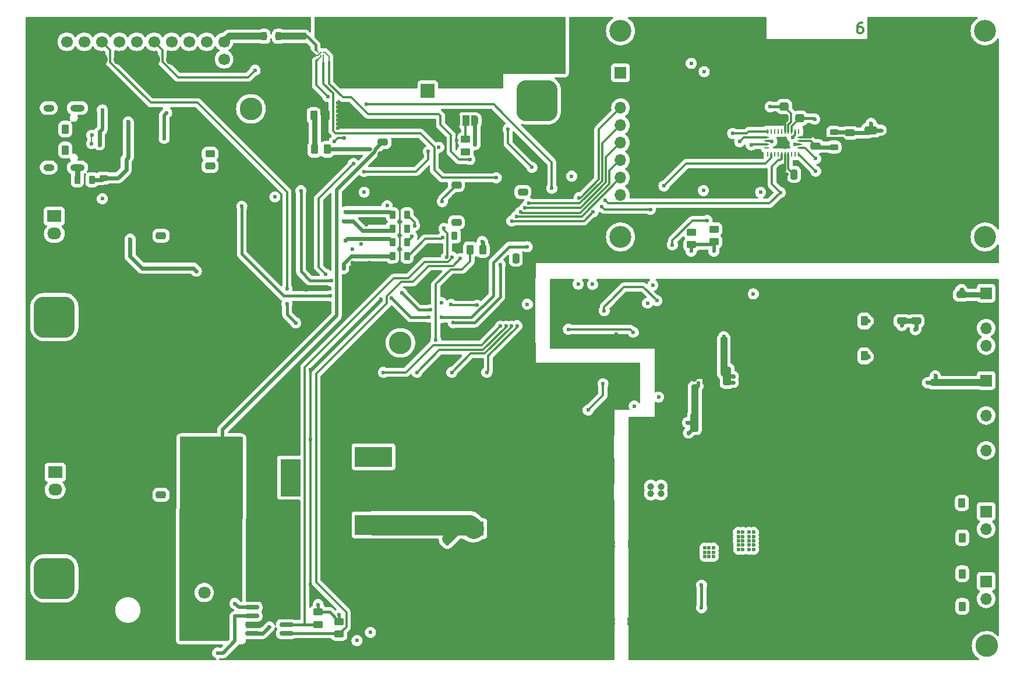
<source format=gbl>
G04 #@! TF.GenerationSoftware,KiCad,Pcbnew,8.0.4*
G04 #@! TF.CreationDate,2024-09-09T14:24:52+09:00*
G04 #@! TF.ProjectId,Solid Rocket Motor Test Station,536f6c69-6420-4526-9f63-6b6574204d6f,1.0*
G04 #@! TF.SameCoordinates,Original*
G04 #@! TF.FileFunction,Copper,L6,Bot*
G04 #@! TF.FilePolarity,Positive*
%FSLAX46Y46*%
G04 Gerber Fmt 4.6, Leading zero omitted, Abs format (unit mm)*
G04 Created by KiCad (PCBNEW 8.0.4) date 2024-09-09 14:24:52*
%MOMM*%
%LPD*%
G01*
G04 APERTURE LIST*
G04 Aperture macros list*
%AMRoundRect*
0 Rectangle with rounded corners*
0 $1 Rounding radius*
0 $2 $3 $4 $5 $6 $7 $8 $9 X,Y pos of 4 corners*
0 Add a 4 corners polygon primitive as box body*
4,1,4,$2,$3,$4,$5,$6,$7,$8,$9,$2,$3,0*
0 Add four circle primitives for the rounded corners*
1,1,$1+$1,$2,$3*
1,1,$1+$1,$4,$5*
1,1,$1+$1,$6,$7*
1,1,$1+$1,$8,$9*
0 Add four rect primitives between the rounded corners*
20,1,$1+$1,$2,$3,$4,$5,0*
20,1,$1+$1,$4,$5,$6,$7,0*
20,1,$1+$1,$6,$7,$8,$9,0*
20,1,$1+$1,$8,$9,$2,$3,0*%
%AMFreePoly0*
4,1,19,0.550000,-0.750000,0.000000,-0.750000,0.000000,-0.744911,-0.071157,-0.744911,-0.207708,-0.704816,-0.327430,-0.627875,-0.420627,-0.520320,-0.479746,-0.390866,-0.500000,-0.250000,-0.500000,0.250000,-0.479746,0.390866,-0.420627,0.520320,-0.327430,0.627875,-0.207708,0.704816,-0.071157,0.744911,0.000000,0.744911,0.000000,0.750000,0.550000,0.750000,0.550000,-0.750000,0.550000,-0.750000,
$1*%
%AMFreePoly1*
4,1,19,0.000000,0.744911,0.071157,0.744911,0.207708,0.704816,0.327430,0.627875,0.420627,0.520320,0.479746,0.390866,0.500000,0.250000,0.500000,-0.250000,0.479746,-0.390866,0.420627,-0.520320,0.327430,-0.627875,0.207708,-0.704816,0.071157,-0.744911,0.000000,-0.744911,0.000000,-0.750000,-0.550000,-0.750000,-0.550000,0.750000,0.000000,0.750000,0.000000,0.744911,0.000000,0.744911,
$1*%
G04 Aperture macros list end*
%ADD10C,0.300000*%
G04 #@! TA.AperFunction,NonConductor*
%ADD11C,0.300000*%
G04 #@! TD*
G04 #@! TA.AperFunction,ComponentPad*
%ADD12R,1.700000X1.700000*%
G04 #@! TD*
G04 #@! TA.AperFunction,ComponentPad*
%ADD13O,1.700000X1.700000*%
G04 #@! TD*
G04 #@! TA.AperFunction,ComponentPad*
%ADD14RoundRect,1.500000X-1.500000X1.500000X-1.500000X-1.500000X1.500000X-1.500000X1.500000X1.500000X0*%
G04 #@! TD*
G04 #@! TA.AperFunction,ComponentPad*
%ADD15C,6.000000*%
G04 #@! TD*
G04 #@! TA.AperFunction,ComponentPad*
%ADD16O,2.100000X1.000000*%
G04 #@! TD*
G04 #@! TA.AperFunction,ComponentPad*
%ADD17O,1.600000X1.000000*%
G04 #@! TD*
G04 #@! TA.AperFunction,ComponentPad*
%ADD18R,2.030000X1.730000*%
G04 #@! TD*
G04 #@! TA.AperFunction,ComponentPad*
%ADD19O,2.030000X1.730000*%
G04 #@! TD*
G04 #@! TA.AperFunction,ComponentPad*
%ADD20R,2.000000X2.000000*%
G04 #@! TD*
G04 #@! TA.AperFunction,ComponentPad*
%ADD21C,2.000000*%
G04 #@! TD*
G04 #@! TA.AperFunction,ComponentPad*
%ADD22RoundRect,1.500000X1.500000X-1.500000X1.500000X1.500000X-1.500000X1.500000X-1.500000X-1.500000X0*%
G04 #@! TD*
G04 #@! TA.AperFunction,ComponentPad*
%ADD23R,1.800000X1.800000*%
G04 #@! TD*
G04 #@! TA.AperFunction,ComponentPad*
%ADD24C,1.800000*%
G04 #@! TD*
G04 #@! TA.AperFunction,ComponentPad*
%ADD25RoundRect,0.250000X0.600000X-0.600000X0.600000X0.600000X-0.600000X0.600000X-0.600000X-0.600000X0*%
G04 #@! TD*
G04 #@! TA.AperFunction,ComponentPad*
%ADD26C,1.700000*%
G04 #@! TD*
G04 #@! TA.AperFunction,SMDPad,CuDef*
%ADD27RoundRect,0.250000X0.475000X-0.250000X0.475000X0.250000X-0.475000X0.250000X-0.475000X-0.250000X0*%
G04 #@! TD*
G04 #@! TA.AperFunction,SMDPad,CuDef*
%ADD28RoundRect,0.250000X0.250000X0.475000X-0.250000X0.475000X-0.250000X-0.475000X0.250000X-0.475000X0*%
G04 #@! TD*
G04 #@! TA.AperFunction,BGAPad,CuDef*
%ADD29C,0.250000*%
G04 #@! TD*
G04 #@! TA.AperFunction,SMDPad,CuDef*
%ADD30RoundRect,0.250000X0.262500X0.450000X-0.262500X0.450000X-0.262500X-0.450000X0.262500X-0.450000X0*%
G04 #@! TD*
G04 #@! TA.AperFunction,SMDPad,CuDef*
%ADD31RoundRect,0.250000X-0.475000X0.250000X-0.475000X-0.250000X0.475000X-0.250000X0.475000X0.250000X0*%
G04 #@! TD*
G04 #@! TA.AperFunction,SMDPad,CuDef*
%ADD32RoundRect,0.218750X-0.381250X0.218750X-0.381250X-0.218750X0.381250X-0.218750X0.381250X0.218750X0*%
G04 #@! TD*
G04 #@! TA.AperFunction,SMDPad,CuDef*
%ADD33RoundRect,0.250000X-0.450000X0.262500X-0.450000X-0.262500X0.450000X-0.262500X0.450000X0.262500X0*%
G04 #@! TD*
G04 #@! TA.AperFunction,SMDPad,CuDef*
%ADD34RoundRect,0.218750X-0.218750X-0.381250X0.218750X-0.381250X0.218750X0.381250X-0.218750X0.381250X0*%
G04 #@! TD*
G04 #@! TA.AperFunction,SMDPad,CuDef*
%ADD35RoundRect,0.250000X0.325000X1.100000X-0.325000X1.100000X-0.325000X-1.100000X0.325000X-1.100000X0*%
G04 #@! TD*
G04 #@! TA.AperFunction,SMDPad,CuDef*
%ADD36RoundRect,0.250000X0.450000X-0.262500X0.450000X0.262500X-0.450000X0.262500X-0.450000X-0.262500X0*%
G04 #@! TD*
G04 #@! TA.AperFunction,SMDPad,CuDef*
%ADD37R,0.254000X0.675000*%
G04 #@! TD*
G04 #@! TA.AperFunction,SMDPad,CuDef*
%ADD38R,0.675000X0.254000*%
G04 #@! TD*
G04 #@! TA.AperFunction,SMDPad,CuDef*
%ADD39RoundRect,0.250000X-0.650000X0.325000X-0.650000X-0.325000X0.650000X-0.325000X0.650000X0.325000X0*%
G04 #@! TD*
G04 #@! TA.AperFunction,SMDPad,CuDef*
%ADD40R,3.000000X2.000000*%
G04 #@! TD*
G04 #@! TA.AperFunction,SMDPad,CuDef*
%ADD41RoundRect,0.300000X-0.350000X-0.300000X0.350000X-0.300000X0.350000X0.300000X-0.350000X0.300000X0*%
G04 #@! TD*
G04 #@! TA.AperFunction,SMDPad,CuDef*
%ADD42RoundRect,0.250000X-0.262500X-0.450000X0.262500X-0.450000X0.262500X0.450000X-0.262500X0.450000X0*%
G04 #@! TD*
G04 #@! TA.AperFunction,SMDPad,CuDef*
%ADD43RoundRect,0.150000X0.825000X0.150000X-0.825000X0.150000X-0.825000X-0.150000X0.825000X-0.150000X0*%
G04 #@! TD*
G04 #@! TA.AperFunction,SMDPad,CuDef*
%ADD44RoundRect,0.218750X0.381250X-0.218750X0.381250X0.218750X-0.381250X0.218750X-0.381250X-0.218750X0*%
G04 #@! TD*
G04 #@! TA.AperFunction,SMDPad,CuDef*
%ADD45FreePoly0,180.000000*%
G04 #@! TD*
G04 #@! TA.AperFunction,SMDPad,CuDef*
%ADD46R,1.000000X1.500000*%
G04 #@! TD*
G04 #@! TA.AperFunction,SMDPad,CuDef*
%ADD47FreePoly1,180.000000*%
G04 #@! TD*
G04 #@! TA.AperFunction,SMDPad,CuDef*
%ADD48R,5.400000X2.900000*%
G04 #@! TD*
G04 #@! TA.AperFunction,SMDPad,CuDef*
%ADD49R,2.900000X5.400000*%
G04 #@! TD*
G04 #@! TA.AperFunction,SMDPad,CuDef*
%ADD50RoundRect,0.250000X-0.250000X-0.475000X0.250000X-0.475000X0.250000X0.475000X-0.250000X0.475000X0*%
G04 #@! TD*
G04 #@! TA.AperFunction,ViaPad*
%ADD51C,3.200000*%
G04 #@! TD*
G04 #@! TA.AperFunction,ViaPad*
%ADD52C,3.300000*%
G04 #@! TD*
G04 #@! TA.AperFunction,ViaPad*
%ADD53C,0.600000*%
G04 #@! TD*
G04 #@! TA.AperFunction,ViaPad*
%ADD54C,1.000000*%
G04 #@! TD*
G04 #@! TA.AperFunction,Conductor*
%ADD55C,0.800000*%
G04 #@! TD*
G04 #@! TA.AperFunction,Conductor*
%ADD56C,0.600000*%
G04 #@! TD*
G04 #@! TA.AperFunction,Conductor*
%ADD57C,0.400000*%
G04 #@! TD*
G04 #@! TA.AperFunction,Conductor*
%ADD58C,0.300000*%
G04 #@! TD*
G04 #@! TA.AperFunction,Conductor*
%ADD59C,0.200000*%
G04 #@! TD*
G04 #@! TA.AperFunction,Conductor*
%ADD60C,1.000000*%
G04 #@! TD*
G04 #@! TA.AperFunction,Conductor*
%ADD61C,3.000000*%
G04 #@! TD*
G04 #@! TA.AperFunction,Conductor*
%ADD62C,0.500000*%
G04 #@! TD*
G04 #@! TA.AperFunction,Conductor*
%ADD63C,1.500000*%
G04 #@! TD*
G04 APERTURE END LIST*
D10*
D11*
X207055168Y-57316828D02*
X206769453Y-57316828D01*
X206769453Y-57316828D02*
X206626596Y-57388257D01*
X206626596Y-57388257D02*
X206555168Y-57459685D01*
X206555168Y-57459685D02*
X206412310Y-57673971D01*
X206412310Y-57673971D02*
X206340882Y-57959685D01*
X206340882Y-57959685D02*
X206340882Y-58531114D01*
X206340882Y-58531114D02*
X206412310Y-58673971D01*
X206412310Y-58673971D02*
X206483739Y-58745400D01*
X206483739Y-58745400D02*
X206626596Y-58816828D01*
X206626596Y-58816828D02*
X206912310Y-58816828D01*
X206912310Y-58816828D02*
X207055168Y-58745400D01*
X207055168Y-58745400D02*
X207126596Y-58673971D01*
X207126596Y-58673971D02*
X207198025Y-58531114D01*
X207198025Y-58531114D02*
X207198025Y-58173971D01*
X207198025Y-58173971D02*
X207126596Y-58031114D01*
X207126596Y-58031114D02*
X207055168Y-57959685D01*
X207055168Y-57959685D02*
X206912310Y-57888257D01*
X206912310Y-57888257D02*
X206626596Y-57888257D01*
X206626596Y-57888257D02*
X206483739Y-57959685D01*
X206483739Y-57959685D02*
X206412310Y-58031114D01*
X206412310Y-58031114D02*
X206340882Y-58173971D01*
D12*
X225095000Y-138528000D03*
D13*
X225095000Y-141068000D03*
D14*
X89645000Y-100106000D03*
D15*
X89645000Y-107306000D03*
D16*
X93011000Y-69702000D03*
D17*
X88831000Y-69702000D03*
D16*
X93011000Y-78342000D03*
D17*
X88831000Y-78342000D03*
D12*
X225095000Y-128368000D03*
D13*
X225095000Y-130908000D03*
D18*
X89770000Y-122656000D03*
D19*
X89770000Y-125196000D03*
X89770000Y-127736000D03*
D20*
X143933400Y-67196800D03*
D21*
X143933400Y-59596800D03*
D22*
X159783000Y-68632400D03*
D15*
X159783000Y-61432400D03*
D12*
X225095000Y-96618000D03*
D13*
X225095000Y-99158000D03*
X225095000Y-101698000D03*
X225095000Y-104238000D03*
D18*
X89645000Y-85416000D03*
D19*
X89645000Y-87956000D03*
X89645000Y-90496000D03*
D12*
X225095000Y-109318000D03*
D13*
X225095000Y-111858000D03*
X225095000Y-114398000D03*
X225095000Y-116938000D03*
X225095000Y-119478000D03*
X225095000Y-122018000D03*
D23*
X111445000Y-145246000D03*
D24*
X111445000Y-140166000D03*
D12*
X171947800Y-64566000D03*
D13*
X171947800Y-67106000D03*
X171947800Y-69646000D03*
X171947800Y-72186000D03*
X171947800Y-74726000D03*
X171947800Y-77266000D03*
X171947800Y-79806000D03*
X171947800Y-82346000D03*
D14*
X89645000Y-138106000D03*
D15*
X89645000Y-145306000D03*
D25*
X91457000Y-62594000D03*
D26*
X91457000Y-60054000D03*
X93997000Y-62594000D03*
X93997000Y-60054000D03*
X96537000Y-62594000D03*
X96537000Y-60054000D03*
X99077000Y-62594000D03*
X99077000Y-60054000D03*
X101617000Y-62594000D03*
X101617000Y-60054000D03*
X104157000Y-62594000D03*
X104157000Y-60054000D03*
X106697000Y-62594000D03*
X106697000Y-60054000D03*
X109237000Y-62594000D03*
X109237000Y-60054000D03*
X111777000Y-62594000D03*
X111777000Y-60054000D03*
X114317000Y-62594000D03*
X114317000Y-60054000D03*
D27*
X105145000Y-90156000D03*
X105145000Y-88256000D03*
D28*
X186956000Y-103700000D03*
X185056000Y-103700000D03*
D29*
X127981800Y-62010000D03*
X128381800Y-62010000D03*
X128781800Y-62010000D03*
X127981800Y-61610000D03*
X128381800Y-61610000D03*
X128781800Y-61610000D03*
D30*
X129310700Y-75700400D03*
X127485700Y-75700400D03*
D31*
X217695000Y-109648000D03*
X217695000Y-111548000D03*
X212878000Y-98772000D03*
X212878000Y-100672000D03*
D32*
X202961200Y-73240000D03*
X202961200Y-75365000D03*
D27*
X137398200Y-76536800D03*
X137398200Y-74636800D03*
D28*
X182776000Y-110600000D03*
X180876000Y-110600000D03*
D33*
X131047800Y-144381000D03*
X131047800Y-146206000D03*
D34*
X92981000Y-80120000D03*
X95106000Y-80120000D03*
D35*
X182696000Y-115420000D03*
X179746000Y-115420000D03*
D33*
X149417000Y-74216000D03*
X149417000Y-76041000D03*
D31*
X221514000Y-96862000D03*
X221514000Y-98762000D03*
D36*
X182273800Y-89577500D03*
X182273800Y-87752500D03*
D27*
X148099000Y-86338000D03*
X148099000Y-84438000D03*
D30*
X91250000Y-72752000D03*
X89425000Y-72752000D03*
X91250000Y-75800000D03*
X89425000Y-75800000D03*
D31*
X219815000Y-109648000D03*
X219815000Y-111548000D03*
D30*
X207375500Y-105757000D03*
X205550500Y-105757000D03*
D34*
X138792000Y-89216000D03*
X140917000Y-89216000D03*
X138792000Y-85216000D03*
X140917000Y-85216000D03*
D27*
X105145000Y-127856000D03*
X105145000Y-125956000D03*
D34*
X120126800Y-59270000D03*
X122251800Y-59270000D03*
D31*
X148099000Y-80882000D03*
X148099000Y-82782000D03*
D37*
X197841200Y-73079800D03*
D38*
X197978700Y-73992300D03*
X197978700Y-74492300D03*
X197978700Y-74992300D03*
X197978700Y-75492300D03*
D37*
X197841200Y-76404800D03*
X197341200Y-76404800D03*
X196841200Y-76404800D03*
X196341200Y-76404800D03*
X195841200Y-76404800D03*
X195341200Y-76404800D03*
X194841200Y-76404800D03*
X194341200Y-76404800D03*
X193841200Y-76404800D03*
X193341200Y-76404800D03*
D38*
X193203700Y-75492300D03*
X193203700Y-74992300D03*
X193203700Y-74492300D03*
X193203700Y-73992300D03*
D37*
X193341200Y-73079800D03*
X193841200Y-73079800D03*
X194341200Y-73079800D03*
X194841200Y-73079800D03*
X195341200Y-73079800D03*
X195841200Y-73079800D03*
X196341200Y-73079800D03*
X196841200Y-73079800D03*
X197341200Y-73079800D03*
D27*
X205298000Y-75221200D03*
X205298000Y-73321200D03*
D28*
X182766000Y-112710000D03*
X180866000Y-112710000D03*
D39*
X208346000Y-72931600D03*
X208346000Y-75881600D03*
D40*
X150552200Y-130876400D03*
X150552200Y-120876400D03*
D35*
X187435000Y-108667400D03*
X184485000Y-108667400D03*
D31*
X112285000Y-78123800D03*
X112285000Y-80023800D03*
D28*
X186956000Y-105830000D03*
X185056000Y-105830000D03*
X158635000Y-91550000D03*
X156735000Y-91550000D03*
D41*
X195733600Y-69480800D03*
X198033600Y-69480800D03*
X198033600Y-71180800D03*
X195733600Y-71180800D03*
D42*
X127348000Y-70772800D03*
X129173000Y-70772800D03*
D31*
X125587800Y-59270000D03*
X125587800Y-61170000D03*
D43*
X123370002Y-142301000D03*
X123370002Y-143571000D03*
X123370002Y-144841000D03*
X123370002Y-146111000D03*
X118420002Y-146111000D03*
X118420002Y-144841000D03*
X118420002Y-143571000D03*
X118420002Y-142301000D03*
D33*
X127997800Y-143006000D03*
X127997800Y-144831000D03*
D30*
X221620000Y-142173000D03*
X219795000Y-142173000D03*
D44*
X96791000Y-79866000D03*
X96791000Y-77741000D03*
D36*
X112285000Y-76364300D03*
X112285000Y-74539300D03*
D30*
X207375500Y-100677000D03*
X205550500Y-100677000D03*
X221617500Y-137433000D03*
X219792500Y-137433000D03*
D34*
X147811800Y-88310000D03*
X149936800Y-88310000D03*
X138792000Y-91216000D03*
X140917000Y-91216000D03*
X138792000Y-87216000D03*
X140917000Y-87216000D03*
D27*
X200319600Y-75221200D03*
X200319600Y-73321200D03*
D31*
X214910000Y-98772000D03*
X214910000Y-100672000D03*
D45*
X150767000Y-71541000D03*
D46*
X149467000Y-71541000D03*
D47*
X148167000Y-71541000D03*
D31*
X157751000Y-79998000D03*
X157751000Y-81898000D03*
X221915000Y-109648000D03*
X221915000Y-111548000D03*
D48*
X136052200Y-120426400D03*
X136052200Y-130326400D03*
D30*
X221570000Y-127143000D03*
X219745000Y-127143000D03*
D49*
X114080400Y-123462200D03*
X123980400Y-123462200D03*
D36*
X185531800Y-89138500D03*
X185531800Y-87313500D03*
D27*
X117840800Y-61170000D03*
X117840800Y-59270000D03*
D50*
X195288600Y-79355800D03*
X197188600Y-79355800D03*
D30*
X151909000Y-90280000D03*
X150084000Y-90280000D03*
X221620000Y-132193000D03*
X219795000Y-132193000D03*
D51*
X171947800Y-58456000D03*
D52*
X118227800Y-69811000D03*
D51*
X224947800Y-58456000D03*
X171947800Y-88456000D03*
D52*
X225161800Y-147916000D03*
X139944800Y-103847000D03*
D51*
X224947800Y-88456000D03*
D53*
X134985800Y-86702000D03*
X135493800Y-92188400D03*
X182229800Y-68363200D03*
X147076200Y-71563600D03*
X105145000Y-90156000D03*
X126247800Y-96106000D03*
X205267600Y-76338800D03*
X157751000Y-79998000D03*
X130820200Y-71411200D03*
X129173000Y-70772800D03*
X148092200Y-74408400D03*
X113472000Y-74560800D03*
X195733600Y-71180800D03*
X150791800Y-88310000D03*
X143977400Y-73087600D03*
X126863800Y-139026000D03*
X112329000Y-81037800D03*
X195055800Y-74701000D03*
X144129800Y-97878000D03*
X130820200Y-70192000D03*
X180426400Y-81672800D03*
X137383700Y-76522300D03*
X171282400Y-113016400D03*
X170698200Y-140092800D03*
X200167200Y-69409600D03*
X98867000Y-94017200D03*
X106918800Y-79056600D03*
X137155800Y-97476000D03*
X170698200Y-141312000D03*
X107846273Y-80720673D03*
X170871800Y-144029800D03*
X133004600Y-92188400D03*
X97647800Y-77761200D03*
X127823000Y-80860000D03*
X208341000Y-77024600D03*
X102397600Y-74078200D03*
X98308200Y-130186800D03*
X156680800Y-98026000D03*
X117840800Y-62191000D03*
X170871800Y-144639400D03*
X143240800Y-96735000D03*
X164805400Y-81520400D03*
X95920600Y-77710400D03*
X170698200Y-140702400D03*
X130820200Y-70801600D03*
X181239200Y-80402800D03*
X121879400Y-77583400D03*
X87894200Y-74205200D03*
X170882000Y-132851200D03*
X162423800Y-109562000D03*
X140472200Y-93560000D03*
X127823000Y-78828000D03*
X148099000Y-84438000D03*
X123149400Y-78497800D03*
X139202200Y-92544000D03*
X105145000Y-127856000D03*
X160487400Y-127392800D03*
X96911200Y-129170800D03*
X155955800Y-97151000D03*
X134173000Y-93255200D03*
X130820200Y-68972800D03*
X152589200Y-120910400D03*
X158067000Y-92442400D03*
X170882000Y-133460800D03*
X130820200Y-72020800D03*
X149941800Y-87200000D03*
X105623400Y-78066000D03*
X150552200Y-122764600D03*
X96784200Y-77050000D03*
X170698200Y-141921600D03*
X130820200Y-72630400D03*
X130820200Y-69582400D03*
X160563600Y-121830200D03*
X119110800Y-61175000D03*
X116570800Y-61175000D03*
X126863800Y-107784000D03*
X126863800Y-117944000D03*
X129855000Y-79844000D03*
X119297800Y-88006000D03*
X150556000Y-119036200D03*
X170698200Y-139483200D03*
X108036400Y-81291800D03*
X136801000Y-85962000D03*
X184134800Y-67347200D03*
X209763400Y-75856200D03*
X159115800Y-144309200D03*
X121064000Y-143502600D03*
X129380800Y-90726000D03*
X163593000Y-82104600D03*
X145145800Y-74154400D03*
X196020200Y-79330400D03*
X195289208Y-80722600D03*
X148099000Y-86338000D03*
X145547800Y-75406000D03*
X208366400Y-71919200D03*
X158405800Y-98226000D03*
X127997800Y-141931000D03*
X146796800Y-133031600D03*
X200319600Y-77050000D03*
X105145000Y-88256000D03*
X146771400Y-131736200D03*
X192313600Y-81952200D03*
X96631800Y-82892000D03*
X133893600Y-129678800D03*
X121711800Y-82620000D03*
X131047800Y-143406000D03*
X146041998Y-83299953D03*
X135824000Y-129653400D03*
X185531800Y-90512000D03*
X135163600Y-130339200D03*
X151847800Y-89106000D03*
X135163600Y-129678800D03*
X134528600Y-129678800D03*
X145907800Y-98005000D03*
X134681000Y-81926800D03*
X184007800Y-81698200D03*
X134223800Y-89496000D03*
X182229800Y-63207000D03*
X135852200Y-130326400D03*
X184109400Y-64400800D03*
X209839600Y-72909800D03*
X146777200Y-132376400D03*
X133647800Y-147156000D03*
X133893600Y-130339200D03*
X182229800Y-90512000D03*
X138033800Y-83908000D03*
X134528600Y-130339200D03*
X135597800Y-145956000D03*
X196961800Y-73951200D03*
X173944400Y-113041800D03*
X150797800Y-75006000D03*
X105145000Y-125956000D03*
X164847800Y-79606000D03*
X132953800Y-90258000D03*
X124292400Y-122998600D03*
X124292400Y-121728600D03*
X124292400Y-124573400D03*
X123632000Y-124573400D03*
X124902000Y-122363600D03*
X124292400Y-123938400D03*
X123632000Y-123938400D03*
X124292400Y-125208400D03*
X124902000Y-121093600D03*
X123632000Y-125208400D03*
X123022400Y-121728600D03*
X123022400Y-124573400D03*
X123022400Y-125208400D03*
X124292400Y-121093600D03*
X124902000Y-121728600D03*
X123022400Y-125843400D03*
X124902000Y-122998600D03*
X123632000Y-125843400D03*
X123632000Y-121093600D03*
X124902000Y-123938400D03*
X123632000Y-122998600D03*
X123022400Y-122998600D03*
X123022400Y-121093600D03*
X123022400Y-122363600D03*
X124902000Y-125843400D03*
X124292400Y-125843400D03*
X123632000Y-121728600D03*
X123022400Y-123938400D03*
X123632000Y-122363600D03*
X124902000Y-124573400D03*
X124902000Y-125208400D03*
X124292400Y-122363600D03*
X115895000Y-141756000D03*
X113395000Y-148956000D03*
X115895000Y-143656000D03*
X120895002Y-145156000D03*
X123454200Y-98182800D03*
X146669800Y-91366000D03*
X123454200Y-95998400D03*
X146288800Y-87210000D03*
X124745000Y-100956000D03*
X157751000Y-81898000D03*
X156735000Y-91550000D03*
X112285000Y-78123800D03*
X200167200Y-71309600D03*
X193715600Y-69511200D03*
X184820600Y-134911200D03*
X189697400Y-132015600D03*
X188351200Y-108723800D03*
X185430200Y-134911200D03*
X190662600Y-131406000D03*
X189087800Y-132625200D03*
X191272200Y-132015600D03*
X212835000Y-101326800D03*
X184211000Y-134301600D03*
X217693200Y-108633800D03*
X186960540Y-102955000D03*
X184820600Y-133692000D03*
X191272200Y-131406000D03*
X190662600Y-133260200D03*
X190662600Y-133869800D03*
X189113200Y-133260200D03*
X189087800Y-132015600D03*
X216550200Y-109649800D03*
X221503200Y-96187800D03*
X185430200Y-133692000D03*
X189697400Y-131406000D03*
X190662600Y-132625200D03*
X191272200Y-133869800D03*
X191272200Y-132625200D03*
X191272200Y-133260200D03*
X184211000Y-134911200D03*
X185430200Y-134301600D03*
X214775920Y-101935000D03*
X184211000Y-133692000D03*
X189697400Y-132625200D03*
X184820600Y-134301600D03*
X191246800Y-96735000D03*
X190662600Y-132015600D03*
X189113200Y-133869800D03*
X189722800Y-133869800D03*
X189087800Y-131406000D03*
X188351200Y-109612800D03*
X189722800Y-133260200D03*
X173339800Y-141921600D03*
X186776400Y-140397600D03*
X187562000Y-125634600D03*
X205193000Y-105823000D03*
X219792500Y-137433000D03*
X219795000Y-142173000D03*
X173183200Y-144055200D03*
X181391600Y-128561200D03*
X213934000Y-97762600D03*
X213832400Y-125728000D03*
X211444800Y-120876600D03*
X186776400Y-139661000D03*
X205193000Y-100714500D03*
X216369000Y-98645000D03*
X185531800Y-98005000D03*
X187817800Y-139661000D03*
X179286000Y-112380200D03*
X197525600Y-107389200D03*
X186776400Y-138899000D03*
X177351200Y-107346600D03*
X173339800Y-139483200D03*
X220512600Y-98778600D03*
X212867200Y-97737200D03*
X177663800Y-99910000D03*
X187817800Y-140397600D03*
X186616000Y-120384200D03*
X213883200Y-135938800D03*
X213807000Y-133627400D03*
X173339800Y-140092800D03*
X173247000Y-132825800D03*
X219745000Y-127143000D03*
X179740600Y-117283600D03*
X185220142Y-102946962D03*
X185056000Y-104786800D03*
X180350200Y-128561200D03*
X173339800Y-140702400D03*
X173247000Y-133435400D03*
X173183200Y-144664800D03*
X216550200Y-112850200D03*
X177452800Y-113671200D03*
X216499400Y-111554800D03*
X170551800Y-95592000D03*
X181391600Y-127824600D03*
X179740600Y-113626000D03*
X182645975Y-109179975D03*
X162423800Y-100418000D03*
X173339800Y-141312000D03*
X187817800Y-138899000D03*
X172916000Y-98100000D03*
X181391600Y-129323200D03*
X186466000Y-116140000D03*
X187817800Y-138162400D03*
X177884600Y-106750000D03*
X185531800Y-96735000D03*
X186276000Y-111400000D03*
X180350200Y-129323200D03*
X171330800Y-102551000D03*
X186776400Y-138162400D03*
X187565600Y-121333800D03*
X183626800Y-96735000D03*
X180350200Y-127824600D03*
X219795000Y-132193000D03*
X221503200Y-98179000D03*
X213883200Y-143685800D03*
X197500200Y-99388200D03*
X211444800Y-113180400D03*
X188552600Y-123678800D03*
X178673800Y-115404000D03*
X137398200Y-74636800D03*
X183728400Y-142378800D03*
X183728400Y-139102200D03*
X175879800Y-98081200D03*
D54*
X176362400Y-124751200D03*
D53*
X167878800Y-95338000D03*
D54*
X177810200Y-125767200D03*
D53*
X181821600Y-116973200D03*
X183285973Y-109659981D03*
X177478200Y-111740800D03*
X176641800Y-95465000D03*
D54*
X177810200Y-124751200D03*
D53*
X181694600Y-115423800D03*
X165796000Y-95312600D03*
D54*
X176362400Y-125767200D03*
D53*
X136484400Y-121423800D03*
X137779800Y-120738000D03*
X135849400Y-121423800D03*
X136484400Y-120763400D03*
X137119400Y-120763400D03*
X137119400Y-121423800D03*
X137808000Y-121411000D03*
X135849400Y-120763400D03*
X185531800Y-87313500D03*
X182273800Y-87752500D03*
X179484180Y-89595180D03*
X184515800Y-86043500D03*
X147811800Y-88310000D03*
X95106000Y-80120000D03*
X100391000Y-71716000D03*
X146130800Y-88566000D03*
X131683800Y-93052000D03*
X141640600Y-88366000D03*
X131937800Y-88988000D03*
X141996200Y-86803600D03*
X131937800Y-84797000D03*
X131683800Y-86194000D03*
X140917000Y-87216000D03*
X195185000Y-81977600D03*
X169682200Y-83095200D03*
X193939200Y-74560800D03*
X176286200Y-84441400D03*
X169174200Y-84009600D03*
X178267400Y-81012400D03*
X188249600Y-73392400D03*
X200319600Y-78875000D03*
X190942000Y-75068800D03*
X197308226Y-74992301D03*
X189265600Y-74586200D03*
X130334556Y-74560800D03*
X131785400Y-74052800D03*
X135036600Y-69176000D03*
X161960600Y-81366000D03*
X159071800Y-78320000D03*
X155601800Y-72750000D03*
X118831400Y-64197600D03*
X153891626Y-79841000D03*
X150067000Y-77177000D03*
X91250000Y-72752000D03*
X96225400Y-75068800D03*
X105623400Y-74103600D03*
X96631800Y-69972000D03*
X96225400Y-73197000D03*
X105979000Y-70369800D03*
X95097514Y-73647000D03*
X95081742Y-74868107D03*
X91250000Y-75800000D03*
X221620000Y-132193000D03*
X221570000Y-127143000D03*
X207987000Y-105860500D03*
X100670400Y-88759400D03*
X110297000Y-93433000D03*
X149417000Y-76041000D03*
X112285000Y-76364300D03*
X150084000Y-90280000D03*
X145095000Y-103463200D03*
X134691800Y-78930000D03*
X133121800Y-77770000D03*
X129091800Y-93852000D03*
X144006600Y-76005200D03*
X151067000Y-98386000D03*
X147267000Y-98259000D03*
X207987000Y-100677000D03*
X154498970Y-101423599D03*
X137489300Y-108141500D03*
X155298972Y-101423600D03*
X142351800Y-108141500D03*
X147431800Y-108141500D03*
X156098975Y-101423600D03*
X156896619Y-101362223D03*
X152511800Y-108141500D03*
X147481800Y-91366000D03*
X148638420Y-91603380D03*
X158066849Y-84211685D03*
X144282200Y-99046400D03*
X129917800Y-94830000D03*
X154467600Y-92493200D03*
X147624719Y-100910881D03*
X140167400Y-96608000D03*
X125486200Y-81723600D03*
X167243800Y-113626000D03*
X169396000Y-109790000D03*
X116901000Y-83997000D03*
X129753400Y-97014400D03*
X144028200Y-100113200D03*
X158379200Y-89877000D03*
X138643400Y-97319200D03*
X145958600Y-100164000D03*
X131556800Y-62445000D03*
X131556800Y-60540000D03*
X132191800Y-59905000D03*
X133461800Y-63715000D03*
X132826800Y-63715000D03*
X131556800Y-59905000D03*
X131556800Y-65620000D03*
X132826800Y-60540000D03*
X131556800Y-61810000D03*
X132826800Y-63080000D03*
X129016800Y-60540000D03*
X133461800Y-66255000D03*
X129016800Y-59270000D03*
X132191800Y-66255000D03*
X132826800Y-61175000D03*
X132826800Y-62445000D03*
X132191800Y-63080000D03*
X129651800Y-59270000D03*
X132191800Y-65620000D03*
X132191800Y-60540000D03*
X129016800Y-59905000D03*
X131556800Y-64985000D03*
X130286800Y-59270000D03*
X132191800Y-64985000D03*
X132826800Y-66255000D03*
X132826800Y-59905000D03*
X130921800Y-61175000D03*
X133461800Y-63080000D03*
X131556800Y-63715000D03*
X132826800Y-59270000D03*
X128381800Y-59270000D03*
X131556800Y-64350000D03*
X130286800Y-60540000D03*
X132191800Y-64350000D03*
X131556800Y-59270000D03*
X131556800Y-63080000D03*
X130921800Y-59270000D03*
X133461800Y-60540000D03*
X133461800Y-59905000D03*
X132191800Y-59270000D03*
X127746800Y-59270000D03*
X133461800Y-62445000D03*
X131556800Y-61175000D03*
X130921800Y-60540000D03*
X129651800Y-59905000D03*
X133461800Y-64985000D03*
X130921800Y-65620000D03*
X130921800Y-64985000D03*
X133461800Y-64350000D03*
X130286800Y-59905000D03*
X128381800Y-59905000D03*
X130921800Y-66255000D03*
X132191800Y-61175000D03*
X132191800Y-62445000D03*
X133461800Y-65620000D03*
X130921800Y-63080000D03*
X131556800Y-66255000D03*
X132826800Y-64985000D03*
X132191800Y-63715000D03*
X129651800Y-60540000D03*
X133461800Y-61810000D03*
X132826800Y-64350000D03*
X130921800Y-61810000D03*
X133461800Y-59270000D03*
X130921800Y-59905000D03*
X132826800Y-61810000D03*
X132826800Y-65620000D03*
X130921800Y-64350000D03*
X133461800Y-61175000D03*
X132191800Y-61810000D03*
X130286800Y-61175000D03*
X130921800Y-63715000D03*
X130921800Y-62445000D03*
X127348000Y-70772800D03*
X135500600Y-75700400D03*
X221620000Y-142173000D03*
X221617500Y-137433000D03*
X169587000Y-99156000D03*
X177217000Y-97706000D03*
X173807000Y-102304999D03*
X164386000Y-101870000D03*
X129397800Y-68033000D03*
X157414000Y-84807400D03*
X158590829Y-83561685D03*
X165920580Y-82737180D03*
X167955000Y-84797000D03*
X156144000Y-86115767D03*
X156812767Y-85465767D03*
D55*
X119115800Y-61170000D02*
X119110800Y-61175000D01*
D56*
X195288600Y-79355800D02*
X195288600Y-80721992D01*
D57*
X113450500Y-74539300D02*
X113472000Y-74560800D01*
D58*
X197978700Y-73992300D02*
X199648500Y-73992300D01*
D56*
X195288600Y-79355800D02*
X195994800Y-79355800D01*
X121064000Y-143571000D02*
X123370002Y-143571000D01*
X150586200Y-120910400D02*
X150552200Y-120876400D01*
D59*
X127981800Y-62010000D02*
X127438800Y-62010000D01*
D56*
X205298000Y-75221200D02*
X207685600Y-75221200D01*
D57*
X125587800Y-61170000D02*
X126598800Y-61170000D01*
D56*
X117840800Y-61170000D02*
X117840800Y-62191000D01*
X195288600Y-80721992D02*
X195289208Y-80722600D01*
X150552200Y-122764600D02*
X150552200Y-120876400D01*
X207685600Y-75221200D02*
X208346000Y-75881600D01*
D58*
X149936800Y-88310000D02*
X149936800Y-87205000D01*
D56*
X96791000Y-77741000D02*
X95951200Y-77741000D01*
X150552200Y-120876400D02*
X149777200Y-120876400D01*
D57*
X112285000Y-80993800D02*
X112329000Y-81037800D01*
D56*
X97627600Y-77741000D02*
X97647800Y-77761200D01*
D60*
X148099000Y-82782000D02*
X148099000Y-84438000D01*
D56*
X121064000Y-143571000D02*
X121064000Y-143502600D01*
X95951200Y-77741000D02*
X95920600Y-77710400D01*
X117840800Y-61170000D02*
X116575800Y-61170000D01*
X205298000Y-76308400D02*
X205267600Y-76338800D01*
D58*
X195841200Y-71288400D02*
X195733600Y-71180800D01*
D59*
X128381800Y-61610000D02*
X127981800Y-62010000D01*
D57*
X200319600Y-73321200D02*
X201075900Y-74077500D01*
D58*
X149936800Y-88310000D02*
X150791800Y-88310000D01*
D57*
X112285000Y-74539300D02*
X113450500Y-74539300D01*
D56*
X123370002Y-142301000D02*
X123370002Y-143571000D01*
D58*
X149936800Y-87205000D02*
X149941800Y-87200000D01*
D56*
X208346000Y-77019600D02*
X208341000Y-77024600D01*
X195994800Y-79355800D02*
X196020200Y-79330400D01*
D58*
X195841200Y-76404800D02*
X195841200Y-78803200D01*
D56*
X150552200Y-119040000D02*
X150556000Y-119036200D01*
X209738000Y-75881600D02*
X209763400Y-75856200D01*
D58*
X158635000Y-91550000D02*
X158635000Y-91874400D01*
D57*
X112285000Y-80023800D02*
X112285000Y-80993800D01*
D58*
X147098800Y-71541000D02*
X147076200Y-71563600D01*
D56*
X208346000Y-75881600D02*
X208346000Y-77019600D01*
X150552200Y-120876400D02*
X150552200Y-119040000D01*
D58*
X199648500Y-73992300D02*
X200319600Y-73321200D01*
D57*
X200096000Y-69480800D02*
X200167200Y-69409600D01*
D56*
X116575800Y-61170000D02*
X116570800Y-61175000D01*
X96791000Y-77741000D02*
X97627600Y-77741000D01*
D58*
X158635000Y-91874400D02*
X158067000Y-92442400D01*
X195841200Y-73079800D02*
X195841200Y-71288400D01*
D56*
X208346000Y-75881600D02*
X209738000Y-75881600D01*
D57*
X198033600Y-69480800D02*
X200096000Y-69480800D01*
D55*
X87919600Y-74179800D02*
X87894200Y-74205200D01*
D57*
X201075900Y-74077500D02*
X204154300Y-74077500D01*
D56*
X119794000Y-144841000D02*
X121064000Y-143571000D01*
D58*
X195841200Y-78803200D02*
X195288600Y-79355800D01*
D56*
X96791000Y-77741000D02*
X96791000Y-77056800D01*
X117840800Y-61170000D02*
X119105800Y-61170000D01*
X205298000Y-75221200D02*
X205298000Y-76308400D01*
D58*
X148167000Y-71541000D02*
X147098800Y-71541000D01*
D56*
X118420002Y-144841000D02*
X119794000Y-144841000D01*
X96791000Y-77056800D02*
X96784200Y-77050000D01*
X151777200Y-120876400D02*
X150552200Y-120876400D01*
D57*
X126598800Y-61170000D02*
X127438800Y-62010000D01*
D55*
X125587800Y-61170000D02*
X119115800Y-61170000D01*
D56*
X119105800Y-61170000D02*
X119110800Y-61175000D01*
X152589200Y-120910400D02*
X150586200Y-120910400D01*
D55*
X89425000Y-72752000D02*
X89425000Y-74179800D01*
D57*
X204154300Y-74077500D02*
X205298000Y-75221200D01*
D55*
X89425000Y-74179800D02*
X87919600Y-74179800D01*
X89425000Y-74179800D02*
X89425000Y-75800000D01*
D61*
X136052200Y-130326400D02*
X150002200Y-130326400D01*
D56*
X205216800Y-73240000D02*
X205298000Y-73321200D01*
D58*
X198761900Y-75492300D02*
X200319600Y-77050000D01*
D62*
X182273800Y-89577500D02*
X182273800Y-90468000D01*
D58*
X197341200Y-73079800D02*
X197341200Y-73571800D01*
X197978700Y-75492300D02*
X198761900Y-75492300D01*
D57*
X131047800Y-144381000D02*
X131047800Y-143406000D01*
D56*
X208346000Y-71939600D02*
X208366400Y-71919200D01*
D58*
X146041998Y-82939002D02*
X148099000Y-80882000D01*
X197341200Y-73571800D02*
X196961800Y-73951200D01*
D62*
X182273800Y-89577500D02*
X185092800Y-89577500D01*
D56*
X151909000Y-89167200D02*
X151847800Y-89106000D01*
D62*
X185092800Y-89577500D02*
X185531800Y-89138500D01*
D56*
X208346000Y-72931600D02*
X209817800Y-72931600D01*
D62*
X182273800Y-90468000D02*
X182229800Y-90512000D01*
D60*
X117840800Y-59270000D02*
X115101000Y-59270000D01*
D56*
X151909000Y-90280000D02*
X151909000Y-89167200D01*
D57*
X127997800Y-143006000D02*
X127997800Y-141931000D01*
D56*
X208346000Y-72931600D02*
X208346000Y-71939600D01*
D57*
X127997800Y-143006000D02*
X129672800Y-143006000D01*
D60*
X115101000Y-59270000D02*
X114317000Y-60054000D01*
X120126800Y-59270000D02*
X117840800Y-59270000D01*
D61*
X150002200Y-130326400D02*
X150552200Y-130876400D01*
D58*
X146041998Y-83299953D02*
X146041998Y-82939002D01*
D63*
X148277200Y-130876400D02*
X146777200Y-132376400D01*
D58*
X197341200Y-73079800D02*
X197341200Y-73515300D01*
D56*
X207956400Y-73321200D02*
X208346000Y-72931600D01*
X150767000Y-71541000D02*
X150767000Y-74975200D01*
X202961200Y-73240000D02*
X205216800Y-73240000D01*
X205298000Y-73321200D02*
X207956400Y-73321200D01*
X209817800Y-72931600D02*
X209839600Y-72909800D01*
D62*
X185531800Y-89138500D02*
X185531800Y-90512000D01*
D63*
X150552200Y-130876400D02*
X148277200Y-130876400D01*
D56*
X150767000Y-74975200D02*
X150797800Y-75006000D01*
D57*
X129672800Y-143006000D02*
X131047800Y-144381000D01*
D62*
X118420002Y-142301000D02*
X116440000Y-142301000D01*
X116440000Y-142301000D02*
X115895000Y-141756000D01*
X118420002Y-143571000D02*
X115980000Y-143571000D01*
X115895000Y-143656000D02*
X115895000Y-147240000D01*
X114179000Y-148956000D02*
X113395000Y-148956000D01*
X115980000Y-143571000D02*
X115895000Y-143656000D01*
X115895000Y-147240000D02*
X114179000Y-148956000D01*
D56*
X119940002Y-146111000D02*
X120895002Y-145156000D01*
X118420002Y-146111000D02*
X119940002Y-146111000D01*
D58*
X146288800Y-87464000D02*
X146288800Y-87210000D01*
X146796800Y-91239000D02*
X146796800Y-90131000D01*
X146796800Y-87972000D02*
X146669800Y-87845000D01*
D57*
X123454200Y-98182800D02*
X123454200Y-99665200D01*
D58*
X103642200Y-68922000D02*
X110480800Y-68922000D01*
X146669800Y-91366000D02*
X146796800Y-91239000D01*
X96537000Y-60054000D02*
X97737000Y-61254000D01*
X146796800Y-90131000D02*
X146796800Y-87972000D01*
X123454200Y-81895400D02*
X123454200Y-95998400D01*
X110480800Y-68922000D02*
X123454200Y-81895400D01*
D57*
X123454200Y-99665200D02*
X124745000Y-100956000D01*
D58*
X146669800Y-87845000D02*
X146288800Y-87464000D01*
X97737000Y-63016800D02*
X103642200Y-68922000D01*
X97737000Y-61254000D02*
X97737000Y-63016800D01*
X199590700Y-74492300D02*
X200319600Y-75221200D01*
X197978700Y-74492300D02*
X199590700Y-74492300D01*
D56*
X200463400Y-75365000D02*
X200319600Y-75221200D01*
X202961200Y-75365000D02*
X200463400Y-75365000D01*
D58*
X196341200Y-78508400D02*
X197188600Y-79355800D01*
X196341200Y-76404800D02*
X196341200Y-78508400D01*
X196841200Y-72373200D02*
X198033600Y-71180800D01*
D57*
X198033600Y-71180800D02*
X200038400Y-71180800D01*
D58*
X196841200Y-73079800D02*
X196841200Y-72373200D01*
D57*
X200038400Y-71180800D02*
X200167200Y-71309600D01*
D58*
X196341200Y-73079800D02*
X196341200Y-72142440D01*
X196733600Y-70480800D02*
X195733600Y-69480800D01*
D57*
X195733600Y-69480800D02*
X193746000Y-69480800D01*
D58*
X196733600Y-71750040D02*
X196733600Y-70480800D01*
X196341200Y-72142440D02*
X196733600Y-71750040D01*
D57*
X193746000Y-69480800D02*
X193715600Y-69511200D01*
D56*
X214910000Y-100672000D02*
X214910000Y-101800920D01*
X217695000Y-109648000D02*
X217695000Y-108635600D01*
X212835000Y-100715000D02*
X212878000Y-100672000D01*
D55*
X224851000Y-96862000D02*
X225095000Y-96618000D01*
D56*
X187436000Y-108710000D02*
X188337400Y-108710000D01*
D60*
X221915000Y-109648000D02*
X224765000Y-109648000D01*
D56*
X187436000Y-108710000D02*
X187436000Y-109332600D01*
X214910000Y-101800920D02*
X214775920Y-101935000D01*
D55*
X221514000Y-96198600D02*
X221503200Y-96187800D01*
D60*
X217695000Y-109648000D02*
X221915000Y-109648000D01*
D55*
X221514000Y-96862000D02*
X221514000Y-96198600D01*
X221514000Y-96862000D02*
X224851000Y-96862000D01*
D60*
X186956000Y-105830000D02*
X186956000Y-103700000D01*
D62*
X186960540Y-102955000D02*
X186960540Y-103695460D01*
D56*
X187716200Y-109612800D02*
X188351200Y-109612800D01*
X216552000Y-109648000D02*
X216550200Y-109649800D01*
X187436000Y-109332600D02*
X187716200Y-109612800D01*
D60*
X186956000Y-105830000D02*
X186956000Y-108230000D01*
D56*
X188337400Y-108710000D02*
X188351200Y-108723800D01*
D62*
X212878000Y-100672000D02*
X212560600Y-100672000D01*
D55*
X212878000Y-100672000D02*
X214910000Y-100672000D01*
D56*
X212835000Y-101326800D02*
X212835000Y-100715000D01*
D60*
X186956000Y-108230000D02*
X187436000Y-108710000D01*
X224765000Y-109648000D02*
X225095000Y-109318000D01*
D56*
X217695000Y-108635600D02*
X217693200Y-108633800D01*
X217695000Y-109648000D02*
X216552000Y-109648000D01*
D62*
X186960540Y-103695460D02*
X186956000Y-103700000D01*
D60*
X180866000Y-112710000D02*
X180866000Y-110610000D01*
D55*
X185056000Y-108140000D02*
X184486000Y-108710000D01*
D62*
X214910000Y-98772000D02*
X216242000Y-98772000D01*
D56*
X186276000Y-111400000D02*
X186276000Y-115950000D01*
D55*
X185056000Y-105830000D02*
X185056000Y-108140000D01*
D60*
X180866000Y-110610000D02*
X180876000Y-110600000D01*
D56*
X217695000Y-111548000D02*
X216506200Y-111548000D01*
D55*
X221514000Y-98762000D02*
X220529200Y-98762000D01*
D56*
X205550500Y-105757000D02*
X205259000Y-105757000D01*
X179746000Y-115420000D02*
X178689800Y-115420000D01*
X179746000Y-115420000D02*
X179746000Y-113631400D01*
X205259000Y-105757000D02*
X205193000Y-105823000D01*
D55*
X182963161Y-108710000D02*
X182569580Y-109103581D01*
X221514000Y-98762000D02*
X221514000Y-98189800D01*
D56*
X216506200Y-111548000D02*
X216499400Y-111554800D01*
D55*
X220529200Y-98762000D02*
X220512600Y-98778600D01*
D62*
X212878000Y-98772000D02*
X212878000Y-97748000D01*
D57*
X185056000Y-103700000D02*
X185056000Y-103111104D01*
D55*
X224699000Y-98762000D02*
X225095000Y-99158000D01*
D56*
X205550500Y-100677000D02*
X205230500Y-100677000D01*
X179746000Y-113631400D02*
X179740600Y-113626000D01*
D55*
X221514000Y-98762000D02*
X224699000Y-98762000D01*
X184486000Y-108710000D02*
X182963161Y-108710000D01*
D60*
X180866000Y-114300000D02*
X179746000Y-115420000D01*
X180866000Y-112710000D02*
X180866000Y-114300000D01*
D55*
X221514000Y-98189800D02*
X221503200Y-98179000D01*
D57*
X185056000Y-103111104D02*
X185220142Y-102946962D01*
D55*
X185056000Y-103700000D02*
X185056000Y-104786800D01*
D62*
X212878000Y-97748000D02*
X212867200Y-97737200D01*
D55*
X185056000Y-105830000D02*
X185056000Y-104786800D01*
D60*
X224785000Y-111548000D02*
X225095000Y-111858000D01*
X217695000Y-111548000D02*
X221915000Y-111548000D01*
D56*
X178689800Y-115420000D02*
X178673800Y-115404000D01*
D62*
X214910000Y-98772000D02*
X213934000Y-98772000D01*
X213934000Y-98772000D02*
X212878000Y-98772000D01*
D60*
X221915000Y-111548000D02*
X224785000Y-111548000D01*
D62*
X216242000Y-98772000D02*
X216369000Y-98645000D01*
D56*
X179746000Y-115420000D02*
X179746000Y-117278200D01*
D62*
X213934000Y-98772000D02*
X213934000Y-97762600D01*
D56*
X205230500Y-100677000D02*
X205193000Y-100714500D01*
X186276000Y-115950000D02*
X186466000Y-116140000D01*
X179746000Y-117278200D02*
X179740600Y-117283600D01*
D62*
X130667800Y-81622000D02*
X130667800Y-99910000D01*
X130667800Y-99910000D02*
X114080400Y-116497400D01*
X137398200Y-74636800D02*
X136250600Y-75784400D01*
X136250600Y-75784400D02*
X136250600Y-76039200D01*
X114080400Y-116497400D02*
X114080400Y-123462200D01*
X136250600Y-76039200D02*
X130667800Y-81622000D01*
D57*
X183728400Y-142378800D02*
X183728400Y-139102200D01*
D56*
X182696000Y-115420000D02*
X181698400Y-115420000D01*
X182696000Y-116098800D02*
X181821600Y-116973200D01*
D60*
X182766000Y-112710000D02*
X182766000Y-115350000D01*
X182766000Y-112710000D02*
X182766000Y-110610000D01*
D62*
X183285973Y-109659981D02*
X183285973Y-110090027D01*
D56*
X182696000Y-115420000D02*
X182696000Y-116098800D01*
D62*
X183285973Y-110090027D02*
X182776000Y-110600000D01*
D56*
X181698400Y-115420000D02*
X181694600Y-115423800D01*
D60*
X182766000Y-110610000D02*
X182776000Y-110600000D01*
D58*
X182414844Y-86043500D02*
X184515800Y-86043500D01*
X179484180Y-88974164D02*
X182414844Y-86043500D01*
X179484180Y-89595180D02*
X179484180Y-88974164D01*
D56*
X100391000Y-71716000D02*
X100391000Y-76846800D01*
X96537000Y-80120000D02*
X96791000Y-79866000D01*
X98895800Y-79866000D02*
X100086200Y-78675600D01*
X100086200Y-77151600D02*
X100086200Y-78675600D01*
X95106000Y-80120000D02*
X96537000Y-80120000D01*
X100391000Y-76846800D02*
X100086200Y-77151600D01*
X96791000Y-79866000D02*
X98895800Y-79866000D01*
D55*
X93011000Y-80090000D02*
X92981000Y-80120000D01*
X93011000Y-78342000D02*
X93011000Y-80090000D01*
D58*
X141089000Y-91216000D02*
X140917000Y-91216000D01*
X143579000Y-88726000D02*
X141089000Y-91216000D01*
X146130800Y-88566000D02*
X145970800Y-88726000D01*
X145970800Y-88726000D02*
X143579000Y-88726000D01*
D56*
X131683800Y-92377829D02*
X132845629Y-91216000D01*
X131683800Y-93052000D02*
X131683800Y-92377829D01*
X132845629Y-91216000D02*
X138792000Y-91216000D01*
D58*
X141640600Y-88492400D02*
X140917000Y-89216000D01*
X141640600Y-88366000D02*
X141640600Y-88492400D01*
D56*
X132229800Y-88696000D02*
X131937800Y-88988000D01*
X138272000Y-88696000D02*
X132229800Y-88696000D01*
X138792000Y-89216000D02*
X138272000Y-88696000D01*
D58*
X141996200Y-86295200D02*
X140917000Y-85216000D01*
X141996200Y-86803600D02*
X141996200Y-86295200D01*
D56*
X138373000Y-84797000D02*
X138792000Y-85216000D01*
X131937800Y-84797000D02*
X138373000Y-84797000D01*
X134388800Y-87502000D02*
X138506000Y-87502000D01*
X138506000Y-87502000D02*
X138792000Y-87216000D01*
X133080800Y-86194000D02*
X134388800Y-87502000D01*
X131683800Y-86194000D02*
X133080800Y-86194000D01*
D58*
X194878344Y-77253200D02*
X193964600Y-78166944D01*
X193616600Y-83546000D02*
X195185000Y-81977600D01*
X169682200Y-83095200D02*
X170133000Y-83546000D01*
X195157300Y-77253200D02*
X194878344Y-77253200D01*
X195341200Y-76404800D02*
X195341200Y-77069300D01*
X193964600Y-78166944D02*
X193964600Y-80757200D01*
X193964600Y-80757200D02*
X195185000Y-81977600D01*
X195341200Y-77069300D02*
X195157300Y-77253200D01*
X170133000Y-83546000D02*
X193616600Y-83546000D01*
X193870700Y-74492300D02*
X193203700Y-74492300D01*
X193939200Y-74560800D02*
X193870700Y-74492300D01*
X193841200Y-76894000D02*
X193841200Y-76404800D01*
X178267400Y-81012400D02*
X181518600Y-77761200D01*
X169174200Y-84009600D02*
X169606000Y-84441400D01*
X192974000Y-77761200D02*
X193841200Y-76894000D01*
X181518600Y-77761200D02*
X192974000Y-77761200D01*
X169606000Y-84441400D02*
X176286200Y-84441400D01*
X188249600Y-73392400D02*
X190256200Y-73392400D01*
X190256200Y-73392400D02*
X190568800Y-73079800D01*
X190568800Y-73079800D02*
X193341200Y-73079800D01*
X197849400Y-76404800D02*
X200319600Y-78875000D01*
X197841200Y-76404800D02*
X197849400Y-76404800D01*
X193203700Y-74992300D02*
X191018500Y-74992300D01*
X191018500Y-74992300D02*
X190942000Y-75068800D01*
X193226700Y-75015300D02*
X193203700Y-74992300D01*
X197308226Y-74992301D02*
X197978699Y-74992301D01*
X197978699Y-74992301D02*
X197978700Y-74992300D01*
X189859500Y-73992300D02*
X193203700Y-73992300D01*
X189265600Y-74586200D02*
X189859500Y-73992300D01*
X155102600Y-70750800D02*
X153527800Y-69176000D01*
X130842556Y-74052800D02*
X130334556Y-74560800D01*
X161960600Y-81366000D02*
X161960600Y-77608800D01*
X131785400Y-74052800D02*
X130842556Y-74052800D01*
X161960600Y-77608800D02*
X155102600Y-70750800D01*
X153527800Y-69176000D02*
X135036600Y-69176000D01*
X155601800Y-74850000D02*
X159071800Y-78320000D01*
X117815400Y-65213600D02*
X107619543Y-65213600D01*
X105357000Y-61254000D02*
X104157000Y-60054000D01*
X118831400Y-64197600D02*
X117815400Y-65213600D01*
X107619543Y-65213600D02*
X105357000Y-62951057D01*
X155601800Y-72750000D02*
X155601800Y-74850000D01*
X105357000Y-62951057D02*
X105357000Y-61254000D01*
X130170200Y-72996400D02*
X130170200Y-67535400D01*
X144897800Y-75405000D02*
X142859800Y-73367000D01*
X153876336Y-79825710D02*
X146016510Y-79825710D01*
X128781800Y-66147000D02*
X128781800Y-63099000D01*
D59*
X128781800Y-62010000D02*
X128781800Y-63099000D01*
D58*
X130170200Y-67535400D02*
X128781800Y-66147000D01*
X144897800Y-78707000D02*
X144897800Y-75405000D01*
X146016510Y-79825710D02*
X144897800Y-78707000D01*
X153891626Y-79841000D02*
X153876336Y-79825710D01*
X130540800Y-73367000D02*
X130170200Y-72996400D01*
X142859800Y-73367000D02*
X130540800Y-73367000D01*
D59*
X129564065Y-62191224D02*
X129564065Y-62988418D01*
D58*
X148447800Y-77177000D02*
X150067000Y-77177000D01*
X132826800Y-68160000D02*
X135239800Y-70573000D01*
D59*
X128781800Y-61610000D02*
X128982841Y-61610000D01*
D58*
X148320800Y-77050000D02*
X148447800Y-77177000D01*
D59*
X128982841Y-61610000D02*
X129564065Y-62191224D01*
D58*
X129564065Y-66133774D02*
X131590291Y-68160000D01*
X145780800Y-72097000D02*
X147304800Y-73621000D01*
X131590291Y-68160000D02*
X132826800Y-68160000D01*
X147304800Y-76034000D02*
X148320800Y-77050000D01*
X135239800Y-70573000D02*
X145526800Y-70573000D01*
X145780800Y-70827000D02*
X145780800Y-72097000D01*
X145526800Y-70573000D02*
X145780800Y-70827000D01*
X129564065Y-62988418D02*
X129564065Y-66133774D01*
X147304800Y-73621000D02*
X147304800Y-76034000D01*
D62*
X105623400Y-74103600D02*
X105623400Y-70725400D01*
X96631800Y-72790600D02*
X96225400Y-73197000D01*
D56*
X96225400Y-75068800D02*
X96225400Y-73197000D01*
D62*
X96631800Y-69972000D02*
X96631800Y-72790600D01*
X105623400Y-70725400D02*
X105979000Y-70369800D01*
D59*
X95081742Y-73662772D02*
X95097514Y-73647000D01*
X95081742Y-74868107D02*
X95081742Y-73662772D01*
D56*
X207375500Y-105757000D02*
X207883500Y-105757000D01*
X207883500Y-105757000D02*
X207987000Y-105860500D01*
X100670400Y-88759400D02*
X100670400Y-91248600D01*
X108950800Y-92975800D02*
X109839800Y-92975800D01*
X102169000Y-92747200D02*
X102397600Y-92975800D01*
X100670400Y-91248600D02*
X102169000Y-92747200D01*
X109839800Y-92975800D02*
X110297000Y-93433000D01*
X102397600Y-92975800D02*
X108950800Y-92975800D01*
D58*
X149417000Y-71591000D02*
X149467000Y-71541000D01*
X149417000Y-74216000D02*
X149417000Y-71591000D01*
X148905000Y-93153600D02*
X147279400Y-93153600D01*
X145095000Y-103463200D02*
X145131800Y-103500000D01*
X150084000Y-91974600D02*
X148905000Y-93153600D01*
X147279400Y-93153600D02*
X145095000Y-95338000D01*
X145095000Y-95338000D02*
X145095000Y-103463200D01*
X150084000Y-90280000D02*
X150084000Y-91974600D01*
X142221800Y-78930000D02*
X144006600Y-77145200D01*
X128055800Y-82836000D02*
X133121800Y-77770000D01*
X128055800Y-92816000D02*
X128055800Y-82836000D01*
X144006600Y-77145200D02*
X144006600Y-76005200D01*
X129091800Y-93852000D02*
X128055800Y-92816000D01*
X134691800Y-78930000D02*
X142221800Y-78930000D01*
X147394000Y-98386000D02*
X147267000Y-98259000D01*
X151067000Y-98386000D02*
X147394000Y-98386000D01*
D56*
X207375500Y-100677000D02*
X207987000Y-100677000D01*
D58*
X151772569Y-104150000D02*
X144721800Y-104150000D01*
X144721800Y-104150000D02*
X140730300Y-108141500D01*
X140730300Y-108141500D02*
X137489300Y-108141500D01*
X154498970Y-101423599D02*
X151772569Y-104150000D01*
X145583300Y-104910000D02*
X142351800Y-108141500D01*
X155298972Y-101423600D02*
X155298972Y-101542836D01*
X151931808Y-104910000D02*
X145583300Y-104910000D01*
X155298972Y-101542836D02*
X151931808Y-104910000D01*
X156098975Y-101423600D02*
X156098975Y-101542836D01*
X152231811Y-105410000D02*
X150163300Y-105410000D01*
X150163300Y-105410000D02*
X147431800Y-108141500D01*
X156098975Y-101542836D02*
X152231811Y-105410000D01*
X152881800Y-105560014D02*
X152881800Y-105590000D01*
X152741800Y-105730000D02*
X152741800Y-107911500D01*
X152881800Y-105590000D02*
X152741800Y-105730000D01*
X152741800Y-107911500D02*
X152511800Y-108141500D01*
X156896619Y-101362223D02*
X156896619Y-101545195D01*
X156896619Y-101545195D02*
X152881800Y-105560014D01*
D57*
X126051800Y-144841000D02*
X127987800Y-144841000D01*
D58*
X139011800Y-94460000D02*
X126051800Y-107420000D01*
X147481800Y-91366000D02*
X147481800Y-91473239D01*
D57*
X125701800Y-144841000D02*
X126051800Y-144841000D01*
D58*
X126051800Y-107420000D02*
X126051800Y-144841000D01*
X146865039Y-92090000D02*
X143441800Y-92090000D01*
X141071800Y-94460000D02*
X139011800Y-94460000D01*
D57*
X123370002Y-144841000D02*
X125701800Y-144841000D01*
D58*
X147481800Y-91473239D02*
X146865039Y-92090000D01*
X143441800Y-92090000D02*
X141071800Y-94460000D01*
D57*
X127987800Y-144841000D02*
X127997800Y-144831000D01*
D58*
X127701800Y-108355000D02*
X137993400Y-98063400D01*
D57*
X130952800Y-146111000D02*
X131047800Y-146206000D01*
D58*
X137993400Y-98063400D02*
X137993400Y-97049961D01*
X127701800Y-138690000D02*
X127701800Y-108355000D01*
X132097800Y-143086000D02*
X127701800Y-138690000D01*
X141771800Y-94960000D02*
X144078200Y-92653600D01*
X132097800Y-145156000D02*
X132097800Y-143086000D01*
D57*
X123370002Y-146111000D02*
X130952800Y-146111000D01*
D58*
X147588200Y-92653600D02*
X148638420Y-91603380D01*
X137993400Y-97049961D02*
X140083361Y-94960000D01*
X140083361Y-94960000D02*
X141771800Y-94960000D01*
X144078200Y-92653600D02*
X147588200Y-92653600D01*
X131047800Y-146206000D02*
X132097800Y-145156000D01*
D57*
X127619800Y-60540000D02*
X127619800Y-61175000D01*
X125587800Y-59270000D02*
X126349800Y-59270000D01*
D60*
X125587800Y-59270000D02*
X122251800Y-59270000D01*
D59*
X127981800Y-61537000D02*
X127619800Y-61175000D01*
X127981800Y-61610000D02*
X127981800Y-61537000D01*
D57*
X126349800Y-59270000D02*
X127619800Y-60540000D01*
D58*
X166127903Y-84211685D02*
X169842600Y-80496988D01*
X158066849Y-84211685D02*
X166127903Y-84211685D01*
X169842600Y-80496988D02*
X169842600Y-76831200D01*
X169842600Y-76831200D02*
X171947800Y-74726000D01*
D57*
X129917800Y-94830000D02*
X129892400Y-94804600D01*
X154467600Y-97166800D02*
X150723519Y-100910881D01*
X150723519Y-100910881D02*
X147624719Y-100910881D01*
X142605800Y-99046400D02*
X140167400Y-96608000D01*
X144282200Y-99046400D02*
X142605800Y-99046400D01*
X125486200Y-81723600D02*
X125486200Y-93458400D01*
X129892400Y-94804600D02*
X126832400Y-94804600D01*
X154467600Y-92493200D02*
X154467600Y-97166800D01*
X125486200Y-93458400D02*
X126832400Y-94804600D01*
D58*
X169396000Y-111473800D02*
X169396000Y-109790000D01*
X167243800Y-113626000D02*
X169396000Y-111473800D01*
D57*
X141437400Y-100113200D02*
X144028200Y-100113200D01*
X116901000Y-83997000D02*
X116901000Y-90918400D01*
X153477000Y-92645600D02*
X153477000Y-92137600D01*
X116901000Y-90918400D02*
X121981000Y-95998400D01*
X138643400Y-97319200D02*
X141437400Y-100113200D01*
X153477000Y-96965950D02*
X153477000Y-92645600D01*
X158353800Y-89851600D02*
X158379200Y-89877000D01*
X150278950Y-100164000D02*
X153477000Y-96965950D01*
X145958600Y-100164000D02*
X150278950Y-100164000D01*
X122997000Y-97014400D02*
X129753400Y-97014400D01*
X153477000Y-92137600D02*
X155763000Y-89851600D01*
X121981000Y-95998400D02*
X122997000Y-97014400D01*
X155763000Y-89851600D02*
X158353800Y-89851600D01*
D55*
X127485700Y-75700400D02*
X127485700Y-70910500D01*
X127485700Y-70910500D02*
X127348000Y-70772800D01*
D56*
X129310700Y-75700400D02*
X135500600Y-75700400D01*
D58*
X174387000Y-95736000D02*
X172457000Y-95736000D01*
X169587000Y-98606000D02*
X169587000Y-99156000D01*
X175247000Y-95736000D02*
X174387000Y-95736000D01*
X172457000Y-95736000D02*
X170617000Y-97576000D01*
X170617000Y-97576000D02*
X169587000Y-98606000D01*
X177217000Y-97706000D02*
X175247000Y-95736000D01*
X173807000Y-102304999D02*
X173403001Y-101901000D01*
X173403001Y-101901000D02*
X164417000Y-101901000D01*
X164417000Y-101901000D02*
X164386000Y-101870000D01*
X127746800Y-66382000D02*
X129397800Y-68033000D01*
X127873800Y-62699000D02*
X127746800Y-62826000D01*
D59*
X128381800Y-62010000D02*
X128381800Y-62191000D01*
D58*
X127746800Y-62826000D02*
X127746800Y-66382000D01*
D59*
X128381800Y-62191000D02*
X127873800Y-62699000D01*
D58*
X166089294Y-84957400D02*
X170342600Y-80704094D01*
X171947800Y-77608800D02*
X171947800Y-77266000D01*
X170342600Y-78802600D02*
X171879200Y-77266000D01*
X157564000Y-84957400D02*
X166089294Y-84957400D01*
X171879200Y-77266000D02*
X171947800Y-77266000D01*
X157414000Y-84807400D02*
X157564000Y-84957400D01*
X170342600Y-80704094D02*
X170342600Y-78802600D01*
X169301200Y-74832600D02*
X171947800Y-72186000D01*
X158590829Y-83561685D02*
X166015315Y-83561685D01*
X166015315Y-83561685D02*
X169301200Y-80275800D01*
X169301200Y-80275800D02*
X169301200Y-74832600D01*
X165920580Y-82737180D02*
X166132714Y-82737180D01*
X156144000Y-86115767D02*
X166636233Y-86115767D01*
X166132714Y-82737180D02*
X168801200Y-80068694D01*
X168801200Y-80068694D02*
X168801200Y-72792600D01*
X168801200Y-72792600D02*
X171947800Y-69646000D01*
X166636233Y-86115767D02*
X167955000Y-84797000D01*
X166296400Y-85457400D02*
X171947800Y-79806000D01*
X156821134Y-85457400D02*
X166296400Y-85457400D01*
X156812767Y-85465767D02*
X156821134Y-85457400D01*
G04 #@! TA.AperFunction,Conductor*
G36*
X163908395Y-56476185D02*
G01*
X163954150Y-56528989D01*
X163965355Y-56580858D01*
X163942158Y-64607010D01*
X163922280Y-64673993D01*
X163869344Y-64719595D01*
X163817812Y-64730652D01*
X154874000Y-64705600D01*
X154874000Y-66740600D01*
X154854315Y-66807639D01*
X154801511Y-66853394D01*
X154750000Y-66864600D01*
X145557899Y-66864600D01*
X145490860Y-66844915D01*
X145445105Y-66792111D01*
X145433899Y-66740600D01*
X145433899Y-66148929D01*
X145433898Y-66148923D01*
X145433897Y-66148916D01*
X145427491Y-66089317D01*
X145412112Y-66048085D01*
X145377197Y-65954471D01*
X145377193Y-65954464D01*
X145290947Y-65839255D01*
X145290944Y-65839252D01*
X145175735Y-65753006D01*
X145175728Y-65753002D01*
X145040882Y-65702708D01*
X145040883Y-65702708D01*
X144981283Y-65696301D01*
X144981281Y-65696300D01*
X144981273Y-65696300D01*
X144981264Y-65696300D01*
X142885529Y-65696300D01*
X142885523Y-65696301D01*
X142825916Y-65702708D01*
X142691071Y-65753002D01*
X142691064Y-65753006D01*
X142575855Y-65839252D01*
X142575852Y-65839255D01*
X142489606Y-65954464D01*
X142489602Y-65954471D01*
X142439308Y-66089317D01*
X142432901Y-66148916D01*
X142432901Y-66148923D01*
X142432900Y-66148935D01*
X142432900Y-66740600D01*
X142413215Y-66807639D01*
X142360411Y-66853394D01*
X142308900Y-66864600D01*
X131266199Y-66864600D01*
X131199160Y-66844915D01*
X131178518Y-66828281D01*
X130250884Y-65900647D01*
X130217399Y-65839324D01*
X130214565Y-65812966D01*
X130214565Y-62924346D01*
X130189567Y-62798679D01*
X130189566Y-62798678D01*
X130189566Y-62798674D01*
X130174004Y-62761103D01*
X130164565Y-62713651D01*
X130164565Y-62280283D01*
X130164566Y-62280270D01*
X130164566Y-62112169D01*
X130164566Y-62112167D01*
X130123642Y-61959439D01*
X130082775Y-61888656D01*
X130044585Y-61822508D01*
X129932781Y-61710704D01*
X129928450Y-61706373D01*
X129928439Y-61706363D01*
X129470431Y-61248355D01*
X129470429Y-61248352D01*
X129351558Y-61129481D01*
X129351557Y-61129480D01*
X129264745Y-61079360D01*
X129264745Y-61079359D01*
X129264741Y-61079358D01*
X129214626Y-61050423D01*
X129061898Y-61009499D01*
X129061895Y-61009499D01*
X128974230Y-61009499D01*
X128944556Y-61005896D01*
X128857749Y-60984500D01*
X128705851Y-60984500D01*
X128705850Y-60984500D01*
X128611475Y-61007761D01*
X128552125Y-61007761D01*
X128457750Y-60984500D01*
X128457749Y-60984500D01*
X128444300Y-60984500D01*
X128377261Y-60964815D01*
X128331506Y-60912011D01*
X128320300Y-60860500D01*
X128320300Y-60471004D01*
X128320299Y-60471002D01*
X128293381Y-60335677D01*
X128293379Y-60335670D01*
X128289909Y-60327293D01*
X128289906Y-60327285D01*
X128240578Y-60208196D01*
X128240577Y-60208195D01*
X128240575Y-60208189D01*
X128163914Y-60093457D01*
X128163912Y-60093454D01*
X127478319Y-59407861D01*
X127444834Y-59346538D01*
X127442000Y-59320180D01*
X127442000Y-56580500D01*
X127461685Y-56513461D01*
X127514489Y-56467706D01*
X127566000Y-56456500D01*
X163841356Y-56456500D01*
X163908395Y-56476185D01*
G37*
G04 #@! TD.AperFunction*
G04 #@! TA.AperFunction,Conductor*
G36*
X116970826Y-117531885D02*
G01*
X117016581Y-117584689D01*
X117027787Y-117636412D01*
X116987110Y-141412753D01*
X116987086Y-141426712D01*
X116967287Y-141493718D01*
X116914404Y-141539382D01*
X116863086Y-141550500D01*
X116802230Y-141550500D01*
X116735191Y-141530815D01*
X116714548Y-141514181D01*
X116648306Y-141447938D01*
X116625648Y-141411868D01*
X116623812Y-141412753D01*
X116620792Y-141406483D01*
X116524815Y-141253737D01*
X116397262Y-141126184D01*
X116244523Y-141030211D01*
X116074254Y-140970631D01*
X116074249Y-140970630D01*
X115895004Y-140950435D01*
X115894996Y-140950435D01*
X115715750Y-140970630D01*
X115715745Y-140970631D01*
X115545476Y-141030211D01*
X115392737Y-141126184D01*
X115265184Y-141253737D01*
X115169211Y-141406476D01*
X115109631Y-141576745D01*
X115109630Y-141576750D01*
X115089435Y-141755996D01*
X115089435Y-141756003D01*
X115109630Y-141935249D01*
X115109631Y-141935254D01*
X115169211Y-142105523D01*
X115265184Y-142258262D01*
X115392738Y-142385816D01*
X115545478Y-142481789D01*
X115545483Y-142481792D01*
X115551753Y-142484812D01*
X115550870Y-142486643D01*
X115586937Y-142509305D01*
X115747164Y-142669532D01*
X115780648Y-142730853D01*
X115775664Y-142800544D01*
X115733793Y-142856478D01*
X115706937Y-142871771D01*
X115679920Y-142882961D01*
X115673442Y-142885434D01*
X115545478Y-142930210D01*
X115545475Y-142930212D01*
X115392737Y-143026184D01*
X115265184Y-143153737D01*
X115169211Y-143306476D01*
X115109631Y-143476745D01*
X115109630Y-143476750D01*
X115089435Y-143655996D01*
X115089435Y-143656003D01*
X115109630Y-143835249D01*
X115109631Y-143835254D01*
X115137542Y-143915017D01*
X115144500Y-143955972D01*
X115144500Y-146877770D01*
X115124815Y-146944809D01*
X115108181Y-146965451D01*
X114905151Y-147168481D01*
X114843828Y-147201966D01*
X114817470Y-147204800D01*
X107957200Y-147204800D01*
X107890161Y-147185115D01*
X107844406Y-147132311D01*
X107833200Y-147080800D01*
X107833200Y-140165993D01*
X110039700Y-140165993D01*
X110039700Y-140166006D01*
X110058864Y-140397297D01*
X110058866Y-140397308D01*
X110115842Y-140622300D01*
X110209075Y-140834848D01*
X110336016Y-141029147D01*
X110336019Y-141029151D01*
X110336021Y-141029153D01*
X110493216Y-141199913D01*
X110493219Y-141199915D01*
X110493222Y-141199918D01*
X110676365Y-141342464D01*
X110676371Y-141342468D01*
X110676374Y-141342470D01*
X110832039Y-141426712D01*
X110871261Y-141447938D01*
X110880497Y-141452936D01*
X110994487Y-141492068D01*
X111100015Y-141528297D01*
X111100017Y-141528297D01*
X111100019Y-141528298D01*
X111328951Y-141566500D01*
X111328952Y-141566500D01*
X111561048Y-141566500D01*
X111561049Y-141566500D01*
X111789981Y-141528298D01*
X112009503Y-141452936D01*
X112213626Y-141342470D01*
X112396784Y-141199913D01*
X112553979Y-141029153D01*
X112680924Y-140834849D01*
X112774157Y-140622300D01*
X112831134Y-140397305D01*
X112850300Y-140166000D01*
X112850300Y-140165993D01*
X112831135Y-139934702D01*
X112831133Y-139934691D01*
X112774157Y-139709699D01*
X112680924Y-139497151D01*
X112553983Y-139302852D01*
X112553980Y-139302849D01*
X112553979Y-139302847D01*
X112396784Y-139132087D01*
X112396779Y-139132083D01*
X112396777Y-139132081D01*
X112213634Y-138989535D01*
X112213628Y-138989531D01*
X112009504Y-138879064D01*
X112009495Y-138879061D01*
X111789984Y-138803702D01*
X111618282Y-138775050D01*
X111561049Y-138765500D01*
X111328951Y-138765500D01*
X111283164Y-138773140D01*
X111100015Y-138803702D01*
X110880504Y-138879061D01*
X110880495Y-138879064D01*
X110676371Y-138989531D01*
X110676365Y-138989535D01*
X110493222Y-139132081D01*
X110493219Y-139132084D01*
X110336016Y-139302852D01*
X110209075Y-139497151D01*
X110115842Y-139709699D01*
X110058866Y-139934691D01*
X110058864Y-139934702D01*
X110039700Y-140165993D01*
X107833200Y-140165993D01*
X107833200Y-138441800D01*
X107883700Y-117635899D01*
X107903548Y-117568908D01*
X107956462Y-117523281D01*
X108007700Y-117512200D01*
X116903787Y-117512200D01*
X116970826Y-117531885D01*
G37*
G04 #@! TD.AperFunction*
G04 #@! TA.AperFunction,Conductor*
G36*
X165168199Y-94595685D02*
G01*
X165213954Y-94648489D01*
X165223898Y-94717647D01*
X165194873Y-94781203D01*
X165188841Y-94787681D01*
X165166184Y-94810337D01*
X165070211Y-94963076D01*
X165010631Y-95133345D01*
X165010630Y-95133350D01*
X164990435Y-95312596D01*
X164990435Y-95312603D01*
X165010630Y-95491849D01*
X165010631Y-95491854D01*
X165070211Y-95662123D01*
X165139285Y-95772053D01*
X165166184Y-95814862D01*
X165293738Y-95942416D01*
X165334162Y-95967816D01*
X165400041Y-96009211D01*
X165446478Y-96038389D01*
X165607734Y-96094815D01*
X165616745Y-96097968D01*
X165616750Y-96097969D01*
X165795996Y-96118165D01*
X165796000Y-96118165D01*
X165796004Y-96118165D01*
X165975249Y-96097969D01*
X165975252Y-96097968D01*
X165975255Y-96097968D01*
X166145522Y-96038389D01*
X166298262Y-95942416D01*
X166425816Y-95814862D01*
X166521789Y-95662122D01*
X166581368Y-95491855D01*
X166581764Y-95488340D01*
X166601565Y-95312603D01*
X166601565Y-95312596D01*
X166581369Y-95133350D01*
X166581368Y-95133345D01*
X166521788Y-94963076D01*
X166441428Y-94835184D01*
X166425816Y-94810338D01*
X166403159Y-94787681D01*
X166369674Y-94726358D01*
X166374658Y-94656666D01*
X166416530Y-94600733D01*
X166481994Y-94576316D01*
X166490840Y-94576000D01*
X167209360Y-94576000D01*
X167276399Y-94595685D01*
X167322154Y-94648489D01*
X167332098Y-94717647D01*
X167303073Y-94781203D01*
X167297041Y-94787681D01*
X167248984Y-94835737D01*
X167153011Y-94988476D01*
X167093431Y-95158745D01*
X167093430Y-95158750D01*
X167073235Y-95337996D01*
X167073235Y-95338003D01*
X167093430Y-95517249D01*
X167093431Y-95517254D01*
X167153011Y-95687523D01*
X167206125Y-95772053D01*
X167248984Y-95840262D01*
X167376538Y-95967816D01*
X167442418Y-96009211D01*
X167488852Y-96038388D01*
X167529278Y-96063789D01*
X167617948Y-96094816D01*
X167699545Y-96123368D01*
X167699550Y-96123369D01*
X167878796Y-96143565D01*
X167878800Y-96143565D01*
X167878804Y-96143565D01*
X168058049Y-96123369D01*
X168058052Y-96123368D01*
X168058055Y-96123368D01*
X168228322Y-96063789D01*
X168381062Y-95967816D01*
X168508616Y-95840262D01*
X168604589Y-95687522D01*
X168664168Y-95517255D01*
X168667426Y-95488340D01*
X168684365Y-95338003D01*
X168684365Y-95337996D01*
X168664169Y-95158750D01*
X168664168Y-95158745D01*
X168649028Y-95115478D01*
X168604589Y-94988478D01*
X168588415Y-94962738D01*
X168508615Y-94835737D01*
X168460559Y-94787681D01*
X168427074Y-94726358D01*
X168432058Y-94656666D01*
X168473930Y-94600733D01*
X168539394Y-94576316D01*
X168548240Y-94576000D01*
X176121613Y-94576000D01*
X176188652Y-94595685D01*
X176234407Y-94648489D01*
X176244351Y-94717647D01*
X176215326Y-94781203D01*
X176187585Y-94804993D01*
X176139543Y-94835179D01*
X176139537Y-94835184D01*
X176011984Y-94962737D01*
X175916009Y-95115480D01*
X175885387Y-95202992D01*
X175844665Y-95259768D01*
X175779713Y-95285515D01*
X175711151Y-95272058D01*
X175680665Y-95249718D01*
X175661673Y-95230726D01*
X175661669Y-95230723D01*
X175555127Y-95159535D01*
X175436744Y-95110499D01*
X175436738Y-95110497D01*
X175311071Y-95085500D01*
X175311069Y-95085500D01*
X174451069Y-95085500D01*
X172392931Y-95085500D01*
X172392929Y-95085500D01*
X172267261Y-95110497D01*
X172267255Y-95110499D01*
X172148874Y-95159534D01*
X172042326Y-95230726D01*
X172042325Y-95230727D01*
X170202331Y-97070723D01*
X169081727Y-98191325D01*
X169081724Y-98191328D01*
X169045673Y-98245282D01*
X169045674Y-98245283D01*
X169010534Y-98297874D01*
X168961499Y-98416255D01*
X168961497Y-98416261D01*
X168936500Y-98541928D01*
X168936500Y-98650931D01*
X168917494Y-98716903D01*
X168861211Y-98806477D01*
X168861209Y-98806481D01*
X168801633Y-98976737D01*
X168801630Y-98976750D01*
X168781435Y-99155996D01*
X168781435Y-99156003D01*
X168801630Y-99335249D01*
X168801631Y-99335254D01*
X168861211Y-99505523D01*
X168884249Y-99542187D01*
X168957184Y-99658262D01*
X169084738Y-99785816D01*
X169237478Y-99881789D01*
X169339503Y-99917489D01*
X169407745Y-99941368D01*
X169407750Y-99941369D01*
X169586996Y-99961565D01*
X169587000Y-99961565D01*
X169587004Y-99961565D01*
X169766249Y-99941369D01*
X169766252Y-99941368D01*
X169766255Y-99941368D01*
X169936522Y-99881789D01*
X170089262Y-99785816D01*
X170216816Y-99658262D01*
X170312789Y-99505522D01*
X170372368Y-99335255D01*
X170392565Y-99156000D01*
X170372368Y-98976745D01*
X170372367Y-98976743D01*
X170372366Y-98976737D01*
X170336884Y-98875336D01*
X170333322Y-98805557D01*
X170366242Y-98746702D01*
X171122277Y-97990669D01*
X172690127Y-96422819D01*
X172751450Y-96389334D01*
X172777808Y-96386500D01*
X174322931Y-96386500D01*
X174926192Y-96386500D01*
X174993231Y-96406185D01*
X175013873Y-96422819D01*
X175699040Y-97107986D01*
X175732525Y-97169309D01*
X175727541Y-97239001D01*
X175685669Y-97294934D01*
X175652313Y-97312709D01*
X175530278Y-97355410D01*
X175377537Y-97451384D01*
X175249984Y-97578937D01*
X175154011Y-97731676D01*
X175094431Y-97901945D01*
X175094430Y-97901950D01*
X175074235Y-98081196D01*
X175074235Y-98081203D01*
X175094430Y-98260449D01*
X175094431Y-98260454D01*
X175154011Y-98430723D01*
X175154681Y-98431789D01*
X175249984Y-98583462D01*
X175377538Y-98711016D01*
X175434329Y-98746700D01*
X175529469Y-98806481D01*
X175530278Y-98806989D01*
X175700545Y-98866568D01*
X175700550Y-98866569D01*
X175879796Y-98886765D01*
X175879800Y-98886765D01*
X175879804Y-98886765D01*
X176059049Y-98866569D01*
X176059052Y-98866568D01*
X176059055Y-98866568D01*
X176229322Y-98806989D01*
X176382062Y-98711016D01*
X176509616Y-98583462D01*
X176605589Y-98430722D01*
X176605593Y-98430710D01*
X176605819Y-98430243D01*
X176606053Y-98429983D01*
X176609294Y-98424826D01*
X176610196Y-98425393D01*
X176652633Y-98378377D01*
X176720058Y-98360053D01*
X176783519Y-98379034D01*
X176865787Y-98430727D01*
X176867478Y-98431789D01*
X177037745Y-98491368D01*
X177037750Y-98491369D01*
X177216996Y-98511565D01*
X177217000Y-98511565D01*
X177217004Y-98511565D01*
X177396249Y-98491369D01*
X177396252Y-98491368D01*
X177396255Y-98491368D01*
X177566522Y-98431789D01*
X177719262Y-98335816D01*
X177846816Y-98208262D01*
X177942789Y-98055522D01*
X178002368Y-97885255D01*
X178006115Y-97851998D01*
X178022565Y-97706003D01*
X178022565Y-97705996D01*
X178002369Y-97526750D01*
X178002368Y-97526745D01*
X177968981Y-97431331D01*
X177942789Y-97356478D01*
X177846816Y-97203738D01*
X177719262Y-97076184D01*
X177710571Y-97070723D01*
X177566521Y-96980210D01*
X177396255Y-96920632D01*
X177396246Y-96920630D01*
X177389012Y-96919815D01*
X177324600Y-96892744D01*
X177315223Y-96884277D01*
X177165942Y-96734996D01*
X190441235Y-96734996D01*
X190441235Y-96735003D01*
X190461430Y-96914249D01*
X190461431Y-96914254D01*
X190521011Y-97084523D01*
X190574286Y-97169309D01*
X190616984Y-97237262D01*
X190744538Y-97364816D01*
X190897278Y-97460789D01*
X191054673Y-97515864D01*
X191067545Y-97520368D01*
X191067550Y-97520369D01*
X191246796Y-97540565D01*
X191246800Y-97540565D01*
X191246804Y-97540565D01*
X191426049Y-97520369D01*
X191426052Y-97520368D01*
X191426055Y-97520368D01*
X191596322Y-97460789D01*
X191749062Y-97364816D01*
X191876616Y-97237262D01*
X191972589Y-97084522D01*
X192032168Y-96914255D01*
X192052365Y-96735000D01*
X192032871Y-96561983D01*
X220288500Y-96561983D01*
X220288500Y-97162001D01*
X220288501Y-97162019D01*
X220299000Y-97264796D01*
X220299001Y-97264799D01*
X220332144Y-97364816D01*
X220354186Y-97431334D01*
X220446288Y-97580656D01*
X220570344Y-97704712D01*
X220719666Y-97796814D01*
X220886203Y-97851999D01*
X220988991Y-97862500D01*
X222039008Y-97862499D01*
X222039016Y-97862498D01*
X222039019Y-97862498D01*
X222095302Y-97856748D01*
X222141797Y-97851999D01*
X222308334Y-97796814D01*
X222334036Y-97780960D01*
X222399132Y-97762500D01*
X223778189Y-97762500D01*
X223845228Y-97782185D01*
X223877452Y-97812186D01*
X223887454Y-97825546D01*
X223887457Y-97825548D01*
X224002664Y-97911793D01*
X224002671Y-97911797D01*
X224137517Y-97962091D01*
X224137516Y-97962091D01*
X224144444Y-97962835D01*
X224197127Y-97968500D01*
X225992872Y-97968499D01*
X226052483Y-97962091D01*
X226187331Y-97911796D01*
X226302546Y-97825546D01*
X226388796Y-97710331D01*
X226439091Y-97575483D01*
X226445500Y-97515873D01*
X226445499Y-95720128D01*
X226439091Y-95660517D01*
X226433025Y-95644254D01*
X226388797Y-95525671D01*
X226388793Y-95525664D01*
X226302547Y-95410455D01*
X226302544Y-95410452D01*
X226187335Y-95324206D01*
X226187328Y-95324202D01*
X226052482Y-95273908D01*
X226052483Y-95273908D01*
X225992883Y-95267501D01*
X225992881Y-95267500D01*
X225992873Y-95267500D01*
X225992864Y-95267500D01*
X224197129Y-95267500D01*
X224197123Y-95267501D01*
X224137516Y-95273908D01*
X224002671Y-95324202D01*
X224002664Y-95324206D01*
X223887455Y-95410452D01*
X223887452Y-95410455D01*
X223801206Y-95525664D01*
X223801202Y-95525671D01*
X223750908Y-95660517D01*
X223748005Y-95687523D01*
X223744501Y-95720123D01*
X223744500Y-95720135D01*
X223744500Y-95837500D01*
X223724815Y-95904539D01*
X223672011Y-95950294D01*
X223620500Y-95961500D01*
X222473339Y-95961500D01*
X222406300Y-95941815D01*
X222360545Y-95889011D01*
X222358778Y-95884954D01*
X222323617Y-95800069D01*
X222312013Y-95772053D01*
X222262738Y-95698309D01*
X222213465Y-95624566D01*
X222202657Y-95613758D01*
X222146883Y-95557984D01*
X222146881Y-95557982D01*
X222146880Y-95557980D01*
X222077235Y-95488335D01*
X221929745Y-95389786D01*
X221765866Y-95321905D01*
X221765858Y-95321903D01*
X221591896Y-95287300D01*
X221591892Y-95287300D01*
X221414508Y-95287300D01*
X221414503Y-95287300D01*
X221240541Y-95321903D01*
X221240533Y-95321905D01*
X221076651Y-95389788D01*
X220929165Y-95488334D01*
X220929158Y-95488340D01*
X220803740Y-95613758D01*
X220803734Y-95613765D01*
X220705188Y-95761251D01*
X220637305Y-95925133D01*
X220637303Y-95925141D01*
X220635861Y-95932391D01*
X220603476Y-95994302D01*
X220579341Y-96013738D01*
X220570347Y-96019285D01*
X220570343Y-96019288D01*
X220446289Y-96143342D01*
X220354187Y-96292663D01*
X220354186Y-96292666D01*
X220299001Y-96459203D01*
X220299001Y-96459204D01*
X220299000Y-96459204D01*
X220288500Y-96561983D01*
X192032871Y-96561983D01*
X192032168Y-96555745D01*
X191972589Y-96385478D01*
X191876616Y-96232738D01*
X191749062Y-96105184D01*
X191737578Y-96097968D01*
X191596323Y-96009211D01*
X191426054Y-95949631D01*
X191426049Y-95949630D01*
X191246804Y-95929435D01*
X191246796Y-95929435D01*
X191067550Y-95949630D01*
X191067545Y-95949631D01*
X190897276Y-96009211D01*
X190744537Y-96105184D01*
X190616984Y-96232737D01*
X190521011Y-96385476D01*
X190461431Y-96555745D01*
X190461430Y-96555750D01*
X190441235Y-96734996D01*
X177165942Y-96734996D01*
X176857080Y-96426134D01*
X176823595Y-96364811D01*
X176828579Y-96295119D01*
X176870451Y-96239186D01*
X176903805Y-96221412D01*
X176957343Y-96202678D01*
X176991320Y-96190790D01*
X176991322Y-96190789D01*
X177144062Y-96094816D01*
X177271616Y-95967262D01*
X177367589Y-95814522D01*
X177427168Y-95644255D01*
X177427169Y-95644249D01*
X177447365Y-95465003D01*
X177447365Y-95464996D01*
X177427169Y-95285750D01*
X177427168Y-95285745D01*
X177383005Y-95159534D01*
X177367589Y-95115478D01*
X177364460Y-95110499D01*
X177328382Y-95053080D01*
X177271616Y-94962738D01*
X177144062Y-94835184D01*
X177144056Y-94835179D01*
X177096015Y-94804993D01*
X177049724Y-94752659D01*
X177039076Y-94683605D01*
X177067451Y-94619757D01*
X177125841Y-94581385D01*
X177161987Y-94576000D01*
X226823300Y-94576000D01*
X226890339Y-94595685D01*
X226936094Y-94648489D01*
X226947300Y-94700000D01*
X226947300Y-146362691D01*
X226927615Y-146429730D01*
X226874811Y-146475485D01*
X226805653Y-146485429D01*
X226742097Y-146456404D01*
X226732677Y-146447328D01*
X226707346Y-146420206D01*
X226633060Y-146340665D01*
X226404849Y-146155001D01*
X226404847Y-146155000D01*
X226404845Y-146154998D01*
X226153480Y-146002139D01*
X226153475Y-146002137D01*
X225883645Y-145884934D01*
X225600360Y-145805561D01*
X225600356Y-145805560D01*
X225600355Y-145805560D01*
X225454626Y-145785530D01*
X225308899Y-145765500D01*
X225308898Y-145765500D01*
X225014702Y-145765500D01*
X225014701Y-145765500D01*
X224723245Y-145805560D01*
X224723239Y-145805561D01*
X224439954Y-145884934D01*
X224170124Y-146002137D01*
X224170119Y-146002139D01*
X223918754Y-146154998D01*
X223690543Y-146340661D01*
X223489732Y-146555676D01*
X223320082Y-146796016D01*
X223320078Y-146796022D01*
X223184727Y-147057237D01*
X223086209Y-147334440D01*
X223086204Y-147334456D01*
X223026352Y-147622486D01*
X223026351Y-147622488D01*
X223006275Y-147916000D01*
X223026351Y-148209511D01*
X223026352Y-148209513D01*
X223086204Y-148497543D01*
X223086209Y-148497559D01*
X223184727Y-148774762D01*
X223320078Y-149035977D01*
X223320082Y-149035983D01*
X223489732Y-149276323D01*
X223690543Y-149491338D01*
X223918751Y-149676999D01*
X223998593Y-149725552D01*
X224045645Y-149777204D01*
X224057302Y-149846094D01*
X224029864Y-149910351D01*
X223972042Y-149949573D01*
X223934164Y-149955500D01*
X173215800Y-149955500D01*
X173148761Y-149935815D01*
X173103006Y-149883011D01*
X173091800Y-149831500D01*
X173091800Y-139102196D01*
X182922835Y-139102196D01*
X182922835Y-139102203D01*
X182943030Y-139281449D01*
X182943031Y-139281454D01*
X183002612Y-139451725D01*
X183008892Y-139461719D01*
X183027900Y-139527693D01*
X183027900Y-141953307D01*
X183008894Y-142019278D01*
X183002609Y-142029279D01*
X182943033Y-142199537D01*
X182943030Y-142199550D01*
X182922835Y-142378796D01*
X182922835Y-142378803D01*
X182943030Y-142558049D01*
X182943031Y-142558054D01*
X183002611Y-142728323D01*
X183098584Y-142881062D01*
X183226138Y-143008616D01*
X183378878Y-143104589D01*
X183549145Y-143164168D01*
X183549150Y-143164169D01*
X183728396Y-143184365D01*
X183728400Y-143184365D01*
X183728404Y-143184365D01*
X183907649Y-143164169D01*
X183907652Y-143164168D01*
X183907655Y-143164168D01*
X184077922Y-143104589D01*
X184230662Y-143008616D01*
X184358216Y-142881062D01*
X184454189Y-142728322D01*
X184513768Y-142558055D01*
X184514516Y-142551416D01*
X184533965Y-142378803D01*
X184533965Y-142378796D01*
X184513769Y-142199550D01*
X184513766Y-142199537D01*
X184454190Y-142029279D01*
X184447906Y-142019278D01*
X184428900Y-141953307D01*
X184428900Y-141672983D01*
X220607000Y-141672983D01*
X220607000Y-142673001D01*
X220607001Y-142673019D01*
X220617500Y-142775796D01*
X220617501Y-142775799D01*
X220652382Y-142881062D01*
X220672686Y-142942334D01*
X220764788Y-143091656D01*
X220888844Y-143215712D01*
X221038166Y-143307814D01*
X221204703Y-143362999D01*
X221307491Y-143373500D01*
X221932508Y-143373499D01*
X221932516Y-143373498D01*
X221932519Y-143373498D01*
X221988802Y-143367748D01*
X222035297Y-143362999D01*
X222201834Y-143307814D01*
X222351156Y-143215712D01*
X222475212Y-143091656D01*
X222567314Y-142942334D01*
X222622499Y-142775797D01*
X222633000Y-142673009D01*
X222632999Y-141672992D01*
X222622499Y-141570203D01*
X222567314Y-141403666D01*
X222475212Y-141254344D01*
X222351156Y-141130288D01*
X222258388Y-141073069D01*
X222250168Y-141067999D01*
X223739341Y-141067999D01*
X223739341Y-141068000D01*
X223759936Y-141303403D01*
X223759938Y-141303413D01*
X223821094Y-141531655D01*
X223821096Y-141531659D01*
X223821097Y-141531663D01*
X223886996Y-141672983D01*
X223920965Y-141745830D01*
X223920967Y-141745834D01*
X224029281Y-141900521D01*
X224056505Y-141939401D01*
X224223599Y-142106495D01*
X224320384Y-142174265D01*
X224417165Y-142242032D01*
X224417167Y-142242033D01*
X224417170Y-142242035D01*
X224631337Y-142341903D01*
X224859592Y-142403063D01*
X225047918Y-142419539D01*
X225094999Y-142423659D01*
X225095000Y-142423659D01*
X225095001Y-142423659D01*
X225134234Y-142420226D01*
X225330408Y-142403063D01*
X225558663Y-142341903D01*
X225772830Y-142242035D01*
X225966401Y-142106495D01*
X226133495Y-141939401D01*
X226269035Y-141745830D01*
X226368903Y-141531663D01*
X226430063Y-141303408D01*
X226450659Y-141068000D01*
X226430063Y-140832592D01*
X226368903Y-140604337D01*
X226269035Y-140390171D01*
X226133495Y-140196599D01*
X226011567Y-140074671D01*
X225978084Y-140013351D01*
X225983068Y-139943659D01*
X226024939Y-139887725D01*
X226055915Y-139870810D01*
X226187331Y-139821796D01*
X226302546Y-139735546D01*
X226388796Y-139620331D01*
X226439091Y-139485483D01*
X226445500Y-139425873D01*
X226445499Y-137630128D01*
X226439091Y-137570517D01*
X226388796Y-137435669D01*
X226388795Y-137435668D01*
X226388793Y-137435664D01*
X226302547Y-137320455D01*
X226302544Y-137320452D01*
X226187335Y-137234206D01*
X226187328Y-137234202D01*
X226052482Y-137183908D01*
X226052483Y-137183908D01*
X225992883Y-137177501D01*
X225992881Y-137177500D01*
X225992873Y-137177500D01*
X225992864Y-137177500D01*
X224197129Y-137177500D01*
X224197123Y-137177501D01*
X224137516Y-137183908D01*
X224002671Y-137234202D01*
X224002664Y-137234206D01*
X223887455Y-137320452D01*
X223887452Y-137320455D01*
X223801206Y-137435664D01*
X223801202Y-137435671D01*
X223750908Y-137570517D01*
X223744501Y-137630116D01*
X223744501Y-137630123D01*
X223744500Y-137630135D01*
X223744500Y-139425870D01*
X223744501Y-139425876D01*
X223750908Y-139485483D01*
X223801202Y-139620328D01*
X223801206Y-139620335D01*
X223887452Y-139735544D01*
X223887455Y-139735547D01*
X224002664Y-139821793D01*
X224002671Y-139821797D01*
X224134081Y-139870810D01*
X224190015Y-139912681D01*
X224214432Y-139978145D01*
X224199580Y-140046418D01*
X224178430Y-140074673D01*
X224056503Y-140196600D01*
X223920965Y-140390169D01*
X223920964Y-140390171D01*
X223821098Y-140604335D01*
X223821094Y-140604344D01*
X223759938Y-140832586D01*
X223759936Y-140832596D01*
X223739341Y-141067999D01*
X222250168Y-141067999D01*
X222201836Y-141038187D01*
X222201831Y-141038185D01*
X222200362Y-141037698D01*
X222035297Y-140983001D01*
X222035295Y-140983000D01*
X221932510Y-140972500D01*
X221307498Y-140972500D01*
X221307480Y-140972501D01*
X221204703Y-140983000D01*
X221204700Y-140983001D01*
X221038168Y-141038185D01*
X221038163Y-141038187D01*
X220888842Y-141130289D01*
X220764789Y-141254342D01*
X220672687Y-141403663D01*
X220672686Y-141403666D01*
X220617501Y-141570203D01*
X220617501Y-141570204D01*
X220617500Y-141570204D01*
X220607000Y-141672983D01*
X184428900Y-141672983D01*
X184428900Y-139527693D01*
X184447908Y-139461719D01*
X184454187Y-139451725D01*
X184454186Y-139451725D01*
X184454189Y-139451722D01*
X184513768Y-139281455D01*
X184513769Y-139281449D01*
X184533965Y-139102203D01*
X184533965Y-139102196D01*
X184513769Y-138922950D01*
X184513768Y-138922945D01*
X184510016Y-138912222D01*
X184454189Y-138752678D01*
X184358216Y-138599938D01*
X184230662Y-138472384D01*
X184077923Y-138376411D01*
X183907654Y-138316831D01*
X183907649Y-138316830D01*
X183728404Y-138296635D01*
X183728396Y-138296635D01*
X183549150Y-138316830D01*
X183549145Y-138316831D01*
X183378876Y-138376411D01*
X183226137Y-138472384D01*
X183098584Y-138599937D01*
X183002611Y-138752676D01*
X182943031Y-138922945D01*
X182943030Y-138922950D01*
X182922835Y-139102196D01*
X173091800Y-139102196D01*
X173091800Y-136932983D01*
X220604500Y-136932983D01*
X220604500Y-137933001D01*
X220604501Y-137933019D01*
X220615000Y-138035796D01*
X220615001Y-138035799D01*
X220670185Y-138202331D01*
X220670186Y-138202334D01*
X220762288Y-138351656D01*
X220886344Y-138475712D01*
X221035666Y-138567814D01*
X221202203Y-138622999D01*
X221304991Y-138633500D01*
X221930008Y-138633499D01*
X221930016Y-138633498D01*
X221930019Y-138633498D01*
X221986302Y-138627748D01*
X222032797Y-138622999D01*
X222199334Y-138567814D01*
X222348656Y-138475712D01*
X222472712Y-138351656D01*
X222564814Y-138202334D01*
X222619999Y-138035797D01*
X222630500Y-137933009D01*
X222630499Y-136932992D01*
X222619999Y-136830203D01*
X222564814Y-136663666D01*
X222472712Y-136514344D01*
X222348656Y-136390288D01*
X222199334Y-136298186D01*
X222032797Y-136243001D01*
X222032795Y-136243000D01*
X221930010Y-136232500D01*
X221304998Y-136232500D01*
X221304980Y-136232501D01*
X221202203Y-136243000D01*
X221202200Y-136243001D01*
X221035668Y-136298185D01*
X221035663Y-136298187D01*
X220886342Y-136390289D01*
X220762289Y-136514342D01*
X220670187Y-136663663D01*
X220670186Y-136663666D01*
X220615001Y-136830203D01*
X220615001Y-136830204D01*
X220615000Y-136830204D01*
X220604500Y-136932983D01*
X173091800Y-136932983D01*
X173091800Y-133691996D01*
X183405435Y-133691996D01*
X183405435Y-133692003D01*
X183425630Y-133871249D01*
X183425632Y-133871257D01*
X183455231Y-133955846D01*
X183458792Y-134025625D01*
X183455231Y-134037754D01*
X183425632Y-134122342D01*
X183425630Y-134122350D01*
X183405435Y-134301596D01*
X183405435Y-134301603D01*
X183425630Y-134480849D01*
X183425632Y-134480857D01*
X183455231Y-134565446D01*
X183458792Y-134635225D01*
X183455231Y-134647354D01*
X183425632Y-134731942D01*
X183425630Y-134731950D01*
X183405435Y-134911196D01*
X183405435Y-134911203D01*
X183425630Y-135090449D01*
X183425631Y-135090454D01*
X183485211Y-135260723D01*
X183581184Y-135413462D01*
X183708738Y-135541016D01*
X183861478Y-135636989D01*
X183936971Y-135663405D01*
X184031745Y-135696568D01*
X184031750Y-135696569D01*
X184210996Y-135716765D01*
X184211000Y-135716765D01*
X184211004Y-135716765D01*
X184390251Y-135696569D01*
X184390253Y-135696568D01*
X184390255Y-135696568D01*
X184474845Y-135666967D01*
X184544623Y-135663405D01*
X184556755Y-135666968D01*
X184641348Y-135696569D01*
X184820596Y-135716765D01*
X184820600Y-135716765D01*
X184820604Y-135716765D01*
X184999851Y-135696569D01*
X184999853Y-135696568D01*
X184999855Y-135696568D01*
X185084445Y-135666967D01*
X185154223Y-135663405D01*
X185166355Y-135666968D01*
X185250948Y-135696569D01*
X185430196Y-135716765D01*
X185430200Y-135716765D01*
X185430204Y-135716765D01*
X185609449Y-135696569D01*
X185609452Y-135696568D01*
X185609455Y-135696568D01*
X185779722Y-135636989D01*
X185932462Y-135541016D01*
X186060016Y-135413462D01*
X186155989Y-135260722D01*
X186215568Y-135090455D01*
X186235765Y-134911200D01*
X186215569Y-134731950D01*
X186215569Y-134731948D01*
X186185968Y-134647355D01*
X186182405Y-134577577D01*
X186185968Y-134565445D01*
X186215569Y-134480851D01*
X186235765Y-134301603D01*
X186235765Y-134301596D01*
X186215569Y-134122348D01*
X186185968Y-134037755D01*
X186182405Y-133967977D01*
X186185968Y-133955845D01*
X186215569Y-133871251D01*
X186235765Y-133692003D01*
X186235765Y-133691996D01*
X186215569Y-133512750D01*
X186215568Y-133512745D01*
X186189921Y-133439451D01*
X186155989Y-133342478D01*
X186060016Y-133189738D01*
X185932462Y-133062184D01*
X185845938Y-133007817D01*
X185779723Y-132966211D01*
X185609454Y-132906631D01*
X185609449Y-132906630D01*
X185430204Y-132886435D01*
X185430196Y-132886435D01*
X185250950Y-132906630D01*
X185250942Y-132906632D01*
X185166354Y-132936231D01*
X185096575Y-132939792D01*
X185084446Y-132936231D01*
X184999857Y-132906632D01*
X184999849Y-132906630D01*
X184820604Y-132886435D01*
X184820596Y-132886435D01*
X184641350Y-132906630D01*
X184641342Y-132906632D01*
X184556754Y-132936231D01*
X184486975Y-132939792D01*
X184474846Y-132936231D01*
X184390257Y-132906632D01*
X184390249Y-132906630D01*
X184211004Y-132886435D01*
X184210996Y-132886435D01*
X184031750Y-132906630D01*
X184031745Y-132906631D01*
X183861476Y-132966211D01*
X183708737Y-133062184D01*
X183581184Y-133189737D01*
X183485211Y-133342476D01*
X183425631Y-133512745D01*
X183425630Y-133512750D01*
X183405435Y-133691996D01*
X173091800Y-133691996D01*
X173091800Y-131405996D01*
X188282235Y-131405996D01*
X188282235Y-131406003D01*
X188302430Y-131585249D01*
X188302432Y-131585257D01*
X188332031Y-131669846D01*
X188335592Y-131739625D01*
X188332031Y-131751754D01*
X188302432Y-131836342D01*
X188302430Y-131836350D01*
X188282235Y-132015596D01*
X188282235Y-132015603D01*
X188302430Y-132194849D01*
X188302432Y-132194857D01*
X188332031Y-132279446D01*
X188335592Y-132349225D01*
X188332031Y-132361354D01*
X188302432Y-132445942D01*
X188302430Y-132445950D01*
X188282235Y-132625196D01*
X188282235Y-132625203D01*
X188302430Y-132804449D01*
X188302433Y-132804462D01*
X188349174Y-132938038D01*
X188352736Y-133007817D01*
X188349175Y-133019946D01*
X188327831Y-133080945D01*
X188327831Y-133080946D01*
X188307635Y-133260196D01*
X188307635Y-133260203D01*
X188327830Y-133439449D01*
X188327832Y-133439457D01*
X188357431Y-133524046D01*
X188360992Y-133593825D01*
X188357431Y-133605954D01*
X188327832Y-133690542D01*
X188327830Y-133690550D01*
X188307635Y-133869796D01*
X188307635Y-133869803D01*
X188327830Y-134049049D01*
X188327831Y-134049054D01*
X188387411Y-134219323D01*
X188483384Y-134372062D01*
X188610938Y-134499616D01*
X188763678Y-134595589D01*
X188839171Y-134622005D01*
X188933945Y-134655168D01*
X188933950Y-134655169D01*
X189113196Y-134675365D01*
X189113200Y-134675365D01*
X189113204Y-134675365D01*
X189292451Y-134655169D01*
X189292453Y-134655168D01*
X189292455Y-134655168D01*
X189377045Y-134625567D01*
X189446823Y-134622005D01*
X189458953Y-134625567D01*
X189521214Y-134647354D01*
X189543548Y-134655169D01*
X189722796Y-134675365D01*
X189722800Y-134675365D01*
X189722804Y-134675365D01*
X189902049Y-134655169D01*
X189902052Y-134655168D01*
X189902055Y-134655168D01*
X190072322Y-134595589D01*
X190126727Y-134561404D01*
X190193964Y-134542403D01*
X190258673Y-134561404D01*
X190313075Y-134595588D01*
X190483345Y-134655168D01*
X190483350Y-134655169D01*
X190662596Y-134675365D01*
X190662600Y-134675365D01*
X190662604Y-134675365D01*
X190841851Y-134655169D01*
X190841853Y-134655168D01*
X190841855Y-134655168D01*
X190926445Y-134625567D01*
X190996223Y-134622005D01*
X191008353Y-134625567D01*
X191070614Y-134647354D01*
X191092948Y-134655169D01*
X191272196Y-134675365D01*
X191272200Y-134675365D01*
X191272204Y-134675365D01*
X191451449Y-134655169D01*
X191451452Y-134655168D01*
X191451455Y-134655168D01*
X191621722Y-134595589D01*
X191774462Y-134499616D01*
X191902016Y-134372062D01*
X191997989Y-134219322D01*
X192057568Y-134049055D01*
X192057569Y-134049049D01*
X192077765Y-133869803D01*
X192077765Y-133869796D01*
X192057569Y-133690548D01*
X192027968Y-133605955D01*
X192024405Y-133536177D01*
X192027968Y-133524045D01*
X192057569Y-133439451D01*
X192077765Y-133260203D01*
X192077765Y-133260196D01*
X192057569Y-133080948D01*
X192023524Y-132983655D01*
X192019961Y-132913877D01*
X192023524Y-132901745D01*
X192041211Y-132851200D01*
X192057568Y-132804455D01*
X192057568Y-132804453D01*
X192057569Y-132804451D01*
X192077765Y-132625203D01*
X192077765Y-132625196D01*
X192057569Y-132445948D01*
X192027968Y-132361355D01*
X192024405Y-132291577D01*
X192027968Y-132279445D01*
X192040699Y-132243063D01*
X192057568Y-132194855D01*
X192057568Y-132194853D01*
X192057569Y-132194851D01*
X192077765Y-132015603D01*
X192077765Y-132015596D01*
X192057569Y-131836348D01*
X192027968Y-131751755D01*
X192024967Y-131692983D01*
X220607000Y-131692983D01*
X220607000Y-132693001D01*
X220607001Y-132693019D01*
X220617500Y-132795796D01*
X220617501Y-132795799D01*
X220652609Y-132901745D01*
X220672686Y-132962334D01*
X220764788Y-133111656D01*
X220888844Y-133235712D01*
X221038166Y-133327814D01*
X221204703Y-133382999D01*
X221307491Y-133393500D01*
X221932508Y-133393499D01*
X221932516Y-133393498D01*
X221932519Y-133393498D01*
X221988802Y-133387748D01*
X222035297Y-133382999D01*
X222201834Y-133327814D01*
X222351156Y-133235712D01*
X222475212Y-133111656D01*
X222567314Y-132962334D01*
X222622499Y-132795797D01*
X222633000Y-132693009D01*
X222632999Y-131692992D01*
X222622499Y-131590203D01*
X222567314Y-131423666D01*
X222475212Y-131274344D01*
X222351156Y-131150288D01*
X222201834Y-131058186D01*
X222035297Y-131003001D01*
X222035295Y-131003000D01*
X221932510Y-130992500D01*
X221307498Y-130992500D01*
X221307480Y-130992501D01*
X221204703Y-131003000D01*
X221204700Y-131003001D01*
X221038168Y-131058185D01*
X221038163Y-131058187D01*
X220888842Y-131150289D01*
X220764789Y-131274342D01*
X220672687Y-131423663D01*
X220672686Y-131423666D01*
X220617501Y-131590203D01*
X220617501Y-131590204D01*
X220617500Y-131590204D01*
X220607000Y-131692983D01*
X192024967Y-131692983D01*
X192024405Y-131681977D01*
X192027968Y-131669845D01*
X192055836Y-131590204D01*
X192057568Y-131585255D01*
X192057568Y-131585253D01*
X192057569Y-131585251D01*
X192077765Y-131406003D01*
X192077765Y-131405996D01*
X192057569Y-131226750D01*
X192057568Y-131226745D01*
X192030815Y-131150289D01*
X191997989Y-131056478D01*
X191904693Y-130907999D01*
X223739341Y-130907999D01*
X223739341Y-130908000D01*
X223759936Y-131143403D01*
X223759938Y-131143413D01*
X223821094Y-131371655D01*
X223821096Y-131371659D01*
X223821097Y-131371663D01*
X223920694Y-131585249D01*
X223920965Y-131585830D01*
X223920967Y-131585834D01*
X223996005Y-131692998D01*
X224056505Y-131779401D01*
X224223599Y-131946495D01*
X224320384Y-132014265D01*
X224417165Y-132082032D01*
X224417167Y-132082033D01*
X224417170Y-132082035D01*
X224631337Y-132181903D01*
X224859592Y-132243063D01*
X225047918Y-132259539D01*
X225094999Y-132263659D01*
X225095000Y-132263659D01*
X225095001Y-132263659D01*
X225134234Y-132260226D01*
X225330408Y-132243063D01*
X225558663Y-132181903D01*
X225772830Y-132082035D01*
X225966401Y-131946495D01*
X226133495Y-131779401D01*
X226269035Y-131585830D01*
X226368903Y-131371663D01*
X226430063Y-131143408D01*
X226450659Y-130908000D01*
X226430063Y-130672592D01*
X226383626Y-130499285D01*
X226368905Y-130444344D01*
X226368904Y-130444343D01*
X226368903Y-130444337D01*
X226269035Y-130230171D01*
X226232230Y-130177608D01*
X226133496Y-130036600D01*
X226133495Y-130036599D01*
X226011567Y-129914671D01*
X225978084Y-129853351D01*
X225983068Y-129783659D01*
X226024939Y-129727725D01*
X226055915Y-129710810D01*
X226187331Y-129661796D01*
X226302546Y-129575546D01*
X226388796Y-129460331D01*
X226439091Y-129325483D01*
X226445500Y-129265873D01*
X226445499Y-127470128D01*
X226439091Y-127410517D01*
X226388796Y-127275669D01*
X226388795Y-127275668D01*
X226388793Y-127275664D01*
X226302547Y-127160455D01*
X226302544Y-127160452D01*
X226187335Y-127074206D01*
X226187328Y-127074202D01*
X226052482Y-127023908D01*
X226052483Y-127023908D01*
X225992883Y-127017501D01*
X225992881Y-127017500D01*
X225992873Y-127017500D01*
X225992864Y-127017500D01*
X224197129Y-127017500D01*
X224197123Y-127017501D01*
X224137516Y-127023908D01*
X224002671Y-127074202D01*
X224002664Y-127074206D01*
X223887455Y-127160452D01*
X223887452Y-127160455D01*
X223801206Y-127275664D01*
X223801202Y-127275671D01*
X223750908Y-127410517D01*
X223744501Y-127470116D01*
X223744501Y-127470123D01*
X223744500Y-127470135D01*
X223744500Y-129265870D01*
X223744501Y-129265876D01*
X223750908Y-129325483D01*
X223801202Y-129460328D01*
X223801206Y-129460335D01*
X223887452Y-129575544D01*
X223887455Y-129575547D01*
X224002664Y-129661793D01*
X224002671Y-129661797D01*
X224134081Y-129710810D01*
X224190015Y-129752681D01*
X224214432Y-129818145D01*
X224199580Y-129886418D01*
X224178430Y-129914673D01*
X224056503Y-130036600D01*
X223920965Y-130230169D01*
X223920964Y-130230171D01*
X223821098Y-130444335D01*
X223821094Y-130444344D01*
X223759938Y-130672586D01*
X223759936Y-130672596D01*
X223739341Y-130907999D01*
X191904693Y-130907999D01*
X191902016Y-130903738D01*
X191774462Y-130776184D01*
X191754799Y-130763829D01*
X191621723Y-130680211D01*
X191451454Y-130620631D01*
X191451449Y-130620630D01*
X191272204Y-130600435D01*
X191272196Y-130600435D01*
X191092950Y-130620630D01*
X191092942Y-130620632D01*
X191008354Y-130650231D01*
X190938575Y-130653792D01*
X190926446Y-130650231D01*
X190841857Y-130620632D01*
X190841849Y-130620630D01*
X190662604Y-130600435D01*
X190662596Y-130600435D01*
X190483350Y-130620630D01*
X190483337Y-130620633D01*
X190313079Y-130680209D01*
X190245971Y-130722376D01*
X190178734Y-130741376D01*
X190114029Y-130722376D01*
X190046920Y-130680209D01*
X189876662Y-130620633D01*
X189876649Y-130620630D01*
X189697404Y-130600435D01*
X189697396Y-130600435D01*
X189518150Y-130620630D01*
X189518142Y-130620632D01*
X189433554Y-130650231D01*
X189363775Y-130653792D01*
X189351646Y-130650231D01*
X189267057Y-130620632D01*
X189267049Y-130620630D01*
X189087804Y-130600435D01*
X189087796Y-130600435D01*
X188908550Y-130620630D01*
X188908545Y-130620631D01*
X188738276Y-130680211D01*
X188585537Y-130776184D01*
X188457984Y-130903737D01*
X188362011Y-131056476D01*
X188302431Y-131226745D01*
X188302430Y-131226750D01*
X188282235Y-131405996D01*
X173091800Y-131405996D01*
X173091800Y-124751200D01*
X175357059Y-124751200D01*
X175376375Y-124947329D01*
X175376376Y-124947332D01*
X175433586Y-125135927D01*
X175433587Y-125135928D01*
X175468233Y-125200748D01*
X175482474Y-125269151D01*
X175468233Y-125317652D01*
X175433587Y-125382471D01*
X175376375Y-125571070D01*
X175357059Y-125767200D01*
X175376375Y-125963329D01*
X175433588Y-126151933D01*
X175526486Y-126325732D01*
X175526490Y-126325739D01*
X175651516Y-126478083D01*
X175803860Y-126603109D01*
X175803867Y-126603113D01*
X175977666Y-126696011D01*
X175977669Y-126696011D01*
X175977673Y-126696014D01*
X176166268Y-126753224D01*
X176362400Y-126772541D01*
X176558532Y-126753224D01*
X176747127Y-126696014D01*
X176920938Y-126603110D01*
X177007635Y-126531958D01*
X177071944Y-126504646D01*
X177140812Y-126516437D01*
X177164963Y-126531958D01*
X177175010Y-126540203D01*
X177251660Y-126603109D01*
X177251667Y-126603113D01*
X177425466Y-126696011D01*
X177425469Y-126696011D01*
X177425473Y-126696014D01*
X177614068Y-126753224D01*
X177810200Y-126772541D01*
X178006332Y-126753224D01*
X178194927Y-126696014D01*
X178294141Y-126642983D01*
X220557000Y-126642983D01*
X220557000Y-127643001D01*
X220557001Y-127643019D01*
X220567500Y-127745796D01*
X220567501Y-127745799D01*
X220622685Y-127912331D01*
X220622686Y-127912334D01*
X220714788Y-128061656D01*
X220838844Y-128185712D01*
X220988166Y-128277814D01*
X221154703Y-128332999D01*
X221257491Y-128343500D01*
X221882508Y-128343499D01*
X221882516Y-128343498D01*
X221882519Y-128343498D01*
X221938802Y-128337748D01*
X221985297Y-128332999D01*
X222151834Y-128277814D01*
X222301156Y-128185712D01*
X222425212Y-128061656D01*
X222517314Y-127912334D01*
X222572499Y-127745797D01*
X222583000Y-127643009D01*
X222582999Y-126642992D01*
X222572499Y-126540203D01*
X222517314Y-126373666D01*
X222425212Y-126224344D01*
X222301156Y-126100288D01*
X222151834Y-126008186D01*
X221985297Y-125953001D01*
X221985295Y-125953000D01*
X221882510Y-125942500D01*
X221257498Y-125942500D01*
X221257480Y-125942501D01*
X221154703Y-125953000D01*
X221154700Y-125953001D01*
X220988168Y-126008185D01*
X220988163Y-126008187D01*
X220838842Y-126100289D01*
X220714789Y-126224342D01*
X220622687Y-126373663D01*
X220622686Y-126373666D01*
X220567501Y-126540203D01*
X220567501Y-126540204D01*
X220567500Y-126540204D01*
X220557000Y-126642983D01*
X178294141Y-126642983D01*
X178368738Y-126603110D01*
X178521083Y-126478083D01*
X178646110Y-126325738D01*
X178739014Y-126151927D01*
X178796224Y-125963332D01*
X178815541Y-125767200D01*
X178796224Y-125571068D01*
X178739014Y-125382473D01*
X178704366Y-125317652D01*
X178690125Y-125249251D01*
X178704367Y-125200746D01*
X178739012Y-125135930D01*
X178739013Y-125135928D01*
X178739014Y-125135927D01*
X178796224Y-124947332D01*
X178815541Y-124751200D01*
X178796224Y-124555068D01*
X178739014Y-124366473D01*
X178739011Y-124366469D01*
X178739011Y-124366466D01*
X178646113Y-124192667D01*
X178646109Y-124192660D01*
X178521083Y-124040316D01*
X178368739Y-123915290D01*
X178368732Y-123915286D01*
X178194933Y-123822388D01*
X178194927Y-123822386D01*
X178006332Y-123765176D01*
X178006329Y-123765175D01*
X177810200Y-123745859D01*
X177614070Y-123765175D01*
X177425466Y-123822388D01*
X177251667Y-123915286D01*
X177251660Y-123915290D01*
X177164965Y-123986440D01*
X177100655Y-124013753D01*
X177031787Y-124001962D01*
X177007635Y-123986440D01*
X176920939Y-123915290D01*
X176920932Y-123915286D01*
X176747133Y-123822388D01*
X176747127Y-123822386D01*
X176558532Y-123765176D01*
X176558529Y-123765175D01*
X176362400Y-123745859D01*
X176166270Y-123765175D01*
X175977666Y-123822388D01*
X175803867Y-123915286D01*
X175803860Y-123915290D01*
X175651516Y-124040316D01*
X175526490Y-124192660D01*
X175526486Y-124192667D01*
X175433588Y-124366466D01*
X175376375Y-124555070D01*
X175357059Y-124751200D01*
X173091800Y-124751200D01*
X173091800Y-119477999D01*
X223739341Y-119477999D01*
X223739341Y-119478000D01*
X223759936Y-119713403D01*
X223759938Y-119713413D01*
X223821094Y-119941655D01*
X223821096Y-119941659D01*
X223821097Y-119941663D01*
X223840606Y-119983500D01*
X223920965Y-120155830D01*
X223920967Y-120155834D01*
X224029281Y-120310521D01*
X224056505Y-120349401D01*
X224223599Y-120516495D01*
X224271295Y-120549892D01*
X224417165Y-120652032D01*
X224417167Y-120652033D01*
X224417170Y-120652035D01*
X224631337Y-120751903D01*
X224859592Y-120813063D01*
X225047918Y-120829539D01*
X225094999Y-120833659D01*
X225095000Y-120833659D01*
X225095001Y-120833659D01*
X225134234Y-120830226D01*
X225330408Y-120813063D01*
X225558663Y-120751903D01*
X225772830Y-120652035D01*
X225966401Y-120516495D01*
X226133495Y-120349401D01*
X226269035Y-120155830D01*
X226368903Y-119941663D01*
X226430063Y-119713408D01*
X226450659Y-119478000D01*
X226430063Y-119242592D01*
X226368903Y-119014337D01*
X226269035Y-118800171D01*
X226133495Y-118606599D01*
X226133494Y-118606597D01*
X225966402Y-118439506D01*
X225966395Y-118439501D01*
X225772834Y-118303967D01*
X225772830Y-118303965D01*
X225772828Y-118303964D01*
X225558663Y-118204097D01*
X225558659Y-118204096D01*
X225558655Y-118204094D01*
X225330413Y-118142938D01*
X225330403Y-118142936D01*
X225095001Y-118122341D01*
X225094999Y-118122341D01*
X224859596Y-118142936D01*
X224859586Y-118142938D01*
X224631344Y-118204094D01*
X224631335Y-118204098D01*
X224417171Y-118303964D01*
X224417169Y-118303965D01*
X224223597Y-118439505D01*
X224056505Y-118606597D01*
X223920965Y-118800169D01*
X223920964Y-118800171D01*
X223821098Y-119014335D01*
X223821094Y-119014344D01*
X223759938Y-119242586D01*
X223759936Y-119242596D01*
X223739341Y-119477999D01*
X173091800Y-119477999D01*
X173091800Y-115423798D01*
X180889035Y-115423798D01*
X180889035Y-115423801D01*
X180893320Y-115461829D01*
X180894100Y-115475714D01*
X180894100Y-115502644D01*
X180901888Y-115541803D01*
X180903490Y-115552103D01*
X180909232Y-115603052D01*
X180909233Y-115603060D01*
X180917576Y-115626904D01*
X180922150Y-115643660D01*
X180924862Y-115657296D01*
X180945109Y-115706177D01*
X180947586Y-115712667D01*
X180961930Y-115753659D01*
X180968812Y-115773324D01*
X180975309Y-115783665D01*
X180984868Y-115802165D01*
X180985203Y-115802973D01*
X180985205Y-115802979D01*
X181021823Y-115857782D01*
X181023714Y-115860700D01*
X181064780Y-115926057D01*
X181064782Y-115926060D01*
X181064784Y-115926062D01*
X181192338Y-116053616D01*
X181257731Y-116094705D01*
X181260649Y-116096597D01*
X181318137Y-116135009D01*
X181362943Y-116188621D01*
X181371650Y-116257946D01*
X181341496Y-116320973D01*
X181336931Y-116325790D01*
X181319340Y-116343382D01*
X181191780Y-116470942D01*
X181150692Y-116536332D01*
X181148804Y-116539247D01*
X181112204Y-116594024D01*
X181112200Y-116594032D01*
X181111866Y-116594839D01*
X181102313Y-116613327D01*
X181095812Y-116623674D01*
X181095810Y-116623677D01*
X181074582Y-116684340D01*
X181072104Y-116690831D01*
X181051864Y-116739696D01*
X181051863Y-116739702D01*
X181049150Y-116753340D01*
X181044575Y-116770098D01*
X181036234Y-116793935D01*
X181036232Y-116793942D01*
X181030490Y-116844896D01*
X181028888Y-116855194D01*
X181021100Y-116894352D01*
X181021100Y-116921285D01*
X181020320Y-116935169D01*
X181016035Y-116973198D01*
X181016035Y-116973201D01*
X181020320Y-117011229D01*
X181021100Y-117025114D01*
X181021100Y-117052044D01*
X181028888Y-117091203D01*
X181030490Y-117101503D01*
X181036232Y-117152452D01*
X181036233Y-117152460D01*
X181044576Y-117176304D01*
X181049150Y-117193060D01*
X181051862Y-117206696D01*
X181072109Y-117255577D01*
X181074586Y-117262067D01*
X181078528Y-117273333D01*
X181095812Y-117322724D01*
X181102309Y-117333065D01*
X181111868Y-117351565D01*
X181112203Y-117352373D01*
X181112205Y-117352379D01*
X181148823Y-117407182D01*
X181150714Y-117410100D01*
X181191780Y-117475457D01*
X181191782Y-117475460D01*
X181191784Y-117475462D01*
X181319338Y-117603016D01*
X181384696Y-117644083D01*
X181384731Y-117644105D01*
X181387640Y-117645990D01*
X181442421Y-117682594D01*
X181443206Y-117682919D01*
X181461734Y-117692489D01*
X181472078Y-117698989D01*
X181532775Y-117720228D01*
X181539207Y-117722684D01*
X181567621Y-117734453D01*
X181588097Y-117742935D01*
X181588098Y-117742935D01*
X181588103Y-117742937D01*
X181601739Y-117745649D01*
X181618498Y-117750223D01*
X181642345Y-117758568D01*
X181693314Y-117764310D01*
X181703592Y-117765909D01*
X181730740Y-117771309D01*
X181742757Y-117773700D01*
X181742758Y-117773700D01*
X181769685Y-117773700D01*
X181783569Y-117774480D01*
X181821598Y-117778765D01*
X181821600Y-117778765D01*
X181821602Y-117778765D01*
X181859631Y-117774480D01*
X181873515Y-117773700D01*
X181900441Y-117773700D01*
X181900442Y-117773700D01*
X181939617Y-117765907D01*
X181949883Y-117764310D01*
X182000855Y-117758568D01*
X182024700Y-117750223D01*
X182041462Y-117745648D01*
X182055097Y-117742937D01*
X182103989Y-117722684D01*
X182110437Y-117720223D01*
X182171122Y-117698989D01*
X182181468Y-117692487D01*
X182199990Y-117682920D01*
X182200779Y-117682594D01*
X182255587Y-117645971D01*
X182258425Y-117644131D01*
X182323862Y-117603016D01*
X182451416Y-117475462D01*
X182620060Y-117306816D01*
X182681382Y-117273333D01*
X182707740Y-117270499D01*
X183071002Y-117270499D01*
X183071008Y-117270499D01*
X183173797Y-117259999D01*
X183340334Y-117204814D01*
X183489656Y-117112712D01*
X183613712Y-116988656D01*
X183705814Y-116839334D01*
X183760999Y-116672797D01*
X183771500Y-116570009D01*
X183771499Y-114397999D01*
X223739341Y-114397999D01*
X223739341Y-114398000D01*
X223759936Y-114633403D01*
X223759938Y-114633413D01*
X223821094Y-114861655D01*
X223821096Y-114861659D01*
X223821097Y-114861663D01*
X223906412Y-115044621D01*
X223920965Y-115075830D01*
X223920967Y-115075834D01*
X223962354Y-115134940D01*
X224056505Y-115269401D01*
X224223599Y-115436495D01*
X224318067Y-115502642D01*
X224417165Y-115572032D01*
X224417167Y-115572033D01*
X224417170Y-115572035D01*
X224631337Y-115671903D01*
X224859592Y-115733063D01*
X225047918Y-115749539D01*
X225094999Y-115753659D01*
X225095000Y-115753659D01*
X225095001Y-115753659D01*
X225134234Y-115750226D01*
X225330408Y-115733063D01*
X225558663Y-115671903D01*
X225772830Y-115572035D01*
X225966401Y-115436495D01*
X226133495Y-115269401D01*
X226269035Y-115075830D01*
X226368903Y-114861663D01*
X226430063Y-114633408D01*
X226450659Y-114398000D01*
X226430063Y-114162592D01*
X226368903Y-113934337D01*
X226269035Y-113720171D01*
X226217252Y-113646216D01*
X226133494Y-113526597D01*
X225966402Y-113359506D01*
X225966395Y-113359501D01*
X225772834Y-113223967D01*
X225772830Y-113223965D01*
X225772828Y-113223964D01*
X225558663Y-113124097D01*
X225558659Y-113124096D01*
X225558655Y-113124094D01*
X225330413Y-113062938D01*
X225330403Y-113062936D01*
X225095001Y-113042341D01*
X225094999Y-113042341D01*
X224859596Y-113062936D01*
X224859586Y-113062938D01*
X224631344Y-113124094D01*
X224631335Y-113124098D01*
X224417171Y-113223964D01*
X224417169Y-113223965D01*
X224223597Y-113359505D01*
X224056505Y-113526597D01*
X223920965Y-113720169D01*
X223920964Y-113720171D01*
X223821098Y-113934335D01*
X223821094Y-113934344D01*
X223759938Y-114162586D01*
X223759936Y-114162596D01*
X223739341Y-114397999D01*
X183771499Y-114397999D01*
X183771499Y-114269992D01*
X183767142Y-114227338D01*
X183766500Y-114214737D01*
X183766500Y-111229210D01*
X183767142Y-111216607D01*
X183776499Y-111125016D01*
X183776500Y-111125009D01*
X183776499Y-110712230D01*
X183796183Y-110645192D01*
X183812818Y-110624549D01*
X183868925Y-110568443D01*
X183924800Y-110484819D01*
X183944480Y-110455366D01*
X183947864Y-110450300D01*
X183951057Y-110445522D01*
X183985021Y-110363526D01*
X183999205Y-110329284D01*
X184002758Y-110320705D01*
X184007632Y-110308939D01*
X184036473Y-110163944D01*
X184036473Y-110016109D01*
X184036473Y-109959953D01*
X184043431Y-109918998D01*
X184049495Y-109901667D01*
X184071341Y-109839236D01*
X184072488Y-109829055D01*
X184091538Y-109659984D01*
X184091538Y-109659977D01*
X184071342Y-109480731D01*
X184071341Y-109480726D01*
X184011762Y-109310459D01*
X184005362Y-109300274D01*
X183928154Y-109177398D01*
X183915789Y-109157719D01*
X183788235Y-109030165D01*
X183760389Y-109012668D01*
X183635496Y-108934192D01*
X183465227Y-108874612D01*
X183465222Y-108874611D01*
X183285977Y-108854416D01*
X183285969Y-108854416D01*
X183106723Y-108874611D01*
X183106718Y-108874612D01*
X182936449Y-108934192D01*
X182783710Y-109030165D01*
X182656157Y-109157718D01*
X182621464Y-109212932D01*
X182560184Y-109310459D01*
X182560183Y-109310461D01*
X182556480Y-109316355D01*
X182554321Y-109314998D01*
X182515371Y-109358130D01*
X182463087Y-109375819D01*
X182373202Y-109385001D01*
X182373200Y-109385001D01*
X182206668Y-109440185D01*
X182206663Y-109440187D01*
X182057342Y-109532289D01*
X181933289Y-109656342D01*
X181841187Y-109805663D01*
X181841185Y-109805668D01*
X181833434Y-109829060D01*
X181786001Y-109972203D01*
X181786001Y-109972204D01*
X181786000Y-109972204D01*
X181775500Y-110074983D01*
X181775500Y-110448969D01*
X181773118Y-110473158D01*
X181765500Y-110511459D01*
X181765500Y-113836910D01*
X181747039Y-113902006D01*
X181686189Y-114000659D01*
X181686186Y-114000666D01*
X181631001Y-114167203D01*
X181631001Y-114167204D01*
X181631000Y-114167204D01*
X181620500Y-114269983D01*
X181620500Y-114515770D01*
X181600815Y-114582809D01*
X181548011Y-114628564D01*
X181521885Y-114635810D01*
X181522130Y-114636883D01*
X181515343Y-114638431D01*
X181511653Y-114639723D01*
X181494898Y-114644296D01*
X181464909Y-114650261D01*
X181464906Y-114650262D01*
X181464904Y-114650262D01*
X181464903Y-114650263D01*
X181457798Y-114653206D01*
X181377613Y-114686419D01*
X181371123Y-114688896D01*
X181345080Y-114698010D01*
X181344902Y-114698096D01*
X181326624Y-114707538D01*
X181319220Y-114710605D01*
X181319219Y-114710606D01*
X181228983Y-114770898D01*
X181226072Y-114772785D01*
X181192337Y-114793984D01*
X181064782Y-114921540D01*
X181064780Y-114921542D01*
X181023692Y-114986932D01*
X181021804Y-114989847D01*
X180985204Y-115044624D01*
X180985200Y-115044632D01*
X180984866Y-115045439D01*
X180975313Y-115063927D01*
X180968812Y-115074274D01*
X180968810Y-115074277D01*
X180947582Y-115134940D01*
X180945104Y-115141431D01*
X180924864Y-115190296D01*
X180924863Y-115190302D01*
X180922150Y-115203940D01*
X180917575Y-115220698D01*
X180909234Y-115244535D01*
X180909232Y-115244542D01*
X180903490Y-115295496D01*
X180901888Y-115305794D01*
X180894100Y-115344952D01*
X180894100Y-115371885D01*
X180893320Y-115385769D01*
X180889035Y-115423798D01*
X173091800Y-115423798D01*
X173091800Y-114766000D01*
X173111485Y-114698961D01*
X173164289Y-114653206D01*
X173215800Y-114642000D01*
X176901800Y-114642000D01*
X176901800Y-112548393D01*
X176921485Y-112481354D01*
X176974289Y-112435599D01*
X177043447Y-112425655D01*
X177091773Y-112443400D01*
X177128675Y-112466588D01*
X177298945Y-112526168D01*
X177298950Y-112526169D01*
X177478196Y-112546365D01*
X177478200Y-112546365D01*
X177478204Y-112546365D01*
X177657449Y-112526169D01*
X177657452Y-112526168D01*
X177657455Y-112526168D01*
X177827722Y-112466589D01*
X177980462Y-112370616D01*
X178108016Y-112243062D01*
X178203989Y-112090322D01*
X178263568Y-111920055D01*
X178283765Y-111740800D01*
X178275060Y-111663544D01*
X178263569Y-111561550D01*
X178263568Y-111561545D01*
X178203988Y-111391276D01*
X178164782Y-111328880D01*
X178108016Y-111238538D01*
X177980462Y-111110984D01*
X177827723Y-111015011D01*
X177657454Y-110955431D01*
X177657449Y-110955430D01*
X177478204Y-110935235D01*
X177478196Y-110935235D01*
X177298950Y-110955430D01*
X177298945Y-110955431D01*
X177128674Y-111015012D01*
X177091771Y-111038200D01*
X177024535Y-111057200D01*
X176957700Y-111036832D01*
X176912486Y-110983564D01*
X176901800Y-110933206D01*
X176901800Y-104736000D01*
X161785800Y-104736000D01*
X161718761Y-104716315D01*
X161673006Y-104663511D01*
X161661800Y-104612000D01*
X161661800Y-103174983D01*
X185955500Y-103174983D01*
X185955500Y-103174991D01*
X185955500Y-103601456D01*
X185955500Y-103601459D01*
X185955500Y-105731459D01*
X185955500Y-108328541D01*
X185961860Y-108360516D01*
X185964598Y-108374277D01*
X185964598Y-108374279D01*
X185993947Y-108521829D01*
X185993948Y-108521833D01*
X185993949Y-108521836D01*
X185993950Y-108521838D01*
X186007668Y-108554956D01*
X186007669Y-108554958D01*
X186069366Y-108703910D01*
X186069371Y-108703919D01*
X186178859Y-108867780D01*
X186178860Y-108867781D01*
X186178861Y-108867782D01*
X186318218Y-109007139D01*
X186318219Y-109007139D01*
X186323181Y-109012101D01*
X186356666Y-109073424D01*
X186359500Y-109099783D01*
X186359500Y-109817401D01*
X186359501Y-109817419D01*
X186370000Y-109920196D01*
X186370001Y-109920199D01*
X186421292Y-110074983D01*
X186425186Y-110086734D01*
X186517288Y-110236056D01*
X186641344Y-110360112D01*
X186790666Y-110452214D01*
X186957203Y-110507399D01*
X187059991Y-110517900D01*
X187810008Y-110517899D01*
X187810016Y-110517898D01*
X187810019Y-110517898D01*
X187873052Y-110511459D01*
X187912797Y-110507399D01*
X188079334Y-110452214D01*
X188112494Y-110431760D01*
X188177590Y-110413300D01*
X188299285Y-110413300D01*
X188313169Y-110414080D01*
X188351198Y-110418365D01*
X188351200Y-110418365D01*
X188351202Y-110418365D01*
X188389231Y-110414080D01*
X188403115Y-110413300D01*
X188430041Y-110413300D01*
X188430042Y-110413300D01*
X188469217Y-110405507D01*
X188479483Y-110403910D01*
X188530455Y-110398168D01*
X188554300Y-110389823D01*
X188571062Y-110385248D01*
X188584697Y-110382537D01*
X188633589Y-110362284D01*
X188640037Y-110359823D01*
X188700722Y-110338589D01*
X188711068Y-110332087D01*
X188729590Y-110322520D01*
X188730379Y-110322194D01*
X188785187Y-110285571D01*
X188788025Y-110283731D01*
X188853462Y-110242616D01*
X188981016Y-110115062D01*
X189022131Y-110049625D01*
X189023977Y-110046779D01*
X189042860Y-110018519D01*
X189060594Y-109991979D01*
X189060920Y-109991190D01*
X189070487Y-109972668D01*
X189076989Y-109962322D01*
X189098223Y-109901637D01*
X189100684Y-109895189D01*
X189120937Y-109846297D01*
X189123648Y-109832662D01*
X189128223Y-109815900D01*
X189136568Y-109792055D01*
X189142310Y-109741083D01*
X189143907Y-109730817D01*
X189151700Y-109691642D01*
X189151700Y-109664714D01*
X189152480Y-109650829D01*
X189152596Y-109649798D01*
X215744635Y-109649798D01*
X215744635Y-109649801D01*
X215748920Y-109687829D01*
X215749700Y-109701714D01*
X215749700Y-109728644D01*
X215757488Y-109767803D01*
X215759090Y-109778103D01*
X215764832Y-109829052D01*
X215764833Y-109829060D01*
X215773176Y-109852904D01*
X215777750Y-109869660D01*
X215780462Y-109883296D01*
X215800709Y-109932177D01*
X215803186Y-109938667D01*
X215821841Y-109991979D01*
X215824412Y-109999324D01*
X215830909Y-110009665D01*
X215840468Y-110028165D01*
X215840803Y-110028973D01*
X215840805Y-110028979D01*
X215877423Y-110083782D01*
X215879314Y-110086700D01*
X215920380Y-110152057D01*
X215920382Y-110152060D01*
X215920384Y-110152062D01*
X216047938Y-110279616D01*
X216094610Y-110308942D01*
X216113331Y-110320705D01*
X216116240Y-110322590D01*
X216171021Y-110359194D01*
X216171806Y-110359519D01*
X216190334Y-110369089D01*
X216200678Y-110375589D01*
X216261375Y-110396828D01*
X216267807Y-110399284D01*
X216282841Y-110405511D01*
X216316697Y-110419535D01*
X216316698Y-110419535D01*
X216316703Y-110419537D01*
X216330339Y-110422249D01*
X216347098Y-110426823D01*
X216370945Y-110435168D01*
X216421914Y-110440910D01*
X216432192Y-110442509D01*
X216459340Y-110447909D01*
X216471357Y-110450300D01*
X216471358Y-110450300D01*
X216498285Y-110450300D01*
X216512169Y-110451080D01*
X216550198Y-110455365D01*
X216550200Y-110455365D01*
X216550202Y-110455365D01*
X216588231Y-110451080D01*
X216602115Y-110450300D01*
X216629044Y-110450300D01*
X216635107Y-110449703D01*
X216635135Y-110449993D01*
X216650305Y-110448500D01*
X216657770Y-110448500D01*
X216724809Y-110468185D01*
X216745451Y-110484819D01*
X216751344Y-110490712D01*
X216900666Y-110582814D01*
X217067203Y-110637999D01*
X217169991Y-110648500D01*
X217586456Y-110648499D01*
X217586470Y-110648500D01*
X217596459Y-110648500D01*
X219289991Y-110648500D01*
X221389991Y-110648500D01*
X221816459Y-110648500D01*
X224078705Y-110648500D01*
X224122039Y-110656319D01*
X224137508Y-110662088D01*
X224137511Y-110662088D01*
X224137517Y-110662091D01*
X224197127Y-110668500D01*
X225992872Y-110668499D01*
X226052483Y-110662091D01*
X226187331Y-110611796D01*
X226302546Y-110525546D01*
X226388796Y-110410331D01*
X226439091Y-110275483D01*
X226445500Y-110215873D01*
X226445499Y-108420128D01*
X226439091Y-108360517D01*
X226435702Y-108351431D01*
X226388797Y-108225671D01*
X226388793Y-108225664D01*
X226302547Y-108110455D01*
X226302544Y-108110452D01*
X226187335Y-108024206D01*
X226187328Y-108024202D01*
X226052482Y-107973908D01*
X226052483Y-107973908D01*
X225992883Y-107967501D01*
X225992881Y-107967500D01*
X225992873Y-107967500D01*
X225992864Y-107967500D01*
X224197129Y-107967500D01*
X224197123Y-107967501D01*
X224137516Y-107973908D01*
X224002671Y-108024202D01*
X224002664Y-108024206D01*
X223887455Y-108110452D01*
X223887452Y-108110455D01*
X223801206Y-108225664D01*
X223801202Y-108225671D01*
X223750908Y-108360517D01*
X223745165Y-108413940D01*
X223744501Y-108420123D01*
X223744500Y-108420135D01*
X223744500Y-108523500D01*
X223724815Y-108590539D01*
X223672011Y-108636294D01*
X223620500Y-108647500D01*
X218615314Y-108647500D01*
X218548275Y-108627815D01*
X218502520Y-108575011D01*
X218493697Y-108547691D01*
X218488554Y-108521837D01*
X218488554Y-108521836D01*
X218484026Y-108499077D01*
X218482423Y-108488769D01*
X218478568Y-108454545D01*
X218473565Y-108440249D01*
X218468993Y-108423497D01*
X218464738Y-108402103D01*
X218436938Y-108334990D01*
X218434476Y-108328540D01*
X218418989Y-108284278D01*
X218415582Y-108278856D01*
X218406015Y-108260335D01*
X218404394Y-108256422D01*
X218404393Y-108256420D01*
X218403198Y-108254632D01*
X218356569Y-108184846D01*
X218354684Y-108181938D01*
X218323016Y-108131538D01*
X218195462Y-108003984D01*
X218195460Y-108003982D01*
X218195457Y-108003980D01*
X218130100Y-107962914D01*
X218127182Y-107961023D01*
X218072379Y-107924405D01*
X218072373Y-107924403D01*
X218071565Y-107924068D01*
X218053065Y-107914509D01*
X218042724Y-107908012D01*
X218042723Y-107908011D01*
X218042722Y-107908011D01*
X217982067Y-107886786D01*
X217975577Y-107884309D01*
X217926696Y-107864062D01*
X217913060Y-107861350D01*
X217896304Y-107856776D01*
X217872460Y-107848433D01*
X217872456Y-107848432D01*
X217872455Y-107848432D01*
X217851775Y-107846101D01*
X217821503Y-107842690D01*
X217811203Y-107841088D01*
X217772044Y-107833300D01*
X217772042Y-107833300D01*
X217745115Y-107833300D01*
X217731231Y-107832520D01*
X217693202Y-107828235D01*
X217693198Y-107828235D01*
X217655169Y-107832520D01*
X217641285Y-107833300D01*
X217614352Y-107833300D01*
X217575194Y-107841088D01*
X217564896Y-107842690D01*
X217513942Y-107848432D01*
X217513935Y-107848434D01*
X217490098Y-107856775D01*
X217473340Y-107861350D01*
X217459702Y-107864063D01*
X217459696Y-107864064D01*
X217410831Y-107884304D01*
X217404340Y-107886782D01*
X217343677Y-107908010D01*
X217343674Y-107908012D01*
X217333327Y-107914513D01*
X217314839Y-107924066D01*
X217314032Y-107924400D01*
X217314024Y-107924404D01*
X217259247Y-107961004D01*
X217256332Y-107962892D01*
X217190942Y-108003980D01*
X217190935Y-108003986D01*
X217063386Y-108131535D01*
X217063380Y-108131542D01*
X217022292Y-108196932D01*
X217020404Y-108199847D01*
X216983804Y-108254624D01*
X216983800Y-108254632D01*
X216983466Y-108255439D01*
X216973913Y-108273927D01*
X216967412Y-108284274D01*
X216967410Y-108284277D01*
X216946182Y-108344940D01*
X216943704Y-108351431D01*
X216923464Y-108400296D01*
X216923463Y-108400302D01*
X216920750Y-108413940D01*
X216916175Y-108430698D01*
X216907834Y-108454535D01*
X216907832Y-108454542D01*
X216902090Y-108505496D01*
X216900488Y-108515794D01*
X216892700Y-108554952D01*
X216892700Y-108581885D01*
X216891920Y-108595769D01*
X216887635Y-108633798D01*
X216887635Y-108633799D01*
X216888041Y-108637404D01*
X216887635Y-108639721D01*
X216887635Y-108640764D01*
X216887452Y-108640764D01*
X216875984Y-108706226D01*
X216829918Y-108756822D01*
X216751344Y-108805287D01*
X216751343Y-108805288D01*
X216745451Y-108811181D01*
X216684128Y-108844666D01*
X216657770Y-108847500D01*
X216586139Y-108847500D01*
X216572256Y-108846720D01*
X216560084Y-108845348D01*
X216550201Y-108844235D01*
X216550199Y-108844235D01*
X216540315Y-108845348D01*
X216528143Y-108846720D01*
X216514261Y-108847500D01*
X216473158Y-108847500D01*
X216415470Y-108858974D01*
X216405164Y-108860576D01*
X216370948Y-108864431D01*
X216370944Y-108864432D01*
X216356645Y-108869434D01*
X216339903Y-108874003D01*
X216318509Y-108878260D01*
X216318498Y-108878263D01*
X216251422Y-108906047D01*
X216244927Y-108908527D01*
X216200675Y-108924012D01*
X216195255Y-108927418D01*
X216176748Y-108936979D01*
X216172824Y-108938604D01*
X216172816Y-108938608D01*
X216101238Y-108986435D01*
X216098322Y-108988324D01*
X216047942Y-109019981D01*
X216047935Y-109019986D01*
X215920386Y-109147535D01*
X215920380Y-109147542D01*
X215879292Y-109212932D01*
X215877409Y-109215838D01*
X215858540Y-109244080D01*
X215840804Y-109270624D01*
X215840800Y-109270632D01*
X215840466Y-109271439D01*
X215830913Y-109289927D01*
X215824412Y-109300274D01*
X215824410Y-109300277D01*
X215803182Y-109360940D01*
X215800704Y-109367431D01*
X215780464Y-109416296D01*
X215780463Y-109416302D01*
X215777750Y-109429940D01*
X215773175Y-109446698D01*
X215764834Y-109470535D01*
X215764832Y-109470542D01*
X215759090Y-109521496D01*
X215757488Y-109531794D01*
X215749700Y-109570952D01*
X215749700Y-109597885D01*
X215748920Y-109611769D01*
X215744635Y-109649798D01*
X189152596Y-109649798D01*
X189156765Y-109612801D01*
X189156765Y-109612798D01*
X189152480Y-109574769D01*
X189151700Y-109560885D01*
X189151700Y-109533957D01*
X189143911Y-109494803D01*
X189142310Y-109484514D01*
X189136568Y-109433545D01*
X189128223Y-109409698D01*
X189123649Y-109392939D01*
X189120937Y-109379303D01*
X189100684Y-109330407D01*
X189098228Y-109323975D01*
X189076989Y-109263278D01*
X189070489Y-109252934D01*
X189060919Y-109234406D01*
X189060594Y-109233621D01*
X189060589Y-109233614D01*
X189057723Y-109228250D01*
X189059833Y-109227121D01*
X189042101Y-109170554D01*
X189058960Y-109109014D01*
X189057721Y-109108352D01*
X189060588Y-109102987D01*
X189060588Y-109102985D01*
X189060593Y-109102979D01*
X189060919Y-109102189D01*
X189070493Y-109083659D01*
X189076989Y-109073322D01*
X189098217Y-109012652D01*
X189100693Y-109006168D01*
X189120937Y-108957297D01*
X189123650Y-108943652D01*
X189128220Y-108926907D01*
X189136568Y-108903055D01*
X189142310Y-108852083D01*
X189143907Y-108841817D01*
X189151700Y-108802642D01*
X189151700Y-108775714D01*
X189152480Y-108761829D01*
X189156765Y-108723801D01*
X189156765Y-108723798D01*
X189152480Y-108685769D01*
X189151700Y-108671885D01*
X189151700Y-108644956D01*
X189143911Y-108605802D01*
X189142310Y-108595513D01*
X189136568Y-108544545D01*
X189128223Y-108520698D01*
X189123649Y-108503939D01*
X189120937Y-108490303D01*
X189120935Y-108490298D01*
X189120934Y-108490294D01*
X189100692Y-108441427D01*
X189098222Y-108434960D01*
X189076989Y-108374278D01*
X189070488Y-108363932D01*
X189060920Y-108345411D01*
X189060593Y-108344621D01*
X189023994Y-108289846D01*
X189022109Y-108286937D01*
X189020439Y-108284280D01*
X188981016Y-108221538D01*
X188853462Y-108093984D01*
X188847689Y-108088211D01*
X188847099Y-108087816D01*
X188716585Y-108000609D01*
X188716572Y-108000602D01*
X188587047Y-107946952D01*
X188532643Y-107903111D01*
X188510578Y-107836817D01*
X188510499Y-107832391D01*
X188510499Y-107517398D01*
X188510498Y-107517381D01*
X188499999Y-107414603D01*
X188499998Y-107414600D01*
X188444814Y-107248066D01*
X188352712Y-107098744D01*
X188228656Y-106974688D01*
X188079334Y-106882586D01*
X188079332Y-106882585D01*
X188079330Y-106882584D01*
X188079331Y-106882584D01*
X188041494Y-106870046D01*
X187984050Y-106830273D01*
X187957228Y-106765756D01*
X187956500Y-106752341D01*
X187956500Y-105256983D01*
X206362500Y-105256983D01*
X206362500Y-106257001D01*
X206362501Y-106257019D01*
X206373000Y-106359796D01*
X206373001Y-106359799D01*
X206428185Y-106526331D01*
X206428187Y-106526336D01*
X206455051Y-106569890D01*
X206520288Y-106675656D01*
X206644344Y-106799712D01*
X206793666Y-106891814D01*
X206960203Y-106946999D01*
X207062991Y-106957500D01*
X207688008Y-106957499D01*
X207688016Y-106957498D01*
X207688019Y-106957498D01*
X207744302Y-106951748D01*
X207790797Y-106946999D01*
X207957334Y-106891814D01*
X208106656Y-106799712D01*
X208230712Y-106675656D01*
X208248799Y-106646330D01*
X208300743Y-106599607D01*
X208313368Y-106594390D01*
X208336522Y-106586289D01*
X208346860Y-106579792D01*
X208365389Y-106570219D01*
X208366179Y-106569893D01*
X208420976Y-106533278D01*
X208423854Y-106531414D01*
X208431939Y-106526334D01*
X208489262Y-106490316D01*
X208616816Y-106362762D01*
X208657921Y-106297342D01*
X208659778Y-106294476D01*
X208696393Y-106239679D01*
X208696719Y-106238889D01*
X208706293Y-106220359D01*
X208712789Y-106210022D01*
X208734017Y-106149352D01*
X208736493Y-106142868D01*
X208756737Y-106093997D01*
X208759450Y-106080352D01*
X208764020Y-106063607D01*
X208772368Y-106039755D01*
X208778110Y-105988783D01*
X208779707Y-105978517D01*
X208787500Y-105939342D01*
X208787500Y-105912414D01*
X208788280Y-105898529D01*
X208792565Y-105860501D01*
X208792565Y-105860498D01*
X208788280Y-105822469D01*
X208787500Y-105808585D01*
X208787500Y-105781657D01*
X208783092Y-105759500D01*
X208779709Y-105742492D01*
X208778110Y-105732214D01*
X208772368Y-105681245D01*
X208764023Y-105657398D01*
X208759449Y-105640639D01*
X208756737Y-105627003D01*
X208756735Y-105626998D01*
X208756734Y-105626994D01*
X208736492Y-105578127D01*
X208734022Y-105571660D01*
X208712789Y-105510978D01*
X208706288Y-105500632D01*
X208696720Y-105482111D01*
X208696393Y-105481321D01*
X208659794Y-105426546D01*
X208657909Y-105423637D01*
X208616816Y-105358238D01*
X208489262Y-105230684D01*
X208393789Y-105135211D01*
X208393788Y-105135210D01*
X208391207Y-105133092D01*
X208390191Y-105131613D01*
X208389481Y-105130903D01*
X208389613Y-105130770D01*
X208352164Y-105076240D01*
X208337375Y-105031608D01*
X208322814Y-104987666D01*
X208230712Y-104838344D01*
X208106656Y-104714288D01*
X207957334Y-104622186D01*
X207790797Y-104567001D01*
X207790795Y-104567000D01*
X207688010Y-104556500D01*
X207062998Y-104556500D01*
X207062980Y-104556501D01*
X206960203Y-104567000D01*
X206960200Y-104567001D01*
X206793668Y-104622185D01*
X206793663Y-104622187D01*
X206644342Y-104714289D01*
X206520289Y-104838342D01*
X206428187Y-104987663D01*
X206428185Y-104987668D01*
X206424927Y-104997500D01*
X206373001Y-105154203D01*
X206373001Y-105154204D01*
X206373000Y-105154204D01*
X206362500Y-105256983D01*
X187956500Y-105256983D01*
X187956500Y-103591470D01*
X187956499Y-103591456D01*
X187956499Y-103174998D01*
X187956498Y-103174981D01*
X187945999Y-103072203D01*
X187945998Y-103072200D01*
X187911469Y-102968000D01*
X187890814Y-102905666D01*
X187798712Y-102756344D01*
X187727055Y-102684687D01*
X187697694Y-102637958D01*
X187686330Y-102605481D01*
X187686329Y-102605478D01*
X187590356Y-102452738D01*
X187462802Y-102325184D01*
X187430678Y-102304999D01*
X187310063Y-102229211D01*
X187139794Y-102169631D01*
X187139789Y-102169630D01*
X186960544Y-102149435D01*
X186960536Y-102149435D01*
X186781290Y-102169630D01*
X186781285Y-102169631D01*
X186611016Y-102229211D01*
X186458277Y-102325184D01*
X186330724Y-102452737D01*
X186234751Y-102605478D01*
X186234749Y-102605482D01*
X186228270Y-102623997D01*
X186198912Y-102670717D01*
X186113292Y-102756338D01*
X186021187Y-102905663D01*
X186021185Y-102905668D01*
X185993349Y-102989670D01*
X185966001Y-103072203D01*
X185966001Y-103072204D01*
X185966000Y-103072204D01*
X185955500Y-103174983D01*
X161661800Y-103174983D01*
X161661800Y-101869996D01*
X163580435Y-101869996D01*
X163580435Y-101870003D01*
X163600630Y-102049249D01*
X163600631Y-102049254D01*
X163660211Y-102219523D01*
X163719684Y-102314173D01*
X163756184Y-102372262D01*
X163883738Y-102499816D01*
X164036478Y-102595789D01*
X164175383Y-102644394D01*
X164206745Y-102655368D01*
X164206750Y-102655369D01*
X164385996Y-102675565D01*
X164386000Y-102675565D01*
X164386004Y-102675565D01*
X164565249Y-102655369D01*
X164565252Y-102655368D01*
X164565255Y-102655368D01*
X164735522Y-102595789D01*
X164774679Y-102571185D01*
X164775760Y-102570506D01*
X164841732Y-102551500D01*
X172957180Y-102551500D01*
X173024219Y-102571185D01*
X173069974Y-102623989D01*
X173074221Y-102634545D01*
X173081210Y-102654520D01*
X173081212Y-102654523D01*
X173135276Y-102740565D01*
X173177184Y-102807261D01*
X173304738Y-102934815D01*
X173457478Y-103030788D01*
X173575838Y-103072204D01*
X173627745Y-103090367D01*
X173627750Y-103090368D01*
X173806996Y-103110564D01*
X173807000Y-103110564D01*
X173807004Y-103110564D01*
X173986249Y-103090368D01*
X173986252Y-103090367D01*
X173986255Y-103090367D01*
X174156522Y-103030788D01*
X174309262Y-102934815D01*
X174436816Y-102807261D01*
X174532789Y-102654521D01*
X174592368Y-102484254D01*
X174597663Y-102437260D01*
X174612565Y-102305002D01*
X174612565Y-102304995D01*
X174592369Y-102125749D01*
X174592368Y-102125744D01*
X174584698Y-102103825D01*
X174532789Y-101955477D01*
X174519922Y-101935000D01*
X174479078Y-101869996D01*
X174436816Y-101802737D01*
X174309262Y-101675183D01*
X174232016Y-101626646D01*
X174156521Y-101579209D01*
X173986255Y-101519631D01*
X173986246Y-101519629D01*
X173979012Y-101518814D01*
X173914600Y-101491742D01*
X173905224Y-101483276D01*
X173817674Y-101395726D01*
X173810088Y-101390657D01*
X173711128Y-101324535D01*
X173668348Y-101306815D01*
X173592745Y-101275499D01*
X173592739Y-101275497D01*
X173467072Y-101250500D01*
X173467070Y-101250500D01*
X164940404Y-101250500D01*
X164874432Y-101231494D01*
X164735523Y-101144211D01*
X164565254Y-101084631D01*
X164565249Y-101084630D01*
X164386004Y-101064435D01*
X164385996Y-101064435D01*
X164206750Y-101084630D01*
X164206745Y-101084631D01*
X164036476Y-101144211D01*
X163883737Y-101240184D01*
X163756184Y-101367737D01*
X163660211Y-101520476D01*
X163600631Y-101690745D01*
X163600630Y-101690750D01*
X163580435Y-101869996D01*
X161661800Y-101869996D01*
X161661800Y-100176983D01*
X206362500Y-100176983D01*
X206362500Y-101177001D01*
X206362501Y-101177019D01*
X206373000Y-101279796D01*
X206373001Y-101279799D01*
X206395875Y-101348827D01*
X206428186Y-101446334D01*
X206520288Y-101595656D01*
X206644344Y-101719712D01*
X206793666Y-101811814D01*
X206960203Y-101866999D01*
X207062991Y-101877500D01*
X207688008Y-101877499D01*
X207688016Y-101877498D01*
X207688019Y-101877498D01*
X207744302Y-101871748D01*
X207790797Y-101866999D01*
X207957334Y-101811814D01*
X208106656Y-101719712D01*
X208230712Y-101595656D01*
X208322814Y-101446334D01*
X208322814Y-101446331D01*
X208322817Y-101446328D01*
X208325869Y-101439784D01*
X208327171Y-101440391D01*
X208362350Y-101389564D01*
X208371384Y-101382915D01*
X208421022Y-101349748D01*
X208423824Y-101347932D01*
X208489262Y-101306816D01*
X208616816Y-101179262D01*
X208657931Y-101113825D01*
X208659777Y-101110979D01*
X208677382Y-101084632D01*
X208696394Y-101056179D01*
X208696720Y-101055390D01*
X208706287Y-101036868D01*
X208712789Y-101026522D01*
X208734023Y-100965837D01*
X208736484Y-100959389D01*
X208756737Y-100910497D01*
X208759448Y-100896862D01*
X208764023Y-100880100D01*
X208772368Y-100856255D01*
X208778110Y-100805283D01*
X208779707Y-100795017D01*
X208787500Y-100755842D01*
X208787500Y-100728914D01*
X208788280Y-100715029D01*
X208792565Y-100677001D01*
X208792565Y-100676998D01*
X208788280Y-100638969D01*
X208787500Y-100625085D01*
X208787500Y-100598157D01*
X208779711Y-100559003D01*
X208778110Y-100548714D01*
X208772368Y-100497745D01*
X208764023Y-100473898D01*
X208759449Y-100457139D01*
X208756737Y-100443503D01*
X208736484Y-100394607D01*
X208734028Y-100388175D01*
X208728362Y-100371983D01*
X211652500Y-100371983D01*
X211652500Y-100972001D01*
X211652501Y-100972019D01*
X211663000Y-101074796D01*
X211663001Y-101074799D01*
X211718185Y-101241331D01*
X211718187Y-101241336D01*
X211739258Y-101275497D01*
X211809614Y-101389564D01*
X211810289Y-101390657D01*
X211934344Y-101514712D01*
X212047802Y-101584693D01*
X212094527Y-101636641D01*
X212099745Y-101649273D01*
X212108812Y-101675183D01*
X212109212Y-101676324D01*
X212115709Y-101686665D01*
X212125268Y-101705165D01*
X212125603Y-101705973D01*
X212125605Y-101705979D01*
X212162223Y-101760782D01*
X212164114Y-101763700D01*
X212205180Y-101829057D01*
X212205182Y-101829060D01*
X212205184Y-101829062D01*
X212332738Y-101956616D01*
X212369879Y-101979953D01*
X212398131Y-101997705D01*
X212401040Y-101999590D01*
X212455821Y-102036194D01*
X212456606Y-102036519D01*
X212475134Y-102046089D01*
X212485478Y-102052589D01*
X212546175Y-102073828D01*
X212552607Y-102076284D01*
X212581021Y-102088053D01*
X212601497Y-102096535D01*
X212601498Y-102096535D01*
X212601503Y-102096537D01*
X212615139Y-102099249D01*
X212631898Y-102103823D01*
X212655745Y-102112168D01*
X212706714Y-102117910D01*
X212716992Y-102119509D01*
X212744140Y-102124909D01*
X212756157Y-102127300D01*
X212756158Y-102127300D01*
X212783085Y-102127300D01*
X212796969Y-102128080D01*
X212834998Y-102132365D01*
X212835000Y-102132365D01*
X212835002Y-102132365D01*
X212873031Y-102128080D01*
X212886915Y-102127300D01*
X212913841Y-102127300D01*
X212913842Y-102127300D01*
X212953017Y-102119507D01*
X212963283Y-102117910D01*
X213014255Y-102112168D01*
X213038100Y-102103823D01*
X213054862Y-102099248D01*
X213068497Y-102096537D01*
X213117389Y-102076284D01*
X213123837Y-102073823D01*
X213184522Y-102052589D01*
X213194868Y-102046087D01*
X213213390Y-102036520D01*
X213214179Y-102036194D01*
X213268987Y-101999571D01*
X213271825Y-101997731D01*
X213337262Y-101956616D01*
X213464816Y-101829062D01*
X213505931Y-101763625D01*
X213507777Y-101760779D01*
X213533637Y-101722077D01*
X213544394Y-101705979D01*
X213544721Y-101705188D01*
X213554288Y-101686667D01*
X213560789Y-101676322D01*
X213560790Y-101676318D01*
X213562915Y-101672937D01*
X213615250Y-101626646D01*
X213628894Y-101621207D01*
X213672334Y-101606814D01*
X213698036Y-101590960D01*
X213763132Y-101572500D01*
X213879910Y-101572500D01*
X213946949Y-101592185D01*
X213992704Y-101644989D01*
X214002648Y-101714147D01*
X213996952Y-101737453D01*
X213990553Y-101755739D01*
X213990552Y-101755742D01*
X213984810Y-101806696D01*
X213983208Y-101816994D01*
X213975420Y-101856152D01*
X213975420Y-101883085D01*
X213974640Y-101896969D01*
X213970355Y-101934998D01*
X213970355Y-101935001D01*
X213974640Y-101973029D01*
X213975420Y-101986914D01*
X213975420Y-102013844D01*
X213983208Y-102053003D01*
X213984810Y-102063303D01*
X213986124Y-102074961D01*
X213988555Y-102096537D01*
X213990552Y-102114252D01*
X213990553Y-102114260D01*
X213998896Y-102138104D01*
X214003470Y-102154860D01*
X214006182Y-102168496D01*
X214026429Y-102217377D01*
X214028908Y-102223872D01*
X214050132Y-102284524D01*
X214056629Y-102294865D01*
X214066188Y-102313365D01*
X214066523Y-102314173D01*
X214066525Y-102314179D01*
X214103143Y-102368982D01*
X214105034Y-102371900D01*
X214146100Y-102437257D01*
X214146102Y-102437260D01*
X214146103Y-102437261D01*
X214146104Y-102437262D01*
X214273658Y-102564816D01*
X214339016Y-102605883D01*
X214339051Y-102605905D01*
X214341960Y-102607790D01*
X214396741Y-102644394D01*
X214397526Y-102644719D01*
X214416054Y-102654289D01*
X214426398Y-102660789D01*
X214487095Y-102682028D01*
X214493527Y-102684484D01*
X214521941Y-102696253D01*
X214542417Y-102704735D01*
X214542418Y-102704735D01*
X214542423Y-102704737D01*
X214556059Y-102707449D01*
X214572818Y-102712023D01*
X214596665Y-102720368D01*
X214647634Y-102726110D01*
X214657912Y-102727709D01*
X214685060Y-102733109D01*
X214697077Y-102735500D01*
X214697078Y-102735500D01*
X214724005Y-102735500D01*
X214737889Y-102736280D01*
X214775918Y-102740565D01*
X214775920Y-102740565D01*
X214775922Y-102740565D01*
X214813951Y-102736280D01*
X214827835Y-102735500D01*
X214854761Y-102735500D01*
X214854762Y-102735500D01*
X214893937Y-102727707D01*
X214904203Y-102726110D01*
X214955175Y-102720368D01*
X214979020Y-102712023D01*
X214995782Y-102707448D01*
X215009417Y-102704737D01*
X215058309Y-102684484D01*
X215064757Y-102682023D01*
X215125442Y-102660789D01*
X215135788Y-102654287D01*
X215154310Y-102644720D01*
X215155099Y-102644394D01*
X215209907Y-102607771D01*
X215212745Y-102605931D01*
X215278182Y-102564816D01*
X215405736Y-102437262D01*
X215531789Y-102311209D01*
X215619394Y-102180099D01*
X215679738Y-102034417D01*
X215710500Y-101879762D01*
X215710500Y-101722077D01*
X215710500Y-101697999D01*
X223739341Y-101697999D01*
X223739341Y-101698000D01*
X223759936Y-101933403D01*
X223759938Y-101933413D01*
X223821094Y-102161655D01*
X223821096Y-102161659D01*
X223821097Y-102161663D01*
X223878387Y-102284522D01*
X223920965Y-102375830D01*
X223920967Y-102375834D01*
X224056501Y-102569395D01*
X224056506Y-102569402D01*
X224223597Y-102736493D01*
X224223603Y-102736498D01*
X224409158Y-102866425D01*
X224452783Y-102921002D01*
X224459977Y-102990500D01*
X224428454Y-103052855D01*
X224409158Y-103069575D01*
X224223597Y-103199505D01*
X224056505Y-103366597D01*
X223920965Y-103560169D01*
X223920964Y-103560171D01*
X223821098Y-103774335D01*
X223821094Y-103774344D01*
X223759938Y-104002586D01*
X223759936Y-104002596D01*
X223739341Y-104237999D01*
X223739341Y-104238000D01*
X223759936Y-104473403D01*
X223759938Y-104473413D01*
X223821094Y-104701655D01*
X223821096Y-104701659D01*
X223821097Y-104701663D01*
X223837109Y-104736000D01*
X223920965Y-104915830D01*
X223920967Y-104915834D01*
X223971268Y-104987670D01*
X224056505Y-105109401D01*
X224223599Y-105276495D01*
X224264043Y-105304814D01*
X224417165Y-105412032D01*
X224417167Y-105412033D01*
X224417170Y-105412035D01*
X224631337Y-105511903D01*
X224859592Y-105573063D01*
X225047918Y-105589539D01*
X225094999Y-105593659D01*
X225095000Y-105593659D01*
X225095001Y-105593659D01*
X225134234Y-105590226D01*
X225330408Y-105573063D01*
X225558663Y-105511903D01*
X225772830Y-105412035D01*
X225966401Y-105276495D01*
X226133495Y-105109401D01*
X226269035Y-104915830D01*
X226368903Y-104701663D01*
X226430063Y-104473408D01*
X226450659Y-104238000D01*
X226430063Y-104002592D01*
X226368903Y-103774337D01*
X226269035Y-103560171D01*
X226133495Y-103366599D01*
X226133494Y-103366597D01*
X225966402Y-103199506D01*
X225966396Y-103199501D01*
X225780842Y-103069575D01*
X225737217Y-103014998D01*
X225730023Y-102945500D01*
X225761546Y-102883145D01*
X225780842Y-102866425D01*
X225803026Y-102850891D01*
X225966401Y-102736495D01*
X226133495Y-102569401D01*
X226269035Y-102375830D01*
X226368903Y-102161663D01*
X226430063Y-101933408D01*
X226450659Y-101698000D01*
X226430063Y-101462592D01*
X226368903Y-101234337D01*
X226269035Y-101020171D01*
X226235307Y-100972001D01*
X226133494Y-100826597D01*
X225966402Y-100659506D01*
X225966395Y-100659501D01*
X225772834Y-100523967D01*
X225772830Y-100523965D01*
X225665476Y-100473905D01*
X225558663Y-100424097D01*
X225558659Y-100424096D01*
X225558655Y-100424094D01*
X225330413Y-100362938D01*
X225330403Y-100362936D01*
X225095001Y-100342341D01*
X225094999Y-100342341D01*
X224859596Y-100362936D01*
X224859586Y-100362938D01*
X224631344Y-100424094D01*
X224631335Y-100424098D01*
X224417171Y-100523964D01*
X224417169Y-100523965D01*
X224223597Y-100659505D01*
X224056505Y-100826597D01*
X223920965Y-101020169D01*
X223920964Y-101020171D01*
X223821098Y-101234335D01*
X223821094Y-101234344D01*
X223759938Y-101462586D01*
X223759936Y-101462596D01*
X223739341Y-101697999D01*
X215710500Y-101697999D01*
X215710500Y-101672217D01*
X215730185Y-101605178D01*
X215769405Y-101566678D01*
X215853651Y-101514715D01*
X215853654Y-101514713D01*
X215853653Y-101514713D01*
X215853656Y-101514712D01*
X215977712Y-101390656D01*
X216069814Y-101241334D01*
X216124999Y-101074797D01*
X216135500Y-100972009D01*
X216135499Y-100371992D01*
X216124999Y-100269203D01*
X216069814Y-100102666D01*
X215977712Y-99953344D01*
X215853656Y-99829288D01*
X215704334Y-99737186D01*
X215537797Y-99682001D01*
X215537795Y-99682000D01*
X215435010Y-99671500D01*
X214384998Y-99671500D01*
X214384980Y-99671501D01*
X214282203Y-99682000D01*
X214282200Y-99682001D01*
X214115668Y-99737185D01*
X214115663Y-99737187D01*
X214099933Y-99746889D01*
X214089963Y-99753039D01*
X214024868Y-99771500D01*
X213763132Y-99771500D01*
X213698036Y-99753039D01*
X213672334Y-99737186D01*
X213505797Y-99682001D01*
X213505795Y-99682000D01*
X213403010Y-99671500D01*
X212352998Y-99671500D01*
X212352980Y-99671501D01*
X212250203Y-99682000D01*
X212250200Y-99682001D01*
X212083668Y-99737185D01*
X212083663Y-99737187D01*
X211934342Y-99829289D01*
X211810289Y-99953342D01*
X211718187Y-100102663D01*
X211718186Y-100102666D01*
X211663001Y-100269203D01*
X211663001Y-100269204D01*
X211663000Y-100269204D01*
X211652500Y-100371983D01*
X208728362Y-100371983D01*
X208712789Y-100327478D01*
X208706289Y-100317134D01*
X208696719Y-100298606D01*
X208696394Y-100297821D01*
X208659790Y-100243040D01*
X208657905Y-100240131D01*
X208616816Y-100174738D01*
X208489262Y-100047184D01*
X208489260Y-100047182D01*
X208489257Y-100047180D01*
X208423900Y-100006114D01*
X208420982Y-100004223D01*
X208371410Y-99971101D01*
X208326604Y-99917489D01*
X208323003Y-99908074D01*
X208322815Y-99907670D01*
X208322814Y-99907666D01*
X208230712Y-99758344D01*
X208106656Y-99634288D01*
X207957334Y-99542186D01*
X207790797Y-99487001D01*
X207790795Y-99487000D01*
X207688010Y-99476500D01*
X207062998Y-99476500D01*
X207062980Y-99476501D01*
X206960203Y-99487000D01*
X206960200Y-99487001D01*
X206793668Y-99542185D01*
X206793663Y-99542187D01*
X206644342Y-99634289D01*
X206520289Y-99758342D01*
X206428187Y-99907663D01*
X206428185Y-99907668D01*
X206409760Y-99963273D01*
X206373001Y-100074203D01*
X206373001Y-100074204D01*
X206373000Y-100074204D01*
X206362500Y-100176983D01*
X161661800Y-100176983D01*
X161661800Y-94700000D01*
X161681485Y-94632961D01*
X161734289Y-94587206D01*
X161785800Y-94576000D01*
X165101160Y-94576000D01*
X165168199Y-94595685D01*
G37*
G04 #@! TD.AperFunction*
G04 #@! TA.AperFunction,Conductor*
G36*
X126879539Y-56476185D02*
G01*
X126925294Y-56528989D01*
X126936500Y-56580500D01*
X126936500Y-58569661D01*
X126916815Y-58636700D01*
X126864011Y-58682455D01*
X126794853Y-58692399D01*
X126731297Y-58663374D01*
X126706963Y-58634761D01*
X126655512Y-58551344D01*
X126531456Y-58427288D01*
X126438688Y-58370069D01*
X126382136Y-58335187D01*
X126382131Y-58335185D01*
X126380662Y-58334698D01*
X126215597Y-58280001D01*
X126215595Y-58280000D01*
X126112816Y-58269500D01*
X126112809Y-58269500D01*
X125686343Y-58269500D01*
X125686341Y-58269500D01*
X122871819Y-58269500D01*
X122806721Y-58251038D01*
X122776591Y-58232453D01*
X122776585Y-58232450D01*
X122696080Y-58205773D01*
X122616985Y-58179564D01*
X122616983Y-58179563D01*
X122518481Y-58169500D01*
X122518474Y-58169500D01*
X121985126Y-58169500D01*
X121985118Y-58169500D01*
X121886616Y-58179563D01*
X121886615Y-58179564D01*
X121807519Y-58205773D01*
X121727015Y-58232450D01*
X121727004Y-58232455D01*
X121583912Y-58320716D01*
X121583908Y-58320719D01*
X121465019Y-58439608D01*
X121465016Y-58439612D01*
X121376755Y-58582704D01*
X121376751Y-58582713D01*
X121323864Y-58742315D01*
X121323864Y-58742316D01*
X121323863Y-58742316D01*
X121313800Y-58840818D01*
X121313800Y-58895436D01*
X121304360Y-58942889D01*
X121303858Y-58944100D01*
X121260017Y-58998501D01*
X121193722Y-59020564D01*
X121126023Y-59003283D01*
X121078414Y-58952144D01*
X121074746Y-58944112D01*
X121074239Y-58942889D01*
X121064800Y-58895436D01*
X121064800Y-58840831D01*
X121064799Y-58840818D01*
X121058595Y-58780094D01*
X121054736Y-58742315D01*
X121001849Y-58582713D01*
X121001845Y-58582707D01*
X121001844Y-58582704D01*
X120913583Y-58439612D01*
X120913580Y-58439608D01*
X120794691Y-58320719D01*
X120794687Y-58320716D01*
X120651595Y-58232455D01*
X120651589Y-58232452D01*
X120651587Y-58232451D01*
X120491985Y-58179564D01*
X120491983Y-58179563D01*
X120393481Y-58169500D01*
X120393474Y-58169500D01*
X119860126Y-58169500D01*
X119860118Y-58169500D01*
X119761616Y-58179563D01*
X119761615Y-58179564D01*
X119602014Y-58232450D01*
X119602008Y-58232453D01*
X119571879Y-58251038D01*
X119506781Y-58269500D01*
X115002456Y-58269500D01*
X114809171Y-58307947D01*
X114809163Y-58307949D01*
X114740656Y-58336326D01*
X114740655Y-58336326D01*
X114627092Y-58383364D01*
X114627079Y-58383371D01*
X114505762Y-58464434D01*
X114463219Y-58492860D01*
X114283969Y-58672109D01*
X114222645Y-58705593D01*
X114207097Y-58707955D01*
X114081596Y-58718936D01*
X114081586Y-58718938D01*
X113853344Y-58780094D01*
X113853335Y-58780098D01*
X113639171Y-58879964D01*
X113639169Y-58879965D01*
X113445597Y-59015505D01*
X113278505Y-59182597D01*
X113148575Y-59368158D01*
X113093998Y-59411783D01*
X113024500Y-59418977D01*
X112962145Y-59387454D01*
X112945425Y-59368158D01*
X112815494Y-59182597D01*
X112648402Y-59015506D01*
X112648395Y-59015501D01*
X112454834Y-58879967D01*
X112454830Y-58879965D01*
X112370879Y-58840818D01*
X112240663Y-58780097D01*
X112240659Y-58780096D01*
X112240655Y-58780094D01*
X112012413Y-58718938D01*
X112012403Y-58718936D01*
X111777001Y-58698341D01*
X111776999Y-58698341D01*
X111541596Y-58718936D01*
X111541586Y-58718938D01*
X111313344Y-58780094D01*
X111313335Y-58780098D01*
X111099171Y-58879964D01*
X111099169Y-58879965D01*
X110905597Y-59015505D01*
X110738505Y-59182597D01*
X110608575Y-59368158D01*
X110553998Y-59411783D01*
X110484500Y-59418977D01*
X110422145Y-59387454D01*
X110405425Y-59368158D01*
X110275494Y-59182597D01*
X110108402Y-59015506D01*
X110108395Y-59015501D01*
X109914834Y-58879967D01*
X109914830Y-58879965D01*
X109830879Y-58840818D01*
X109700663Y-58780097D01*
X109700659Y-58780096D01*
X109700655Y-58780094D01*
X109472413Y-58718938D01*
X109472403Y-58718936D01*
X109237001Y-58698341D01*
X109236999Y-58698341D01*
X109001596Y-58718936D01*
X109001586Y-58718938D01*
X108773344Y-58780094D01*
X108773335Y-58780098D01*
X108559171Y-58879964D01*
X108559169Y-58879965D01*
X108365597Y-59015505D01*
X108198505Y-59182597D01*
X108068575Y-59368158D01*
X108013998Y-59411783D01*
X107944500Y-59418977D01*
X107882145Y-59387454D01*
X107865425Y-59368158D01*
X107735494Y-59182597D01*
X107568402Y-59015506D01*
X107568395Y-59015501D01*
X107374834Y-58879967D01*
X107374830Y-58879965D01*
X107290879Y-58840818D01*
X107160663Y-58780097D01*
X107160659Y-58780096D01*
X107160655Y-58780094D01*
X106932413Y-58718938D01*
X106932403Y-58718936D01*
X106697001Y-58698341D01*
X106696999Y-58698341D01*
X106461596Y-58718936D01*
X106461586Y-58718938D01*
X106233344Y-58780094D01*
X106233335Y-58780098D01*
X106019171Y-58879964D01*
X106019169Y-58879965D01*
X105825597Y-59015505D01*
X105658505Y-59182597D01*
X105528575Y-59368158D01*
X105473998Y-59411783D01*
X105404500Y-59418977D01*
X105342145Y-59387454D01*
X105325425Y-59368158D01*
X105195494Y-59182597D01*
X105028402Y-59015506D01*
X105028395Y-59015501D01*
X104834834Y-58879967D01*
X104834830Y-58879965D01*
X104750879Y-58840818D01*
X104620663Y-58780097D01*
X104620659Y-58780096D01*
X104620655Y-58780094D01*
X104392413Y-58718938D01*
X104392403Y-58718936D01*
X104157001Y-58698341D01*
X104156999Y-58698341D01*
X103921596Y-58718936D01*
X103921586Y-58718938D01*
X103693344Y-58780094D01*
X103693335Y-58780098D01*
X103479171Y-58879964D01*
X103479169Y-58879965D01*
X103285597Y-59015505D01*
X103118505Y-59182597D01*
X102988575Y-59368158D01*
X102933998Y-59411783D01*
X102864500Y-59418977D01*
X102802145Y-59387454D01*
X102785425Y-59368158D01*
X102655494Y-59182597D01*
X102488402Y-59015506D01*
X102488395Y-59015501D01*
X102294834Y-58879967D01*
X102294830Y-58879965D01*
X102210879Y-58840818D01*
X102080663Y-58780097D01*
X102080659Y-58780096D01*
X102080655Y-58780094D01*
X101852413Y-58718938D01*
X101852403Y-58718936D01*
X101617001Y-58698341D01*
X101616999Y-58698341D01*
X101381596Y-58718936D01*
X101381586Y-58718938D01*
X101153344Y-58780094D01*
X101153335Y-58780098D01*
X100939171Y-58879964D01*
X100939169Y-58879965D01*
X100745597Y-59015505D01*
X100578505Y-59182597D01*
X100448575Y-59368158D01*
X100393998Y-59411783D01*
X100324500Y-59418977D01*
X100262145Y-59387454D01*
X100245425Y-59368158D01*
X100115494Y-59182597D01*
X99948402Y-59015506D01*
X99948395Y-59015501D01*
X99754834Y-58879967D01*
X99754830Y-58879965D01*
X99670879Y-58840818D01*
X99540663Y-58780097D01*
X99540659Y-58780096D01*
X99540655Y-58780094D01*
X99312413Y-58718938D01*
X99312403Y-58718936D01*
X99077001Y-58698341D01*
X99076999Y-58698341D01*
X98841596Y-58718936D01*
X98841586Y-58718938D01*
X98613344Y-58780094D01*
X98613335Y-58780098D01*
X98399171Y-58879964D01*
X98399169Y-58879965D01*
X98205597Y-59015505D01*
X98038505Y-59182597D01*
X97908575Y-59368158D01*
X97853998Y-59411783D01*
X97784500Y-59418977D01*
X97722145Y-59387454D01*
X97705425Y-59368158D01*
X97575494Y-59182597D01*
X97408402Y-59015506D01*
X97408395Y-59015501D01*
X97214834Y-58879967D01*
X97214830Y-58879965D01*
X97130879Y-58840818D01*
X97000663Y-58780097D01*
X97000659Y-58780096D01*
X97000655Y-58780094D01*
X96772413Y-58718938D01*
X96772403Y-58718936D01*
X96537001Y-58698341D01*
X96536999Y-58698341D01*
X96301596Y-58718936D01*
X96301586Y-58718938D01*
X96073344Y-58780094D01*
X96073335Y-58780098D01*
X95859171Y-58879964D01*
X95859169Y-58879965D01*
X95665597Y-59015505D01*
X95498505Y-59182597D01*
X95368575Y-59368158D01*
X95313998Y-59411783D01*
X95244500Y-59418977D01*
X95182145Y-59387454D01*
X95165425Y-59368158D01*
X95035494Y-59182597D01*
X94868402Y-59015506D01*
X94868395Y-59015501D01*
X94674834Y-58879967D01*
X94674830Y-58879965D01*
X94590879Y-58840818D01*
X94460663Y-58780097D01*
X94460659Y-58780096D01*
X94460655Y-58780094D01*
X94232413Y-58718938D01*
X94232403Y-58718936D01*
X93997001Y-58698341D01*
X93996999Y-58698341D01*
X93761596Y-58718936D01*
X93761586Y-58718938D01*
X93533344Y-58780094D01*
X93533335Y-58780098D01*
X93319171Y-58879964D01*
X93319169Y-58879965D01*
X93125597Y-59015505D01*
X92958505Y-59182597D01*
X92828575Y-59368158D01*
X92773998Y-59411783D01*
X92704500Y-59418977D01*
X92642145Y-59387454D01*
X92625425Y-59368158D01*
X92495494Y-59182597D01*
X92328402Y-59015506D01*
X92328395Y-59015501D01*
X92134834Y-58879967D01*
X92134830Y-58879965D01*
X92050879Y-58840818D01*
X91920663Y-58780097D01*
X91920659Y-58780096D01*
X91920655Y-58780094D01*
X91692413Y-58718938D01*
X91692403Y-58718936D01*
X91457001Y-58698341D01*
X91456999Y-58698341D01*
X91221596Y-58718936D01*
X91221586Y-58718938D01*
X90993344Y-58780094D01*
X90993335Y-58780098D01*
X90779171Y-58879964D01*
X90779169Y-58879965D01*
X90585597Y-59015505D01*
X90418505Y-59182597D01*
X90282965Y-59376169D01*
X90282964Y-59376171D01*
X90183098Y-59590335D01*
X90183094Y-59590344D01*
X90121938Y-59818586D01*
X90121936Y-59818596D01*
X90101341Y-60053999D01*
X90101341Y-60054000D01*
X90121936Y-60289403D01*
X90121938Y-60289413D01*
X90183094Y-60517655D01*
X90183096Y-60517659D01*
X90183097Y-60517663D01*
X90187000Y-60526032D01*
X90282965Y-60731830D01*
X90282967Y-60731834D01*
X90351814Y-60830157D01*
X90418505Y-60925401D01*
X90585599Y-61092495D01*
X90682384Y-61160265D01*
X90779165Y-61228032D01*
X90779167Y-61228033D01*
X90779170Y-61228035D01*
X90993337Y-61327903D01*
X91221592Y-61389063D01*
X91409918Y-61405539D01*
X91456999Y-61409659D01*
X91457000Y-61409659D01*
X91457001Y-61409659D01*
X91496234Y-61406226D01*
X91692408Y-61389063D01*
X91920663Y-61327903D01*
X92134830Y-61228035D01*
X92328401Y-61092495D01*
X92495495Y-60925401D01*
X92625425Y-60739842D01*
X92680002Y-60696217D01*
X92749500Y-60689023D01*
X92811855Y-60720546D01*
X92828575Y-60739842D01*
X92958500Y-60925395D01*
X92958505Y-60925401D01*
X93125599Y-61092495D01*
X93222384Y-61160265D01*
X93319165Y-61228032D01*
X93319167Y-61228033D01*
X93319170Y-61228035D01*
X93533337Y-61327903D01*
X93761592Y-61389063D01*
X93949918Y-61405539D01*
X93996999Y-61409659D01*
X93997000Y-61409659D01*
X93997001Y-61409659D01*
X94036234Y-61406226D01*
X94232408Y-61389063D01*
X94460663Y-61327903D01*
X94674830Y-61228035D01*
X94868401Y-61092495D01*
X95035495Y-60925401D01*
X95165425Y-60739842D01*
X95220002Y-60696217D01*
X95289500Y-60689023D01*
X95351855Y-60720546D01*
X95368575Y-60739842D01*
X95498500Y-60925395D01*
X95498505Y-60925401D01*
X95665599Y-61092495D01*
X95762384Y-61160265D01*
X95859165Y-61228032D01*
X95859167Y-61228033D01*
X95859170Y-61228035D01*
X96073337Y-61327903D01*
X96301592Y-61389063D01*
X96489918Y-61405539D01*
X96536999Y-61409659D01*
X96537000Y-61409659D01*
X96537001Y-61409659D01*
X96576234Y-61406226D01*
X96772408Y-61389063D01*
X96844989Y-61369615D01*
X96914839Y-61371278D01*
X96964763Y-61401709D01*
X97050181Y-61487127D01*
X97083666Y-61548450D01*
X97086500Y-61574808D01*
X97086500Y-63080869D01*
X97086500Y-63080871D01*
X97086499Y-63080871D01*
X97106123Y-63179519D01*
X97106123Y-63179520D01*
X97111496Y-63206537D01*
X97111498Y-63206542D01*
X97138696Y-63272202D01*
X97160535Y-63324927D01*
X97231723Y-63431469D01*
X97231726Y-63431473D01*
X103227525Y-69427272D01*
X103227532Y-69427278D01*
X103326766Y-69493583D01*
X103326767Y-69493583D01*
X103326768Y-69493584D01*
X103334073Y-69498465D01*
X103452456Y-69547501D01*
X103452460Y-69547501D01*
X103452461Y-69547502D01*
X103578128Y-69572500D01*
X103578131Y-69572500D01*
X105344860Y-69572500D01*
X105411899Y-69592185D01*
X105457654Y-69644989D01*
X105467598Y-69714147D01*
X105438573Y-69777703D01*
X105432541Y-69784181D01*
X105349184Y-69867537D01*
X105253212Y-70020275D01*
X105250191Y-70026550D01*
X105248370Y-70025673D01*
X105225694Y-70061737D01*
X105040444Y-70246988D01*
X105023210Y-70272783D01*
X105007318Y-70296568D01*
X104993823Y-70316765D01*
X104958314Y-70369907D01*
X104901743Y-70506482D01*
X104901740Y-70506492D01*
X104872900Y-70651479D01*
X104872900Y-73803628D01*
X104865942Y-73844582D01*
X104838031Y-73924347D01*
X104817835Y-74103596D01*
X104817835Y-74103603D01*
X104838030Y-74282849D01*
X104838031Y-74282854D01*
X104897611Y-74453123D01*
X104981231Y-74586203D01*
X104993584Y-74605862D01*
X105121138Y-74733416D01*
X105202107Y-74784292D01*
X105269671Y-74826746D01*
X105273878Y-74829389D01*
X105441407Y-74888010D01*
X105444145Y-74888968D01*
X105444150Y-74888969D01*
X105623396Y-74909165D01*
X105623400Y-74909165D01*
X105623404Y-74909165D01*
X105802649Y-74888969D01*
X105802652Y-74888968D01*
X105802655Y-74888968D01*
X105972922Y-74829389D01*
X106125662Y-74733416D01*
X106253216Y-74605862D01*
X106349189Y-74453122D01*
X106408768Y-74282855D01*
X106411080Y-74262335D01*
X106428965Y-74103603D01*
X106428965Y-74103596D01*
X106410757Y-73941998D01*
X106408768Y-73924345D01*
X106380858Y-73844582D01*
X106373900Y-73803628D01*
X106373900Y-71135608D01*
X106393585Y-71068569D01*
X106431926Y-71030615D01*
X106481262Y-70999616D01*
X106608816Y-70872062D01*
X106704789Y-70719322D01*
X106764368Y-70549055D01*
X106764369Y-70549049D01*
X106784565Y-70369803D01*
X106784565Y-70369796D01*
X106764369Y-70190550D01*
X106764368Y-70190545D01*
X106744385Y-70133437D01*
X106704789Y-70020278D01*
X106694223Y-70003463D01*
X106608815Y-69867537D01*
X106525459Y-69784181D01*
X106491974Y-69722858D01*
X106496958Y-69653166D01*
X106538830Y-69597233D01*
X106604294Y-69572816D01*
X106613140Y-69572500D01*
X110159992Y-69572500D01*
X110227031Y-69592185D01*
X110247673Y-69608819D01*
X122767381Y-82128526D01*
X122800866Y-82189849D01*
X122803700Y-82216207D01*
X122803700Y-95493331D01*
X122784693Y-95559303D01*
X122770126Y-95582486D01*
X122717792Y-95628777D01*
X122648738Y-95639425D01*
X122584890Y-95611050D01*
X122577452Y-95604195D01*
X117637819Y-90664562D01*
X117604334Y-90603239D01*
X117601500Y-90576881D01*
X117601500Y-84422493D01*
X117620508Y-84356519D01*
X117626787Y-84346525D01*
X117626786Y-84346525D01*
X117626789Y-84346522D01*
X117686368Y-84176255D01*
X117687390Y-84167184D01*
X117706565Y-83997003D01*
X117706565Y-83996996D01*
X117686369Y-83817750D01*
X117686368Y-83817745D01*
X117655227Y-83728750D01*
X117626789Y-83647478D01*
X117530816Y-83494738D01*
X117403262Y-83367184D01*
X117369212Y-83345789D01*
X117250523Y-83271211D01*
X117080254Y-83211631D01*
X117080249Y-83211630D01*
X116901004Y-83191435D01*
X116900996Y-83191435D01*
X116721750Y-83211630D01*
X116721745Y-83211631D01*
X116551476Y-83271211D01*
X116398737Y-83367184D01*
X116271184Y-83494737D01*
X116175211Y-83647476D01*
X116115631Y-83817745D01*
X116115630Y-83817750D01*
X116095435Y-83996996D01*
X116095435Y-83997003D01*
X116115630Y-84176249D01*
X116115631Y-84176254D01*
X116175212Y-84346525D01*
X116181492Y-84356519D01*
X116200500Y-84422493D01*
X116200500Y-90849406D01*
X116200500Y-90987394D01*
X116200500Y-90987396D01*
X116200499Y-90987396D01*
X116227418Y-91122722D01*
X116227421Y-91122732D01*
X116280222Y-91250207D01*
X116356887Y-91364945D01*
X116356888Y-91364946D01*
X121436886Y-96444943D01*
X122550453Y-97558511D01*
X122550454Y-97558512D01*
X122550457Y-97558514D01*
X122665189Y-97635175D01*
X122665190Y-97635175D01*
X122665191Y-97635176D01*
X122678453Y-97640669D01*
X122732857Y-97684508D01*
X122754924Y-97750802D01*
X122737646Y-97818502D01*
X122735999Y-97821199D01*
X122728413Y-97833271D01*
X122728409Y-97833281D01*
X122668833Y-98003537D01*
X122668830Y-98003550D01*
X122648635Y-98182796D01*
X122648635Y-98182803D01*
X122668830Y-98362049D01*
X122668831Y-98362054D01*
X122728412Y-98532325D01*
X122734692Y-98542319D01*
X122753700Y-98608293D01*
X122753700Y-99596206D01*
X122753700Y-99734194D01*
X122753700Y-99734196D01*
X122753699Y-99734196D01*
X122780618Y-99869522D01*
X122780621Y-99869532D01*
X122833422Y-99997007D01*
X122910087Y-100111745D01*
X122910088Y-100111746D01*
X123953630Y-101155287D01*
X123982990Y-101202013D01*
X124019209Y-101305519D01*
X124086834Y-101413143D01*
X124115184Y-101458262D01*
X124242738Y-101585816D01*
X124313672Y-101630387D01*
X124388572Y-101677450D01*
X124395478Y-101681789D01*
X124494522Y-101716446D01*
X124565745Y-101741368D01*
X124565750Y-101741369D01*
X124744996Y-101761565D01*
X124745000Y-101761565D01*
X124745004Y-101761565D01*
X124924249Y-101741369D01*
X124924252Y-101741368D01*
X124924255Y-101741368D01*
X125094522Y-101681789D01*
X125247262Y-101585816D01*
X125374816Y-101458262D01*
X125470789Y-101305522D01*
X125530368Y-101135255D01*
X125535452Y-101090135D01*
X125550565Y-100956003D01*
X125550565Y-100955996D01*
X125530369Y-100776750D01*
X125530368Y-100776745D01*
X125503238Y-100699211D01*
X125470789Y-100606478D01*
X125374816Y-100453738D01*
X125247262Y-100326184D01*
X125229041Y-100314735D01*
X125094519Y-100230209D01*
X124991013Y-100193990D01*
X124944287Y-100164630D01*
X124191019Y-99411362D01*
X124157534Y-99350039D01*
X124154700Y-99323681D01*
X124154700Y-98608293D01*
X124173708Y-98542319D01*
X124179987Y-98532325D01*
X124179986Y-98532325D01*
X124179989Y-98532322D01*
X124239568Y-98362055D01*
X124239569Y-98362049D01*
X124259765Y-98182803D01*
X124259765Y-98182796D01*
X124239569Y-98003550D01*
X124239568Y-98003545D01*
X124196287Y-97879855D01*
X124192726Y-97810076D01*
X124227455Y-97749448D01*
X124289448Y-97717221D01*
X124313329Y-97714900D01*
X129327906Y-97714900D01*
X129393877Y-97733906D01*
X129403874Y-97740187D01*
X129403875Y-97740187D01*
X129403878Y-97740189D01*
X129557530Y-97793954D01*
X129574145Y-97799768D01*
X129574150Y-97799769D01*
X129753396Y-97819965D01*
X129753398Y-97819965D01*
X129753398Y-97819964D01*
X129753400Y-97819965D01*
X129779416Y-97817033D01*
X129848235Y-97829086D01*
X129899616Y-97876433D01*
X129917300Y-97940253D01*
X129917300Y-99547770D01*
X129897615Y-99614809D01*
X129880981Y-99635451D01*
X113497447Y-116018984D01*
X113497445Y-116018986D01*
X113471028Y-116058525D01*
X113460488Y-116074300D01*
X113437824Y-116108218D01*
X113415314Y-116141907D01*
X113358743Y-116278482D01*
X113358740Y-116278492D01*
X113329900Y-116423479D01*
X113329900Y-116882700D01*
X113310215Y-116949739D01*
X113257411Y-116995494D01*
X113205900Y-117006700D01*
X108007699Y-117006700D01*
X107900851Y-117018121D01*
X107900844Y-117018122D01*
X107849626Y-117029199D01*
X107849615Y-117029201D01*
X107849610Y-117029203D01*
X107849605Y-117029204D01*
X107849596Y-117029207D01*
X107747589Y-117062952D01*
X107747575Y-117062959D01*
X107626357Y-117140447D01*
X107626355Y-117140449D01*
X107573438Y-117186078D01*
X107478961Y-117294577D01*
X107418874Y-117425307D01*
X107399613Y-117490312D01*
X107399141Y-117491811D01*
X107399023Y-117492305D01*
X107378201Y-117634668D01*
X107378201Y-117634670D01*
X107378201Y-117634672D01*
X107327701Y-138440573D01*
X107327700Y-138441800D01*
X107327700Y-140165999D01*
X107327700Y-147080800D01*
X107327701Y-147080809D01*
X107339252Y-147188250D01*
X107339254Y-147188262D01*
X107350460Y-147239772D01*
X107384583Y-147342297D01*
X107384586Y-147342303D01*
X107462371Y-147463337D01*
X107462379Y-147463348D01*
X107508123Y-147516140D01*
X107508126Y-147516143D01*
X107508130Y-147516147D01*
X107616864Y-147610367D01*
X107616867Y-147610368D01*
X107616868Y-147610369D01*
X107721736Y-147658262D01*
X107747741Y-147670138D01*
X107814780Y-147689823D01*
X107814784Y-147689824D01*
X107957200Y-147710300D01*
X114063970Y-147710300D01*
X114131009Y-147729985D01*
X114176764Y-147782789D01*
X114186708Y-147851947D01*
X114157683Y-147915503D01*
X114151651Y-147921981D01*
X113904451Y-148169181D01*
X113843128Y-148202666D01*
X113816770Y-148205500D01*
X113694972Y-148205500D01*
X113654017Y-148198542D01*
X113574254Y-148170631D01*
X113574249Y-148170630D01*
X113395004Y-148150435D01*
X113394996Y-148150435D01*
X113215750Y-148170630D01*
X113215745Y-148170631D01*
X113045476Y-148230211D01*
X112892737Y-148326184D01*
X112765184Y-148453737D01*
X112669211Y-148606476D01*
X112609631Y-148776745D01*
X112609630Y-148776750D01*
X112589435Y-148955996D01*
X112589435Y-148956003D01*
X112609630Y-149135249D01*
X112609631Y-149135254D01*
X112669211Y-149305523D01*
X112765184Y-149458262D01*
X112892738Y-149585816D01*
X113038900Y-149677656D01*
X113045478Y-149681789D01*
X113138840Y-149714458D01*
X113195617Y-149755180D01*
X113221364Y-149820133D01*
X113207908Y-149888694D01*
X113159521Y-149939097D01*
X113097886Y-149955500D01*
X85572300Y-149955500D01*
X85505261Y-149935815D01*
X85459506Y-149883011D01*
X85448300Y-149831500D01*
X85448300Y-142584711D01*
X98494500Y-142584711D01*
X98494500Y-142827288D01*
X98526161Y-143067785D01*
X98588947Y-143302104D01*
X98610987Y-143355313D01*
X98681776Y-143526212D01*
X98803064Y-143736289D01*
X98803066Y-143736292D01*
X98803067Y-143736293D01*
X98950733Y-143928736D01*
X98950739Y-143928743D01*
X99122256Y-144100260D01*
X99122263Y-144100266D01*
X99171004Y-144137666D01*
X99314711Y-144247936D01*
X99524788Y-144369224D01*
X99748900Y-144462054D01*
X99983211Y-144524838D01*
X100163586Y-144548584D01*
X100223711Y-144556500D01*
X100223712Y-144556500D01*
X100466289Y-144556500D01*
X100514388Y-144550167D01*
X100706789Y-144524838D01*
X100941100Y-144462054D01*
X101165212Y-144369224D01*
X101375289Y-144247936D01*
X101567738Y-144100265D01*
X101739265Y-143928738D01*
X101886936Y-143736289D01*
X102008224Y-143526212D01*
X102101054Y-143302100D01*
X102163838Y-143067789D01*
X102195500Y-142827288D01*
X102195500Y-142584712D01*
X102163838Y-142344211D01*
X102101054Y-142109900D01*
X102008224Y-141885788D01*
X101886936Y-141675711D01*
X101826018Y-141596321D01*
X101739266Y-141483263D01*
X101739260Y-141483256D01*
X101567743Y-141311739D01*
X101567736Y-141311733D01*
X101375293Y-141164067D01*
X101375292Y-141164066D01*
X101375289Y-141164064D01*
X101165212Y-141042776D01*
X101165205Y-141042773D01*
X100941104Y-140949947D01*
X100706785Y-140887161D01*
X100466289Y-140855500D01*
X100466288Y-140855500D01*
X100223712Y-140855500D01*
X100223711Y-140855500D01*
X99983214Y-140887161D01*
X99748895Y-140949947D01*
X99524794Y-141042773D01*
X99524785Y-141042777D01*
X99314706Y-141164067D01*
X99122263Y-141311733D01*
X99122256Y-141311739D01*
X98950739Y-141483256D01*
X98950733Y-141483263D01*
X98803067Y-141675706D01*
X98681777Y-141885785D01*
X98681773Y-141885794D01*
X98588947Y-142109895D01*
X98526161Y-142344214D01*
X98494500Y-142584711D01*
X85448300Y-142584711D01*
X85448300Y-136534549D01*
X86144500Y-136534549D01*
X86144500Y-139677450D01*
X86159804Y-139891433D01*
X86220628Y-140171037D01*
X86320635Y-140439166D01*
X86457770Y-140690309D01*
X86457775Y-140690317D01*
X86629254Y-140919387D01*
X86629270Y-140919405D01*
X86831594Y-141121729D01*
X86831612Y-141121745D01*
X87060682Y-141293224D01*
X87060690Y-141293229D01*
X87311833Y-141430364D01*
X87311832Y-141430364D01*
X87311836Y-141430365D01*
X87311839Y-141430367D01*
X87579954Y-141530369D01*
X87579960Y-141530370D01*
X87579962Y-141530371D01*
X87859566Y-141591195D01*
X87859568Y-141591195D01*
X87859572Y-141591196D01*
X88073552Y-141606500D01*
X91216448Y-141606500D01*
X91430428Y-141591196D01*
X91475111Y-141581476D01*
X91710037Y-141530371D01*
X91710037Y-141530370D01*
X91710046Y-141530369D01*
X91978161Y-141430367D01*
X92229315Y-141293226D01*
X92458395Y-141121739D01*
X92660739Y-140919395D01*
X92832226Y-140690315D01*
X92969367Y-140439161D01*
X93069369Y-140171046D01*
X93130196Y-139891428D01*
X93145500Y-139677448D01*
X93145500Y-136534552D01*
X93130196Y-136320572D01*
X93069369Y-136040954D01*
X92969367Y-135772839D01*
X92832226Y-135521685D01*
X92832224Y-135521682D01*
X92660745Y-135292612D01*
X92660729Y-135292594D01*
X92458405Y-135090270D01*
X92458387Y-135090254D01*
X92229317Y-134918775D01*
X92229309Y-134918770D01*
X91978166Y-134781635D01*
X91978167Y-134781635D01*
X91870915Y-134741632D01*
X91710046Y-134681631D01*
X91710043Y-134681630D01*
X91710037Y-134681628D01*
X91430433Y-134620804D01*
X91216450Y-134605500D01*
X91216448Y-134605500D01*
X88073552Y-134605500D01*
X88073549Y-134605500D01*
X87859566Y-134620804D01*
X87579962Y-134681628D01*
X87311833Y-134781635D01*
X87060690Y-134918770D01*
X87060682Y-134918775D01*
X86831612Y-135090254D01*
X86831594Y-135090270D01*
X86629270Y-135292594D01*
X86629254Y-135292612D01*
X86457775Y-135521682D01*
X86457770Y-135521690D01*
X86320635Y-135772833D01*
X86220628Y-136040962D01*
X86159804Y-136320566D01*
X86144500Y-136534549D01*
X85448300Y-136534549D01*
X85448300Y-121743135D01*
X88254500Y-121743135D01*
X88254500Y-123568870D01*
X88254501Y-123568876D01*
X88260908Y-123628483D01*
X88311202Y-123763328D01*
X88311206Y-123763335D01*
X88397452Y-123878544D01*
X88397455Y-123878547D01*
X88512664Y-123964793D01*
X88512673Y-123964798D01*
X88580723Y-123990178D01*
X88628632Y-124008047D01*
X88684566Y-124049917D01*
X88708984Y-124115381D01*
X88694133Y-124183654D01*
X88672982Y-124211910D01*
X88578454Y-124306438D01*
X88452120Y-124480321D01*
X88354541Y-124671829D01*
X88354540Y-124671832D01*
X88288124Y-124876240D01*
X88288124Y-124876243D01*
X88254500Y-125088534D01*
X88254500Y-125303465D01*
X88288124Y-125515756D01*
X88288124Y-125515759D01*
X88354540Y-125720167D01*
X88354541Y-125720170D01*
X88452120Y-125911678D01*
X88578455Y-126085563D01*
X88730437Y-126237545D01*
X88904322Y-126363880D01*
X88984104Y-126404531D01*
X89095829Y-126461458D01*
X89095832Y-126461459D01*
X89275217Y-126519744D01*
X89300245Y-126527876D01*
X89512533Y-126561500D01*
X89512534Y-126561500D01*
X90027466Y-126561500D01*
X90027467Y-126561500D01*
X90239755Y-126527876D01*
X90239758Y-126527875D01*
X90239759Y-126527875D01*
X90444167Y-126461459D01*
X90444170Y-126461458D01*
X90635678Y-126363880D01*
X90809563Y-126237545D01*
X90961545Y-126085563D01*
X91087880Y-125911678D01*
X91185458Y-125720170D01*
X91206311Y-125655991D01*
X91206314Y-125655983D01*
X103919500Y-125655983D01*
X103919500Y-126256001D01*
X103919501Y-126256019D01*
X103930000Y-126358796D01*
X103930001Y-126358799D01*
X103964020Y-126461459D01*
X103985186Y-126525334D01*
X104077288Y-126674656D01*
X104201344Y-126798712D01*
X104350666Y-126890814D01*
X104517203Y-126945999D01*
X104619991Y-126956500D01*
X105670008Y-126956499D01*
X105670016Y-126956498D01*
X105670019Y-126956498D01*
X105726302Y-126950748D01*
X105772797Y-126945999D01*
X105939334Y-126890814D01*
X106088656Y-126798712D01*
X106212712Y-126674656D01*
X106304814Y-126525334D01*
X106359999Y-126358797D01*
X106370500Y-126256009D01*
X106370499Y-125655992D01*
X106359999Y-125553203D01*
X106304814Y-125386666D01*
X106212712Y-125237344D01*
X106088656Y-125113288D01*
X105939334Y-125021186D01*
X105772797Y-124966001D01*
X105772795Y-124966000D01*
X105670010Y-124955500D01*
X104619998Y-124955500D01*
X104619980Y-124955501D01*
X104517203Y-124966000D01*
X104517200Y-124966001D01*
X104350668Y-125021185D01*
X104350663Y-125021187D01*
X104201342Y-125113289D01*
X104077289Y-125237342D01*
X103985187Y-125386663D01*
X103985186Y-125386666D01*
X103930001Y-125553203D01*
X103930001Y-125553204D01*
X103930000Y-125553204D01*
X103919500Y-125655983D01*
X91206314Y-125655983D01*
X91251875Y-125515759D01*
X91251875Y-125515758D01*
X91251876Y-125515755D01*
X91285500Y-125303467D01*
X91285500Y-125088533D01*
X91251876Y-124876245D01*
X91251875Y-124876241D01*
X91251875Y-124876240D01*
X91185459Y-124671832D01*
X91185458Y-124671829D01*
X91087879Y-124480321D01*
X90961545Y-124306437D01*
X90867018Y-124211910D01*
X90833533Y-124150587D01*
X90838517Y-124080895D01*
X90880389Y-124024962D01*
X90911362Y-124008049D01*
X91027331Y-123964796D01*
X91142546Y-123878546D01*
X91228796Y-123763331D01*
X91279091Y-123628483D01*
X91285500Y-123568873D01*
X91285499Y-121743128D01*
X91279091Y-121683517D01*
X91228796Y-121548669D01*
X91228795Y-121548668D01*
X91228793Y-121548664D01*
X91142547Y-121433455D01*
X91142544Y-121433452D01*
X91027335Y-121347206D01*
X91027328Y-121347202D01*
X90892482Y-121296908D01*
X90892483Y-121296908D01*
X90832883Y-121290501D01*
X90832881Y-121290500D01*
X90832873Y-121290500D01*
X90832864Y-121290500D01*
X88707129Y-121290500D01*
X88707123Y-121290501D01*
X88647516Y-121296908D01*
X88512671Y-121347202D01*
X88512664Y-121347206D01*
X88397455Y-121433452D01*
X88397452Y-121433455D01*
X88311206Y-121548664D01*
X88311202Y-121548671D01*
X88260908Y-121683517D01*
X88254501Y-121743116D01*
X88254501Y-121743123D01*
X88254500Y-121743135D01*
X85448300Y-121743135D01*
X85448300Y-98534549D01*
X86144500Y-98534549D01*
X86144500Y-101677450D01*
X86159804Y-101891433D01*
X86220628Y-102171037D01*
X86320635Y-102439166D01*
X86457770Y-102690309D01*
X86457775Y-102690317D01*
X86629254Y-102919387D01*
X86629270Y-102919405D01*
X86831594Y-103121729D01*
X86831612Y-103121745D01*
X87060682Y-103293224D01*
X87060690Y-103293229D01*
X87311833Y-103430364D01*
X87311832Y-103430364D01*
X87311836Y-103430365D01*
X87311839Y-103430367D01*
X87579954Y-103530369D01*
X87579960Y-103530370D01*
X87579962Y-103530371D01*
X87859566Y-103591195D01*
X87859568Y-103591195D01*
X87859572Y-103591196D01*
X88073552Y-103606500D01*
X91216448Y-103606500D01*
X91430428Y-103591196D01*
X91603770Y-103553488D01*
X91710037Y-103530371D01*
X91710037Y-103530370D01*
X91710046Y-103530369D01*
X91978161Y-103430367D01*
X92229315Y-103293226D01*
X92458395Y-103121739D01*
X92660739Y-102919395D01*
X92832226Y-102690315D01*
X92969367Y-102439161D01*
X93069369Y-102171046D01*
X93099203Y-102033903D01*
X93130195Y-101891433D01*
X93130195Y-101891432D01*
X93130196Y-101891428D01*
X93145500Y-101677448D01*
X93145500Y-98534552D01*
X93130196Y-98320572D01*
X93117243Y-98261030D01*
X93069371Y-98040962D01*
X93069370Y-98040960D01*
X93069369Y-98040954D01*
X92969367Y-97772839D01*
X92956594Y-97749448D01*
X92832229Y-97521690D01*
X92832224Y-97521682D01*
X92660745Y-97292612D01*
X92660729Y-97292594D01*
X92458405Y-97090270D01*
X92458387Y-97090254D01*
X92229317Y-96918775D01*
X92229309Y-96918770D01*
X91978166Y-96781635D01*
X91978167Y-96781635D01*
X91870915Y-96741632D01*
X91710046Y-96681631D01*
X91710043Y-96681630D01*
X91710037Y-96681628D01*
X91430433Y-96620804D01*
X91216450Y-96605500D01*
X91216448Y-96605500D01*
X88073552Y-96605500D01*
X88073549Y-96605500D01*
X87859566Y-96620804D01*
X87579962Y-96681628D01*
X87311833Y-96781635D01*
X87060690Y-96918770D01*
X87060682Y-96918775D01*
X86831612Y-97090254D01*
X86831594Y-97090270D01*
X86629270Y-97292594D01*
X86629254Y-97292612D01*
X86457775Y-97521682D01*
X86457770Y-97521690D01*
X86320635Y-97772833D01*
X86220628Y-98040962D01*
X86159804Y-98320566D01*
X86144500Y-98534549D01*
X85448300Y-98534549D01*
X85448300Y-84503135D01*
X88129500Y-84503135D01*
X88129500Y-86328870D01*
X88129501Y-86328876D01*
X88135908Y-86388483D01*
X88186202Y-86523328D01*
X88186206Y-86523335D01*
X88272452Y-86638544D01*
X88272455Y-86638547D01*
X88387664Y-86724793D01*
X88387673Y-86724798D01*
X88431835Y-86741269D01*
X88503632Y-86768047D01*
X88559566Y-86809917D01*
X88583984Y-86875381D01*
X88569133Y-86943654D01*
X88547982Y-86971910D01*
X88453454Y-87066438D01*
X88327120Y-87240321D01*
X88229541Y-87431829D01*
X88229540Y-87431832D01*
X88163124Y-87636240D01*
X88163124Y-87636243D01*
X88147295Y-87736184D01*
X88129500Y-87848533D01*
X88129500Y-88063467D01*
X88141356Y-88138319D01*
X88163124Y-88275756D01*
X88163124Y-88275759D01*
X88229540Y-88480167D01*
X88229541Y-88480170D01*
X88311694Y-88641403D01*
X88327120Y-88671678D01*
X88453455Y-88845563D01*
X88605437Y-88997545D01*
X88779322Y-89123880D01*
X88842524Y-89156083D01*
X88970829Y-89221458D01*
X88970832Y-89221459D01*
X89159820Y-89282864D01*
X89175245Y-89287876D01*
X89387533Y-89321500D01*
X89387534Y-89321500D01*
X89902466Y-89321500D01*
X89902467Y-89321500D01*
X90114755Y-89287876D01*
X90114758Y-89287875D01*
X90114759Y-89287875D01*
X90319167Y-89221459D01*
X90319170Y-89221458D01*
X90365315Y-89197946D01*
X90510678Y-89123880D01*
X90684563Y-88997545D01*
X90836545Y-88845563D01*
X90899146Y-88759400D01*
X99864835Y-88759400D01*
X99868327Y-88790396D01*
X99869120Y-88797429D01*
X99869900Y-88811314D01*
X99869900Y-91327446D01*
X99900661Y-91482089D01*
X99900664Y-91482101D01*
X99961002Y-91627772D01*
X99961009Y-91627785D01*
X100048610Y-91758888D01*
X100048613Y-91758892D01*
X100811272Y-92521550D01*
X101547211Y-93257489D01*
X101775811Y-93486089D01*
X101840715Y-93550993D01*
X101887312Y-93597590D01*
X102018414Y-93685190D01*
X102018427Y-93685197D01*
X102126750Y-93730065D01*
X102164103Y-93745537D01*
X102164107Y-93745537D01*
X102164108Y-93745538D01*
X102318754Y-93776300D01*
X102318757Y-93776300D01*
X102318758Y-93776300D01*
X108871958Y-93776300D01*
X109456860Y-93776300D01*
X109523899Y-93795985D01*
X109544541Y-93812619D01*
X109667184Y-93935262D01*
X109794738Y-94062816D01*
X109843188Y-94093259D01*
X109860149Y-94103916D01*
X109863026Y-94105780D01*
X109917821Y-94142393D01*
X109917826Y-94142395D01*
X109918603Y-94142717D01*
X109937132Y-94152287D01*
X109947478Y-94158789D01*
X109947480Y-94158790D01*
X109947485Y-94158792D01*
X110008140Y-94180015D01*
X110014615Y-94182486D01*
X110063502Y-94202737D01*
X110077137Y-94205449D01*
X110093897Y-94210024D01*
X110111187Y-94216073D01*
X110117745Y-94218368D01*
X110168723Y-94224111D01*
X110178976Y-94225706D01*
X110218157Y-94233500D01*
X110245085Y-94233500D01*
X110258969Y-94234280D01*
X110296998Y-94238565D01*
X110297000Y-94238565D01*
X110297002Y-94238565D01*
X110335031Y-94234280D01*
X110348915Y-94233500D01*
X110375841Y-94233500D01*
X110375842Y-94233500D01*
X110415017Y-94225707D01*
X110425283Y-94224110D01*
X110476255Y-94218368D01*
X110500107Y-94210020D01*
X110516852Y-94205450D01*
X110530497Y-94202737D01*
X110579382Y-94182487D01*
X110585852Y-94180017D01*
X110646522Y-94158789D01*
X110656860Y-94152292D01*
X110675389Y-94142719D01*
X110676179Y-94142393D01*
X110730965Y-94105784D01*
X110733827Y-94103930D01*
X110799262Y-94062816D01*
X110926816Y-93935262D01*
X110967939Y-93869811D01*
X110969784Y-93866965D01*
X111006393Y-93812179D01*
X111006719Y-93811389D01*
X111016293Y-93792859D01*
X111017957Y-93790211D01*
X111022789Y-93782522D01*
X111044017Y-93721852D01*
X111046493Y-93715368D01*
X111066737Y-93666497D01*
X111069450Y-93652852D01*
X111074020Y-93636107D01*
X111082368Y-93612255D01*
X111088110Y-93561283D01*
X111089707Y-93551017D01*
X111097500Y-93511842D01*
X111097500Y-93484914D01*
X111098280Y-93471029D01*
X111102565Y-93433001D01*
X111102565Y-93432998D01*
X111098280Y-93394969D01*
X111097500Y-93381085D01*
X111097500Y-93354158D01*
X111094767Y-93340419D01*
X111089706Y-93314976D01*
X111088111Y-93304723D01*
X111082368Y-93253745D01*
X111079679Y-93246060D01*
X111074024Y-93229897D01*
X111069448Y-93213133D01*
X111066737Y-93199503D01*
X111066735Y-93199497D01*
X111058786Y-93180308D01*
X111046486Y-93150615D01*
X111044015Y-93144140D01*
X111022792Y-93083485D01*
X111022790Y-93083480D01*
X111022789Y-93083478D01*
X111016287Y-93073132D01*
X111006717Y-93054603D01*
X111006395Y-93053826D01*
X111006393Y-93053822D01*
X111006393Y-93053821D01*
X110969780Y-92999026D01*
X110967916Y-92996149D01*
X110961607Y-92986108D01*
X110926816Y-92930738D01*
X110799262Y-92803184D01*
X110578951Y-92582873D01*
X110350092Y-92354013D01*
X110350088Y-92354010D01*
X110218985Y-92266409D01*
X110218972Y-92266402D01*
X110073301Y-92206064D01*
X110073289Y-92206061D01*
X109918645Y-92175300D01*
X109918642Y-92175300D01*
X109029642Y-92175300D01*
X102780540Y-92175300D01*
X102713501Y-92155615D01*
X102692859Y-92138981D01*
X101507219Y-90953341D01*
X101473734Y-90892018D01*
X101470900Y-90865660D01*
X101470900Y-88811314D01*
X101471680Y-88797429D01*
X101472473Y-88790396D01*
X101475965Y-88759400D01*
X101475635Y-88756474D01*
X101471680Y-88721369D01*
X101470900Y-88707485D01*
X101470900Y-88680557D01*
X101463111Y-88641403D01*
X101461510Y-88631114D01*
X101455768Y-88580145D01*
X101447423Y-88556298D01*
X101442849Y-88539539D01*
X101440137Y-88525903D01*
X101440134Y-88525896D01*
X101431653Y-88505421D01*
X101419884Y-88477007D01*
X101417428Y-88470575D01*
X101396189Y-88409878D01*
X101389689Y-88399534D01*
X101380119Y-88381006D01*
X101379794Y-88380221D01*
X101343190Y-88325440D01*
X101341305Y-88322531D01*
X101340113Y-88320634D01*
X101300216Y-88257138D01*
X101172662Y-88129584D01*
X101172660Y-88129582D01*
X101172657Y-88129580D01*
X101107300Y-88088514D01*
X101104382Y-88086623D01*
X101049579Y-88050005D01*
X101049573Y-88050003D01*
X101048765Y-88049668D01*
X101030265Y-88040109D01*
X101019924Y-88033612D01*
X101019923Y-88033611D01*
X101019922Y-88033611D01*
X100959267Y-88012386D01*
X100952777Y-88009909D01*
X100903896Y-87989662D01*
X100890260Y-87986950D01*
X100873504Y-87982376D01*
X100849660Y-87974033D01*
X100849656Y-87974032D01*
X100849655Y-87974032D01*
X100828975Y-87971701D01*
X100798703Y-87968290D01*
X100788403Y-87966688D01*
X100749244Y-87958900D01*
X100749242Y-87958900D01*
X100722315Y-87958900D01*
X100708431Y-87958120D01*
X100689465Y-87955983D01*
X103919500Y-87955983D01*
X103919500Y-88556001D01*
X103919501Y-88556019D01*
X103930000Y-88658796D01*
X103930001Y-88658799D01*
X103985185Y-88825331D01*
X103985187Y-88825336D01*
X103998144Y-88846342D01*
X104077288Y-88974656D01*
X104201344Y-89098712D01*
X104350666Y-89190814D01*
X104517203Y-89245999D01*
X104619991Y-89256500D01*
X105670008Y-89256499D01*
X105670016Y-89256498D01*
X105670019Y-89256498D01*
X105726302Y-89250748D01*
X105772797Y-89245999D01*
X105939334Y-89190814D01*
X106088656Y-89098712D01*
X106212712Y-88974656D01*
X106304814Y-88825334D01*
X106359999Y-88658797D01*
X106370500Y-88556009D01*
X106370499Y-87955992D01*
X106366899Y-87920754D01*
X106359999Y-87853203D01*
X106359998Y-87853200D01*
X106358452Y-87848534D01*
X106304814Y-87686666D01*
X106212712Y-87537344D01*
X106088656Y-87413288D01*
X105995888Y-87356069D01*
X105939336Y-87321187D01*
X105939331Y-87321185D01*
X105893089Y-87305862D01*
X105772797Y-87266001D01*
X105772795Y-87266000D01*
X105670010Y-87255500D01*
X104619998Y-87255500D01*
X104619980Y-87255501D01*
X104517203Y-87266000D01*
X104517200Y-87266001D01*
X104350668Y-87321185D01*
X104350663Y-87321187D01*
X104201342Y-87413289D01*
X104077289Y-87537342D01*
X103985187Y-87686663D01*
X103985186Y-87686666D01*
X103930001Y-87853203D01*
X103930001Y-87853204D01*
X103930000Y-87853204D01*
X103919500Y-87955983D01*
X100689465Y-87955983D01*
X100670402Y-87953835D01*
X100670398Y-87953835D01*
X100632369Y-87958120D01*
X100618485Y-87958900D01*
X100591552Y-87958900D01*
X100552394Y-87966688D01*
X100542096Y-87968290D01*
X100491142Y-87974032D01*
X100491135Y-87974034D01*
X100467298Y-87982375D01*
X100450540Y-87986950D01*
X100436902Y-87989663D01*
X100436896Y-87989664D01*
X100388031Y-88009904D01*
X100381540Y-88012382D01*
X100320877Y-88033610D01*
X100320874Y-88033612D01*
X100310527Y-88040113D01*
X100292039Y-88049666D01*
X100291232Y-88050000D01*
X100291224Y-88050004D01*
X100236447Y-88086604D01*
X100233532Y-88088492D01*
X100168142Y-88129580D01*
X100168135Y-88129586D01*
X100040586Y-88257135D01*
X100040580Y-88257142D01*
X99999492Y-88322532D01*
X99997609Y-88325438D01*
X99975889Y-88357947D01*
X99961004Y-88380224D01*
X99961000Y-88380232D01*
X99960666Y-88381039D01*
X99951113Y-88399527D01*
X99944612Y-88409874D01*
X99944610Y-88409877D01*
X99923382Y-88470540D01*
X99920904Y-88477031D01*
X99900664Y-88525896D01*
X99900663Y-88525902D01*
X99897950Y-88539540D01*
X99893375Y-88556298D01*
X99885034Y-88580135D01*
X99885032Y-88580142D01*
X99879290Y-88631096D01*
X99877688Y-88641394D01*
X99869900Y-88680552D01*
X99869900Y-88707485D01*
X99869120Y-88721369D01*
X99865165Y-88756474D01*
X99864835Y-88759400D01*
X90899146Y-88759400D01*
X90962880Y-88671678D01*
X91060458Y-88480170D01*
X91061479Y-88477028D01*
X91126875Y-88275759D01*
X91126875Y-88275758D01*
X91126876Y-88275755D01*
X91160500Y-88063467D01*
X91160500Y-87848533D01*
X91126876Y-87636245D01*
X91126875Y-87636241D01*
X91126875Y-87636240D01*
X91060459Y-87431832D01*
X91060458Y-87431829D01*
X90979434Y-87272812D01*
X90962880Y-87240322D01*
X90836545Y-87066437D01*
X90742018Y-86971910D01*
X90708533Y-86910587D01*
X90713517Y-86840895D01*
X90755389Y-86784962D01*
X90786362Y-86768049D01*
X90902331Y-86724796D01*
X91017546Y-86638546D01*
X91103796Y-86523331D01*
X91154091Y-86388483D01*
X91160500Y-86328873D01*
X91160499Y-84503128D01*
X91154091Y-84443517D01*
X91153301Y-84441400D01*
X91103797Y-84308671D01*
X91103793Y-84308664D01*
X91017547Y-84193455D01*
X91017544Y-84193452D01*
X90902335Y-84107206D01*
X90902328Y-84107202D01*
X90767482Y-84056908D01*
X90767483Y-84056908D01*
X90707883Y-84050501D01*
X90707881Y-84050500D01*
X90707873Y-84050500D01*
X90707864Y-84050500D01*
X88582129Y-84050500D01*
X88582123Y-84050501D01*
X88522516Y-84056908D01*
X88387671Y-84107202D01*
X88387664Y-84107206D01*
X88272455Y-84193452D01*
X88272452Y-84193455D01*
X88186206Y-84308664D01*
X88186202Y-84308671D01*
X88135908Y-84443517D01*
X88129501Y-84503116D01*
X88129501Y-84503123D01*
X88129500Y-84503135D01*
X85448300Y-84503135D01*
X85448300Y-82891996D01*
X95826235Y-82891996D01*
X95826235Y-82892003D01*
X95846430Y-83071249D01*
X95846431Y-83071254D01*
X95906011Y-83241523D01*
X95971526Y-83345788D01*
X96001984Y-83394262D01*
X96129538Y-83521816D01*
X96282278Y-83617789D01*
X96452545Y-83677368D01*
X96452550Y-83677369D01*
X96631796Y-83697565D01*
X96631800Y-83697565D01*
X96631804Y-83697565D01*
X96811049Y-83677369D01*
X96811052Y-83677368D01*
X96811055Y-83677368D01*
X96981322Y-83617789D01*
X97134062Y-83521816D01*
X97261616Y-83394262D01*
X97357589Y-83241522D01*
X97417168Y-83071255D01*
X97420673Y-83040146D01*
X97437365Y-82892003D01*
X97437365Y-82891996D01*
X97417169Y-82712750D01*
X97417168Y-82712745D01*
X97400988Y-82666506D01*
X97384714Y-82619996D01*
X120906235Y-82619996D01*
X120906235Y-82620003D01*
X120926430Y-82799249D01*
X120926431Y-82799254D01*
X120986011Y-82969523D01*
X121049934Y-83071255D01*
X121081984Y-83122262D01*
X121209538Y-83249816D01*
X121362278Y-83345789D01*
X121466992Y-83382430D01*
X121532545Y-83405368D01*
X121532550Y-83405369D01*
X121711796Y-83425565D01*
X121711800Y-83425565D01*
X121711804Y-83425565D01*
X121891049Y-83405369D01*
X121891052Y-83405368D01*
X121891055Y-83405368D01*
X122061322Y-83345789D01*
X122214062Y-83249816D01*
X122341616Y-83122262D01*
X122437589Y-82969522D01*
X122497168Y-82799255D01*
X122498475Y-82787659D01*
X122517365Y-82620003D01*
X122517365Y-82619996D01*
X122497169Y-82440750D01*
X122497168Y-82440745D01*
X122479320Y-82389738D01*
X122437589Y-82270478D01*
X122429385Y-82257422D01*
X122375438Y-82171565D01*
X122341616Y-82117738D01*
X122214062Y-81990184D01*
X122204585Y-81984229D01*
X122061323Y-81894211D01*
X121891054Y-81834631D01*
X121891049Y-81834630D01*
X121711804Y-81814435D01*
X121711796Y-81814435D01*
X121532550Y-81834630D01*
X121532545Y-81834631D01*
X121362276Y-81894211D01*
X121209537Y-81990184D01*
X121081984Y-82117737D01*
X120986011Y-82270476D01*
X120926431Y-82440745D01*
X120926430Y-82440750D01*
X120906235Y-82619996D01*
X97384714Y-82619996D01*
X97357589Y-82542478D01*
X97348411Y-82527872D01*
X97283137Y-82423989D01*
X97261616Y-82389738D01*
X97134062Y-82262184D01*
X97126483Y-82257422D01*
X96981323Y-82166211D01*
X96811054Y-82106631D01*
X96811049Y-82106630D01*
X96631804Y-82086435D01*
X96631796Y-82086435D01*
X96452550Y-82106630D01*
X96452545Y-82106631D01*
X96282276Y-82166211D01*
X96129537Y-82262184D01*
X96001984Y-82389737D01*
X95906011Y-82542476D01*
X95846431Y-82712745D01*
X95846430Y-82712750D01*
X95826235Y-82891996D01*
X85448300Y-82891996D01*
X85448300Y-78440543D01*
X87530499Y-78440543D01*
X87568947Y-78633829D01*
X87568950Y-78633839D01*
X87644364Y-78815907D01*
X87644371Y-78815920D01*
X87753860Y-78979781D01*
X87753863Y-78979785D01*
X87893214Y-79119136D01*
X87893218Y-79119139D01*
X88057079Y-79228628D01*
X88057092Y-79228635D01*
X88239160Y-79304049D01*
X88239165Y-79304051D01*
X88239169Y-79304051D01*
X88239170Y-79304052D01*
X88432456Y-79342500D01*
X88432459Y-79342500D01*
X89229543Y-79342500D01*
X89359582Y-79316632D01*
X89422835Y-79304051D01*
X89563655Y-79245721D01*
X89604907Y-79228635D01*
X89604907Y-79228634D01*
X89604914Y-79228632D01*
X89768782Y-79119139D01*
X89908139Y-78979782D01*
X90017632Y-78815914D01*
X90093051Y-78633835D01*
X90114382Y-78526597D01*
X90131500Y-78440543D01*
X90131500Y-78243456D01*
X90093052Y-78050170D01*
X90093051Y-78050169D01*
X90093051Y-78050165D01*
X90074882Y-78006300D01*
X90017635Y-77868092D01*
X90017628Y-77868079D01*
X89908139Y-77704218D01*
X89908136Y-77704214D01*
X89768785Y-77564863D01*
X89768781Y-77564860D01*
X89604920Y-77455371D01*
X89604907Y-77455364D01*
X89422839Y-77379950D01*
X89422829Y-77379947D01*
X89229543Y-77341500D01*
X89229541Y-77341500D01*
X88432459Y-77341500D01*
X88432457Y-77341500D01*
X88239170Y-77379947D01*
X88239160Y-77379950D01*
X88057092Y-77455364D01*
X88057079Y-77455371D01*
X87893218Y-77564860D01*
X87893214Y-77564863D01*
X87753863Y-77704214D01*
X87753860Y-77704218D01*
X87644371Y-77868079D01*
X87644364Y-77868092D01*
X87568950Y-78050160D01*
X87568947Y-78050170D01*
X87530500Y-78243456D01*
X87530500Y-78243459D01*
X87530500Y-78440541D01*
X87530500Y-78440543D01*
X87530499Y-78440543D01*
X85448300Y-78440543D01*
X85448300Y-75299983D01*
X90237000Y-75299983D01*
X90237000Y-76300001D01*
X90237001Y-76300019D01*
X90247500Y-76402796D01*
X90247501Y-76402799D01*
X90295529Y-76547737D01*
X90302686Y-76569334D01*
X90394788Y-76718656D01*
X90518844Y-76842712D01*
X90668166Y-76934814D01*
X90834703Y-76989999D01*
X90937491Y-77000500D01*
X91562508Y-77000499D01*
X91562516Y-77000498D01*
X91562519Y-77000498D01*
X91651748Y-76991383D01*
X91665297Y-76989999D01*
X91761700Y-76958053D01*
X91831527Y-76955652D01*
X91891569Y-76991383D01*
X91920478Y-77043666D01*
X91944719Y-77134135D01*
X92020485Y-77265365D01*
X92020488Y-77265368D01*
X92025188Y-77271493D01*
X92050383Y-77336662D01*
X92036346Y-77405107D01*
X91991510Y-77451023D01*
X91992151Y-77451983D01*
X91987612Y-77455015D01*
X91987533Y-77455097D01*
X91987296Y-77455226D01*
X91823218Y-77564860D01*
X91823214Y-77564863D01*
X91683863Y-77704214D01*
X91683860Y-77704218D01*
X91574371Y-77868079D01*
X91574364Y-77868092D01*
X91498950Y-78050160D01*
X91498947Y-78050170D01*
X91460500Y-78243456D01*
X91460500Y-78243459D01*
X91460500Y-78440541D01*
X91460500Y-78440543D01*
X91460499Y-78440543D01*
X91498947Y-78633829D01*
X91498950Y-78633839D01*
X91574364Y-78815907D01*
X91574371Y-78815920D01*
X91683860Y-78979781D01*
X91683863Y-78979785D01*
X91823217Y-79119139D01*
X91923121Y-79185892D01*
X91987086Y-79228632D01*
X92033953Y-79248044D01*
X92088355Y-79291884D01*
X92110421Y-79358178D01*
X92110500Y-79362605D01*
X92110500Y-79398974D01*
X92104206Y-79437978D01*
X92053064Y-79592315D01*
X92053063Y-79592316D01*
X92043000Y-79690818D01*
X92043000Y-80549181D01*
X92053063Y-80647683D01*
X92105950Y-80807284D01*
X92105955Y-80807295D01*
X92194216Y-80950387D01*
X92194219Y-80950391D01*
X92313108Y-81069280D01*
X92313112Y-81069283D01*
X92456204Y-81157544D01*
X92456207Y-81157545D01*
X92456213Y-81157549D01*
X92615815Y-81210436D01*
X92714326Y-81220500D01*
X92714331Y-81220500D01*
X93247669Y-81220500D01*
X93247674Y-81220500D01*
X93346185Y-81210436D01*
X93505787Y-81157549D01*
X93648891Y-81069281D01*
X93767781Y-80950391D01*
X93856049Y-80807287D01*
X93908936Y-80647685D01*
X93919000Y-80549174D01*
X93919000Y-79690826D01*
X93912141Y-79623695D01*
X93911500Y-79611094D01*
X93911500Y-79362605D01*
X93931185Y-79295566D01*
X93983989Y-79249811D01*
X93988009Y-79248060D01*
X94034914Y-79228632D01*
X94109320Y-79178915D01*
X94175995Y-79158038D01*
X94243375Y-79176522D01*
X94290066Y-79228501D01*
X94301242Y-79297471D01*
X94283748Y-79347114D01*
X94230954Y-79432706D01*
X94230951Y-79432713D01*
X94178064Y-79592315D01*
X94178064Y-79592316D01*
X94178063Y-79592316D01*
X94168000Y-79690818D01*
X94168000Y-80549181D01*
X94178063Y-80647683D01*
X94230950Y-80807284D01*
X94230955Y-80807295D01*
X94319216Y-80950387D01*
X94319219Y-80950391D01*
X94438108Y-81069280D01*
X94438112Y-81069283D01*
X94581204Y-81157544D01*
X94581207Y-81157545D01*
X94581213Y-81157549D01*
X94740815Y-81210436D01*
X94839326Y-81220500D01*
X94839331Y-81220500D01*
X95372669Y-81220500D01*
X95372674Y-81220500D01*
X95471185Y-81210436D01*
X95630787Y-81157549D01*
X95773891Y-81069281D01*
X95886353Y-80956819D01*
X95947676Y-80923334D01*
X95974034Y-80920500D01*
X96615844Y-80920500D01*
X96615845Y-80920499D01*
X96770497Y-80889737D01*
X96916179Y-80829394D01*
X96922909Y-80824896D01*
X96989587Y-80804020D01*
X96991799Y-80804000D01*
X97220169Y-80804000D01*
X97220174Y-80804000D01*
X97318685Y-80793936D01*
X97478287Y-80741049D01*
X97569218Y-80684962D01*
X97634315Y-80666500D01*
X98974644Y-80666500D01*
X98974645Y-80666499D01*
X99129297Y-80635737D01*
X99260723Y-80581299D01*
X99274972Y-80575397D01*
X99274972Y-80575396D01*
X99274979Y-80575394D01*
X99406089Y-80487789D01*
X100707989Y-79185889D01*
X100795594Y-79054779D01*
X100795812Y-79054254D01*
X100816667Y-79003904D01*
X100855937Y-78909097D01*
X100886700Y-78754442D01*
X100886700Y-78596757D01*
X100886700Y-77823783D01*
X111059500Y-77823783D01*
X111059500Y-78423801D01*
X111059501Y-78423819D01*
X111070000Y-78526596D01*
X111070001Y-78526599D01*
X111125185Y-78693131D01*
X111125187Y-78693136D01*
X111128274Y-78698141D01*
X111217288Y-78842456D01*
X111341344Y-78966512D01*
X111490666Y-79058614D01*
X111657203Y-79113799D01*
X111759991Y-79124300D01*
X112810008Y-79124299D01*
X112810016Y-79124298D01*
X112810019Y-79124298D01*
X112898974Y-79115211D01*
X112912797Y-79113799D01*
X113079334Y-79058614D01*
X113228656Y-78966512D01*
X113352712Y-78842456D01*
X113444814Y-78693134D01*
X113499999Y-78526597D01*
X113510500Y-78423809D01*
X113510499Y-77823792D01*
X113509880Y-77817737D01*
X113499999Y-77721003D01*
X113499998Y-77721000D01*
X113494436Y-77704214D01*
X113444814Y-77554466D01*
X113352712Y-77405144D01*
X113273049Y-77325481D01*
X113239564Y-77264158D01*
X113244548Y-77194466D01*
X113273049Y-77150119D01*
X113289367Y-77133801D01*
X113327712Y-77095456D01*
X113419814Y-76946134D01*
X113474999Y-76779597D01*
X113485500Y-76676809D01*
X113485499Y-76051792D01*
X113474999Y-75949003D01*
X113419814Y-75782466D01*
X113327712Y-75633144D01*
X113203656Y-75509088D01*
X113091612Y-75439979D01*
X113054336Y-75416987D01*
X113054331Y-75416985D01*
X113052862Y-75416498D01*
X112887797Y-75361801D01*
X112887795Y-75361800D01*
X112785010Y-75351300D01*
X111784998Y-75351300D01*
X111784980Y-75351301D01*
X111682203Y-75361800D01*
X111682200Y-75361801D01*
X111515668Y-75416985D01*
X111515663Y-75416987D01*
X111366342Y-75509089D01*
X111242289Y-75633142D01*
X111150187Y-75782463D01*
X111150185Y-75782468D01*
X111131606Y-75838536D01*
X111095001Y-75949003D01*
X111095001Y-75949004D01*
X111095000Y-75949004D01*
X111084500Y-76051783D01*
X111084500Y-76676801D01*
X111084501Y-76676819D01*
X111095000Y-76779596D01*
X111095001Y-76779599D01*
X111150185Y-76946131D01*
X111150187Y-76946136D01*
X111242289Y-77095457D01*
X111296950Y-77150118D01*
X111330435Y-77211441D01*
X111325451Y-77281133D01*
X111296951Y-77325479D01*
X111217289Y-77405142D01*
X111125187Y-77554463D01*
X111125185Y-77554468D01*
X111113164Y-77590745D01*
X111070001Y-77721003D01*
X111070001Y-77721004D01*
X111070000Y-77721004D01*
X111059500Y-77823783D01*
X100886700Y-77823783D01*
X100886700Y-77534540D01*
X100906385Y-77467501D01*
X100923014Y-77446863D01*
X101012789Y-77357089D01*
X101100394Y-77225979D01*
X101160737Y-77080297D01*
X101165968Y-77053999D01*
X101179766Y-76984632D01*
X101191500Y-76925645D01*
X101191500Y-71767914D01*
X101192280Y-71754029D01*
X101196565Y-71716001D01*
X101196565Y-71715998D01*
X101192280Y-71677969D01*
X101191500Y-71664085D01*
X101191500Y-71637157D01*
X101183711Y-71598003D01*
X101182110Y-71587714D01*
X101176368Y-71536745D01*
X101168023Y-71512898D01*
X101163449Y-71496139D01*
X101160737Y-71482503D01*
X101160734Y-71482496D01*
X101145426Y-71445539D01*
X101140484Y-71433607D01*
X101138028Y-71427175D01*
X101116789Y-71366478D01*
X101110289Y-71356134D01*
X101100719Y-71337606D01*
X101100394Y-71336821D01*
X101063790Y-71282040D01*
X101061905Y-71279131D01*
X101057928Y-71272801D01*
X101020816Y-71213738D01*
X100893262Y-71086184D01*
X100893260Y-71086182D01*
X100893257Y-71086180D01*
X100827900Y-71045114D01*
X100824982Y-71043223D01*
X100770179Y-71006605D01*
X100770173Y-71006603D01*
X100769365Y-71006268D01*
X100750865Y-70996709D01*
X100740524Y-70990212D01*
X100740523Y-70990211D01*
X100740522Y-70990211D01*
X100679867Y-70968986D01*
X100673377Y-70966509D01*
X100671100Y-70965566D01*
X100657846Y-70960076D01*
X100624496Y-70946262D01*
X100610860Y-70943550D01*
X100594104Y-70938976D01*
X100570260Y-70930633D01*
X100570256Y-70930632D01*
X100570255Y-70930632D01*
X100549575Y-70928301D01*
X100519303Y-70924890D01*
X100509003Y-70923288D01*
X100469844Y-70915500D01*
X100469842Y-70915500D01*
X100442915Y-70915500D01*
X100429031Y-70914720D01*
X100391002Y-70910435D01*
X100390998Y-70910435D01*
X100352969Y-70914720D01*
X100339085Y-70915500D01*
X100312152Y-70915500D01*
X100272994Y-70923288D01*
X100262696Y-70924890D01*
X100211742Y-70930632D01*
X100211735Y-70930634D01*
X100187898Y-70938975D01*
X100171140Y-70943550D01*
X100157502Y-70946263D01*
X100157496Y-70946264D01*
X100108631Y-70966504D01*
X100102140Y-70968982D01*
X100041477Y-70990210D01*
X100041474Y-70990212D01*
X100031127Y-70996713D01*
X100012639Y-71006266D01*
X100011832Y-71006600D01*
X100011824Y-71006604D01*
X100011821Y-71006605D01*
X100011821Y-71006606D01*
X100003801Y-71011965D01*
X99957047Y-71043204D01*
X99954132Y-71045092D01*
X99888742Y-71086180D01*
X99888735Y-71086186D01*
X99761186Y-71213735D01*
X99761180Y-71213742D01*
X99720092Y-71279132D01*
X99718204Y-71282047D01*
X99681604Y-71336824D01*
X99681600Y-71336832D01*
X99681266Y-71337639D01*
X99671713Y-71356127D01*
X99665212Y-71366474D01*
X99665210Y-71366477D01*
X99643982Y-71427140D01*
X99641504Y-71433631D01*
X99621264Y-71482496D01*
X99621263Y-71482502D01*
X99618550Y-71496140D01*
X99613975Y-71512898D01*
X99605634Y-71536735D01*
X99605632Y-71536742D01*
X99599890Y-71587696D01*
X99598288Y-71597994D01*
X99590500Y-71637152D01*
X99590500Y-71664085D01*
X99589720Y-71677969D01*
X99585435Y-71715998D01*
X99585435Y-71716001D01*
X99589720Y-71754029D01*
X99590500Y-71767914D01*
X99590500Y-76463859D01*
X99570815Y-76530898D01*
X99554181Y-76551540D01*
X99464413Y-76641307D01*
X99464410Y-76641311D01*
X99376809Y-76772414D01*
X99376802Y-76772427D01*
X99316464Y-76918098D01*
X99316461Y-76918110D01*
X99285700Y-77072753D01*
X99285700Y-78292660D01*
X99266015Y-78359699D01*
X99249381Y-78380341D01*
X98600541Y-79029181D01*
X98539218Y-79062666D01*
X98512860Y-79065500D01*
X97634315Y-79065500D01*
X97569218Y-79047038D01*
X97478289Y-78990952D01*
X97478288Y-78990951D01*
X97354147Y-78949815D01*
X97318685Y-78938064D01*
X97318683Y-78938063D01*
X97220181Y-78928000D01*
X97220174Y-78928000D01*
X96361826Y-78928000D01*
X96361818Y-78928000D01*
X96263316Y-78938063D01*
X96263315Y-78938064D01*
X96227853Y-78949815D01*
X96103715Y-78990950D01*
X96103704Y-78990955D01*
X95960612Y-79079216D01*
X95902112Y-79137716D01*
X95840788Y-79171200D01*
X95771097Y-79166215D01*
X95749334Y-79155572D01*
X95630795Y-79082455D01*
X95630789Y-79082452D01*
X95630787Y-79082451D01*
X95471185Y-79029564D01*
X95471183Y-79029563D01*
X95372681Y-79019500D01*
X95372674Y-79019500D01*
X94839326Y-79019500D01*
X94839318Y-79019500D01*
X94740816Y-79029563D01*
X94740815Y-79029564D01*
X94664721Y-79054779D01*
X94581215Y-79082450D01*
X94581210Y-79082452D01*
X94535410Y-79110703D01*
X94468017Y-79129143D01*
X94401354Y-79108220D01*
X94356584Y-79054578D01*
X94347923Y-78985248D01*
X94367211Y-78936273D01*
X94447628Y-78815920D01*
X94447628Y-78815919D01*
X94447632Y-78815914D01*
X94523051Y-78633835D01*
X94544382Y-78526597D01*
X94561500Y-78440543D01*
X94561500Y-78243456D01*
X94523052Y-78050170D01*
X94523051Y-78050169D01*
X94523051Y-78050165D01*
X94504882Y-78006300D01*
X94447635Y-77868092D01*
X94447628Y-77868079D01*
X94338139Y-77704218D01*
X94338136Y-77704214D01*
X94198785Y-77564863D01*
X94198781Y-77564860D01*
X94034920Y-77455371D01*
X94034907Y-77455364D01*
X93852839Y-77379950D01*
X93852829Y-77379947D01*
X93659543Y-77341500D01*
X93659541Y-77341500D01*
X93112333Y-77341500D01*
X93045294Y-77321815D01*
X92999539Y-77269011D01*
X92989595Y-77199853D01*
X93004947Y-77155499D01*
X93017278Y-77134140D01*
X93017277Y-77134140D01*
X93017281Y-77134135D01*
X93056500Y-76987766D01*
X93056500Y-76836234D01*
X93017281Y-76689865D01*
X93009738Y-76676801D01*
X92989246Y-76641307D01*
X92941515Y-76558635D01*
X92834365Y-76451485D01*
X92750039Y-76402799D01*
X92703136Y-76375719D01*
X92577766Y-76342127D01*
X92556766Y-76336500D01*
X92405234Y-76336500D01*
X92405227Y-76336500D01*
X92403175Y-76336770D01*
X92401444Y-76336500D01*
X92397107Y-76336500D01*
X92397107Y-76335823D01*
X92334141Y-76326000D01*
X92281888Y-76279616D01*
X92262999Y-76213833D01*
X92262999Y-75299992D01*
X92262141Y-75291596D01*
X92252499Y-75197203D01*
X92252498Y-75197200D01*
X92248539Y-75185253D01*
X92197314Y-75030666D01*
X92105212Y-74881344D01*
X92091971Y-74868103D01*
X94276177Y-74868103D01*
X94276177Y-74868110D01*
X94296372Y-75047356D01*
X94296373Y-75047361D01*
X94355953Y-75217630D01*
X94442556Y-75355457D01*
X94451926Y-75370369D01*
X94579480Y-75497923D01*
X94597249Y-75509088D01*
X94728567Y-75591601D01*
X94732220Y-75593896D01*
X94856256Y-75637298D01*
X94902487Y-75653475D01*
X94902492Y-75653476D01*
X95081738Y-75673672D01*
X95081742Y-75673672D01*
X95081746Y-75673672D01*
X95260991Y-75653476D01*
X95260994Y-75653475D01*
X95260997Y-75653475D01*
X95431264Y-75593896D01*
X95431266Y-75593895D01*
X95462469Y-75574289D01*
X95529706Y-75555288D01*
X95596541Y-75575655D01*
X95616123Y-75591601D01*
X95723138Y-75698616D01*
X95775934Y-75731790D01*
X95788531Y-75739705D01*
X95791440Y-75741590D01*
X95846221Y-75778194D01*
X95847006Y-75778519D01*
X95865534Y-75788089D01*
X95875878Y-75794589D01*
X95936575Y-75815828D01*
X95943007Y-75818284D01*
X95961503Y-75825945D01*
X95991897Y-75838535D01*
X95991898Y-75838535D01*
X95991903Y-75838537D01*
X96005539Y-75841249D01*
X96022298Y-75845823D01*
X96046145Y-75854168D01*
X96097114Y-75859910D01*
X96107392Y-75861509D01*
X96134540Y-75866909D01*
X96146557Y-75869300D01*
X96146558Y-75869300D01*
X96173485Y-75869300D01*
X96187369Y-75870080D01*
X96225398Y-75874365D01*
X96225400Y-75874365D01*
X96225402Y-75874365D01*
X96263431Y-75870080D01*
X96277315Y-75869300D01*
X96304241Y-75869300D01*
X96304242Y-75869300D01*
X96343417Y-75861507D01*
X96353683Y-75859910D01*
X96404655Y-75854168D01*
X96428500Y-75845823D01*
X96445262Y-75841248D01*
X96458897Y-75838537D01*
X96507789Y-75818284D01*
X96514237Y-75815823D01*
X96574922Y-75794589D01*
X96585268Y-75788087D01*
X96603790Y-75778520D01*
X96604579Y-75778194D01*
X96659387Y-75741571D01*
X96662225Y-75739731D01*
X96727662Y-75698616D01*
X96855216Y-75571062D01*
X96896331Y-75505625D01*
X96898177Y-75502779D01*
X96901422Y-75497923D01*
X96934794Y-75447979D01*
X96935121Y-75447188D01*
X96944687Y-75428667D01*
X96951189Y-75418322D01*
X96972423Y-75357637D01*
X96974885Y-75351188D01*
X96995137Y-75302297D01*
X96997848Y-75288662D01*
X97002423Y-75271900D01*
X97010768Y-75248055D01*
X97016510Y-75197083D01*
X97018107Y-75186817D01*
X97025900Y-75147642D01*
X97025900Y-75120714D01*
X97026680Y-75106829D01*
X97027720Y-75097604D01*
X97030965Y-75068800D01*
X97030318Y-75063062D01*
X97026680Y-75030769D01*
X97025900Y-75016885D01*
X97025900Y-73509229D01*
X97045585Y-73442190D01*
X97062214Y-73421552D01*
X97214751Y-73269016D01*
X97296884Y-73146095D01*
X97353458Y-73009513D01*
X97372972Y-72911413D01*
X97382300Y-72864520D01*
X97382300Y-70271972D01*
X97389258Y-70231017D01*
X97410609Y-70170000D01*
X97417168Y-70151255D01*
X97418322Y-70141015D01*
X97437365Y-69972003D01*
X97437365Y-69971996D01*
X97417169Y-69792750D01*
X97417168Y-69792745D01*
X97368327Y-69653166D01*
X97357589Y-69622478D01*
X97349006Y-69608819D01*
X97261615Y-69469737D01*
X97134062Y-69342184D01*
X96981323Y-69246211D01*
X96811054Y-69186631D01*
X96811049Y-69186630D01*
X96631804Y-69166435D01*
X96631796Y-69166435D01*
X96452550Y-69186630D01*
X96452545Y-69186631D01*
X96282276Y-69246211D01*
X96129537Y-69342184D01*
X96001984Y-69469737D01*
X95906011Y-69622476D01*
X95846431Y-69792745D01*
X95846430Y-69792750D01*
X95826235Y-69971996D01*
X95826235Y-69972003D01*
X95846430Y-70151249D01*
X95846431Y-70151254D01*
X95874342Y-70231017D01*
X95881300Y-70271972D01*
X95881300Y-72397887D01*
X95861615Y-72464926D01*
X95826189Y-72500990D01*
X95791447Y-72524203D01*
X95788532Y-72526092D01*
X95723142Y-72567180D01*
X95723135Y-72567186D01*
X95595586Y-72694735D01*
X95595580Y-72694742D01*
X95554492Y-72760132D01*
X95552609Y-72763038D01*
X95533391Y-72791802D01*
X95516004Y-72817824D01*
X95516000Y-72817832D01*
X95515666Y-72818639D01*
X95506133Y-72837096D01*
X95504792Y-72839232D01*
X95452475Y-72885543D01*
X95383426Y-72896218D01*
X95358819Y-72890342D01*
X95276771Y-72861632D01*
X95276763Y-72861630D01*
X95097518Y-72841435D01*
X95097510Y-72841435D01*
X94918264Y-72861630D01*
X94918259Y-72861631D01*
X94747990Y-72921211D01*
X94595251Y-73017184D01*
X94467698Y-73144737D01*
X94371725Y-73297476D01*
X94312145Y-73467745D01*
X94312144Y-73467750D01*
X94291949Y-73646996D01*
X94291949Y-73647003D01*
X94312144Y-73826249D01*
X94312145Y-73826254D01*
X94371725Y-73996524D01*
X94438296Y-74102469D01*
X94452160Y-74124534D01*
X94462235Y-74140567D01*
X94481242Y-74206540D01*
X94481242Y-74285694D01*
X94461557Y-74352733D01*
X94454192Y-74363003D01*
X94451928Y-74365841D01*
X94355953Y-74518583D01*
X94296373Y-74688852D01*
X94296372Y-74688857D01*
X94276177Y-74868103D01*
X92091971Y-74868103D01*
X91981156Y-74757288D01*
X91868076Y-74687540D01*
X91831836Y-74665187D01*
X91831831Y-74665185D01*
X91809620Y-74657825D01*
X91665297Y-74610001D01*
X91665295Y-74610000D01*
X91562510Y-74599500D01*
X90937498Y-74599500D01*
X90937480Y-74599501D01*
X90834703Y-74610000D01*
X90834700Y-74610001D01*
X90668168Y-74665185D01*
X90668163Y-74665187D01*
X90518842Y-74757289D01*
X90394789Y-74881342D01*
X90302687Y-75030663D01*
X90302685Y-75030668D01*
X90282993Y-75090096D01*
X90247501Y-75197203D01*
X90247501Y-75197204D01*
X90247500Y-75197204D01*
X90237000Y-75299983D01*
X85448300Y-75299983D01*
X85448300Y-72251983D01*
X90237000Y-72251983D01*
X90237000Y-73252001D01*
X90237001Y-73252019D01*
X90247500Y-73354796D01*
X90247501Y-73354799D01*
X90302685Y-73521331D01*
X90302687Y-73521336D01*
X90322458Y-73553390D01*
X90394788Y-73670656D01*
X90518844Y-73794712D01*
X90668166Y-73886814D01*
X90834703Y-73941999D01*
X90937491Y-73952500D01*
X91562508Y-73952499D01*
X91562516Y-73952498D01*
X91562519Y-73952498D01*
X91643956Y-73944179D01*
X91665297Y-73941999D01*
X91831834Y-73886814D01*
X91981156Y-73794712D01*
X92105212Y-73670656D01*
X92197314Y-73521334D01*
X92252499Y-73354797D01*
X92263000Y-73252009D01*
X92262999Y-72251992D01*
X92262637Y-72248452D01*
X92252499Y-72149203D01*
X92252498Y-72149200D01*
X92241220Y-72115165D01*
X92197314Y-71982666D01*
X92190356Y-71971386D01*
X92116676Y-71851930D01*
X92098236Y-71784538D01*
X92119159Y-71717875D01*
X92172801Y-71673105D01*
X92242132Y-71664444D01*
X92254309Y-71667059D01*
X92258861Y-71668278D01*
X92258865Y-71668281D01*
X92405234Y-71707500D01*
X92405237Y-71707500D01*
X92556764Y-71707500D01*
X92556766Y-71707500D01*
X92703135Y-71668281D01*
X92834365Y-71592515D01*
X92941515Y-71485365D01*
X93017281Y-71354135D01*
X93056500Y-71207766D01*
X93056500Y-71056234D01*
X93017281Y-70909865D01*
X93007833Y-70893500D01*
X93004947Y-70888501D01*
X92988473Y-70820602D01*
X93011325Y-70754574D01*
X93066245Y-70711383D01*
X93112333Y-70702500D01*
X93659543Y-70702500D01*
X93824124Y-70669762D01*
X93852835Y-70664051D01*
X94034914Y-70588632D01*
X94198782Y-70479139D01*
X94338139Y-70339782D01*
X94447632Y-70175914D01*
X94449726Y-70170860D01*
X94477208Y-70104511D01*
X94523051Y-69993835D01*
X94545413Y-69881416D01*
X94561500Y-69800543D01*
X94561500Y-69603456D01*
X94523052Y-69410170D01*
X94523051Y-69410169D01*
X94523051Y-69410165D01*
X94490654Y-69331950D01*
X94447635Y-69228092D01*
X94447628Y-69228079D01*
X94338139Y-69064218D01*
X94338136Y-69064214D01*
X94198785Y-68924863D01*
X94198781Y-68924860D01*
X94034920Y-68815371D01*
X94034907Y-68815364D01*
X93852839Y-68739950D01*
X93852829Y-68739947D01*
X93659543Y-68701500D01*
X93659541Y-68701500D01*
X92362459Y-68701500D01*
X92362457Y-68701500D01*
X92169170Y-68739947D01*
X92169160Y-68739950D01*
X91987092Y-68815364D01*
X91987079Y-68815371D01*
X91823218Y-68924860D01*
X91823214Y-68924863D01*
X91683863Y-69064214D01*
X91683860Y-69064218D01*
X91574371Y-69228079D01*
X91574364Y-69228092D01*
X91498950Y-69410160D01*
X91498947Y-69410170D01*
X91460500Y-69603456D01*
X91460500Y-69603459D01*
X91460500Y-69800541D01*
X91460500Y-69800543D01*
X91460499Y-69800543D01*
X91498947Y-69993829D01*
X91498950Y-69993839D01*
X91574364Y-70175907D01*
X91574371Y-70175920D01*
X91683860Y-70339781D01*
X91683863Y-70339785D01*
X91823214Y-70479136D01*
X91823218Y-70479139D01*
X91992151Y-70592017D01*
X91991180Y-70593470D01*
X92035109Y-70636619D01*
X92050571Y-70704757D01*
X92026741Y-70770437D01*
X92025190Y-70772502D01*
X92020489Y-70778627D01*
X91944719Y-70909863D01*
X91912365Y-71030614D01*
X91905500Y-71056234D01*
X91905500Y-71207766D01*
X91942941Y-71347500D01*
X91944720Y-71354137D01*
X91944720Y-71354138D01*
X91997491Y-71445539D01*
X92013964Y-71513439D01*
X91991112Y-71579466D01*
X91936191Y-71622656D01*
X91866637Y-71629298D01*
X91837702Y-71619922D01*
X91831838Y-71617187D01*
X91773916Y-71597994D01*
X91665297Y-71562001D01*
X91665295Y-71562000D01*
X91562510Y-71551500D01*
X90937498Y-71551500D01*
X90937480Y-71551501D01*
X90834703Y-71562000D01*
X90834700Y-71562001D01*
X90668168Y-71617185D01*
X90668163Y-71617187D01*
X90518842Y-71709289D01*
X90394789Y-71833342D01*
X90302687Y-71982663D01*
X90302685Y-71982668D01*
X90291372Y-72016810D01*
X90247501Y-72149203D01*
X90247501Y-72149204D01*
X90247500Y-72149204D01*
X90237000Y-72251983D01*
X85448300Y-72251983D01*
X85448300Y-69800543D01*
X87530499Y-69800543D01*
X87568947Y-69993829D01*
X87568950Y-69993839D01*
X87644364Y-70175907D01*
X87644371Y-70175920D01*
X87753860Y-70339781D01*
X87753863Y-70339785D01*
X87893214Y-70479136D01*
X87893218Y-70479139D01*
X88057079Y-70588628D01*
X88057092Y-70588635D01*
X88222480Y-70657140D01*
X88239165Y-70664051D01*
X88239169Y-70664051D01*
X88239170Y-70664052D01*
X88432456Y-70702500D01*
X88432459Y-70702500D01*
X89229543Y-70702500D01*
X89394124Y-70669762D01*
X89422835Y-70664051D01*
X89604914Y-70588632D01*
X89768782Y-70479139D01*
X89908139Y-70339782D01*
X90017632Y-70175914D01*
X90019726Y-70170860D01*
X90047208Y-70104511D01*
X90093051Y-69993835D01*
X90115413Y-69881416D01*
X90131500Y-69800543D01*
X90131500Y-69603456D01*
X90093052Y-69410170D01*
X90093051Y-69410169D01*
X90093051Y-69410165D
... [161798 chars truncated]
</source>
